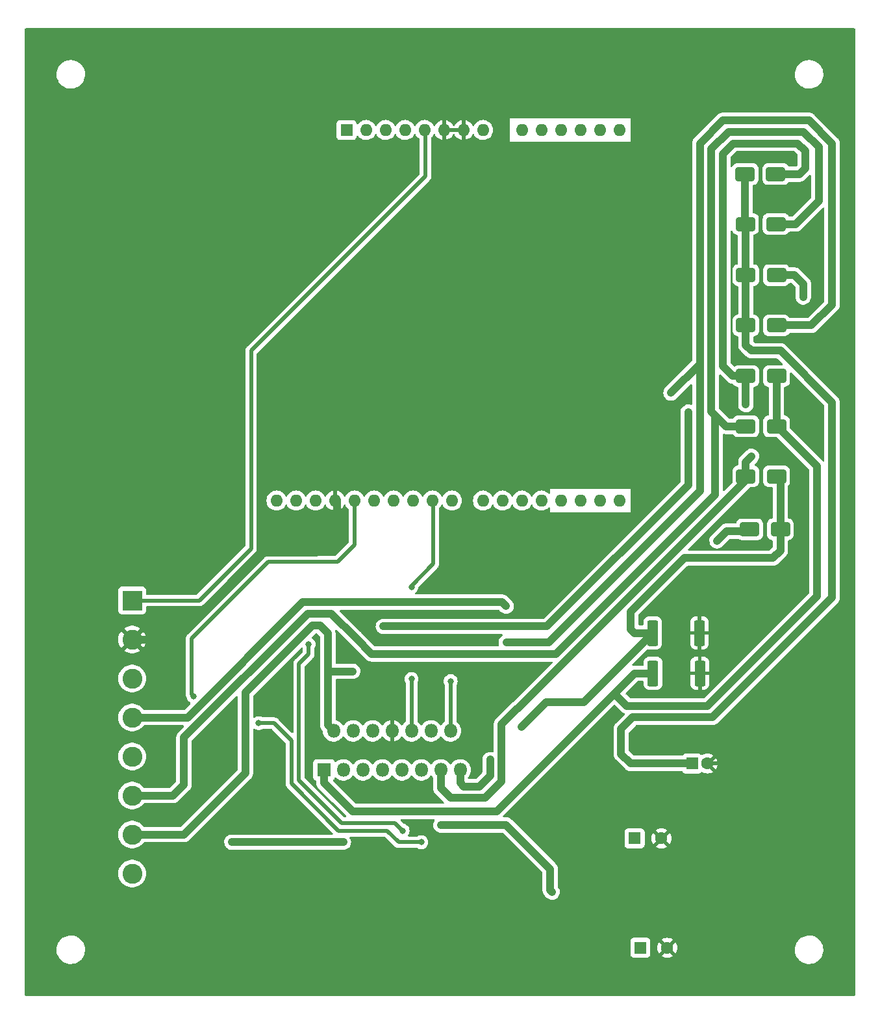
<source format=gbr>
%TF.GenerationSoftware,KiCad,Pcbnew,7.0.8*%
%TF.CreationDate,2024-03-10T19:24:50+01:00*%
%TF.ProjectId,Hacheur 4Q,48616368-6575-4722-9034-512e6b696361,rev?*%
%TF.SameCoordinates,Original*%
%TF.FileFunction,Copper,L1,Top*%
%TF.FilePolarity,Positive*%
%FSLAX46Y46*%
G04 Gerber Fmt 4.6, Leading zero omitted, Abs format (unit mm)*
G04 Created by KiCad (PCBNEW 7.0.8) date 2024-03-10 19:24:50*
%MOMM*%
%LPD*%
G01*
G04 APERTURE LIST*
G04 Aperture macros list*
%AMRoundRect*
0 Rectangle with rounded corners*
0 $1 Rounding radius*
0 $2 $3 $4 $5 $6 $7 $8 $9 X,Y pos of 4 corners*
0 Add a 4 corners polygon primitive as box body*
4,1,4,$2,$3,$4,$5,$6,$7,$8,$9,$2,$3,0*
0 Add four circle primitives for the rounded corners*
1,1,$1+$1,$2,$3*
1,1,$1+$1,$4,$5*
1,1,$1+$1,$6,$7*
1,1,$1+$1,$8,$9*
0 Add four rect primitives between the rounded corners*
20,1,$1+$1,$2,$3,$4,$5,0*
20,1,$1+$1,$4,$5,$6,$7,0*
20,1,$1+$1,$6,$7,$8,$9,0*
20,1,$1+$1,$8,$9,$2,$3,0*%
G04 Aperture macros list end*
%TA.AperFunction,ComponentPad*%
%ADD10R,1.600000X1.600000*%
%TD*%
%TA.AperFunction,ComponentPad*%
%ADD11C,1.600000*%
%TD*%
%TA.AperFunction,SMDPad,CuDef*%
%ADD12RoundRect,0.250000X-1.000000X-0.650000X1.000000X-0.650000X1.000000X0.650000X-1.000000X0.650000X0*%
%TD*%
%TA.AperFunction,SMDPad,CuDef*%
%ADD13RoundRect,0.249999X-0.450001X-1.425001X0.450001X-1.425001X0.450001X1.425001X-0.450001X1.425001X0*%
%TD*%
%TA.AperFunction,ComponentPad*%
%ADD14R,2.600000X2.600000*%
%TD*%
%TA.AperFunction,ComponentPad*%
%ADD15C,2.600000*%
%TD*%
%TA.AperFunction,ComponentPad*%
%ADD16O,1.600000X1.600000*%
%TD*%
%TA.AperFunction,ComponentPad*%
%ADD17R,1.800000X1.800000*%
%TD*%
%TA.AperFunction,ComponentPad*%
%ADD18O,1.800000X1.800000*%
%TD*%
%TA.AperFunction,ViaPad*%
%ADD19C,0.800000*%
%TD*%
%TA.AperFunction,ViaPad*%
%ADD20C,0.600000*%
%TD*%
%TA.AperFunction,Conductor*%
%ADD21C,0.500000*%
%TD*%
%TA.AperFunction,Conductor*%
%ADD22C,1.000000*%
%TD*%
G04 APERTURE END LIST*
D10*
%TO.P,C2,1*%
%TO.N,+24V*%
X184500000Y-126500000D03*
D11*
%TO.P,C2,2*%
%TO.N,GND*%
X188000000Y-126500000D03*
%TD*%
D12*
%TO.P,D7,1,K*%
%TO.N,OUT3*%
X199000000Y-79350000D03*
%TO.P,D7,2,A*%
%TO.N,SENSE_B*%
X203000000Y-79350000D03*
%TD*%
%TO.P,D8,1,K*%
%TO.N,OUT4*%
X199500000Y-86250000D03*
%TO.P,D8,2,A*%
%TO.N,SENSE_B*%
X203500000Y-86250000D03*
%TD*%
%TO.P,D1,1,K*%
%TO.N,+24V*%
X198900000Y-40000000D03*
%TO.P,D1,2,A*%
%TO.N,OUT1*%
X202900000Y-40000000D03*
%TD*%
%TO.P,D2,1,K*%
%TO.N,+24V*%
X198950000Y-46500000D03*
%TO.P,D2,2,A*%
%TO.N,OUT2*%
X202950000Y-46500000D03*
%TD*%
%TO.P,D6,1,K*%
%TO.N,OUT2*%
X199000000Y-72850000D03*
%TO.P,D6,2,A*%
%TO.N,SENSE_A*%
X203000000Y-72850000D03*
%TD*%
D13*
%TO.P,R2,1*%
%TO.N,SENSE_B*%
X186850000Y-99750000D03*
%TO.P,R2,2*%
%TO.N,GND*%
X192950000Y-99750000D03*
%TD*%
D12*
%TO.P,D5,1,K*%
%TO.N,OUT1*%
X199000000Y-66300000D03*
%TO.P,D5,2,A*%
%TO.N,SENSE_A*%
X203000000Y-66300000D03*
%TD*%
D14*
%TO.P,J1,1,Pin_1*%
%TO.N,+5V*%
X119000000Y-95520000D03*
D15*
%TO.P,J1,2,Pin_2*%
%TO.N,GND*%
X119000000Y-100600000D03*
%TO.P,J1,3,Pin_3*%
%TO.N,+24V*%
X119000000Y-105680000D03*
%TO.P,J1,4,Pin_4*%
%TO.N,OUT4*%
X119000000Y-110760000D03*
%TO.P,J1,5,Pin_5*%
%TO.N,OUT3*%
X119000000Y-115840000D03*
%TO.P,J1,6,Pin_6*%
%TO.N,OUT2*%
X119000000Y-120920000D03*
%TO.P,J1,7,Pin_7*%
%TO.N,OUT1*%
X119000000Y-126000000D03*
%TO.P,J1,8,Pin_8*%
%TO.N,unconnected-(J1-Pin_8-Pad8)*%
X119000000Y-131080000D03*
%TD*%
D12*
%TO.P,D4,1,K*%
%TO.N,+24V*%
X199000000Y-59700000D03*
%TO.P,D4,2,A*%
%TO.N,OUT4*%
X203000000Y-59700000D03*
%TD*%
D13*
%TO.P,R1,1*%
%TO.N,SENSE_A*%
X186900000Y-105000000D03*
%TO.P,R1,2*%
%TO.N,GND*%
X193000000Y-105000000D03*
%TD*%
D12*
%TO.P,D3,1,K*%
%TO.N,+24V*%
X199000000Y-53150000D03*
%TO.P,D3,2,A*%
%TO.N,OUT3*%
X203000000Y-53150000D03*
%TD*%
D10*
%TO.P,A1,1,NC*%
%TO.N,unconnected-(A1-NC-Pad1)*%
X146960000Y-34250000D03*
D16*
%TO.P,A1,2,IOREF*%
%TO.N,unconnected-(A1-IOREF-Pad2)*%
X149500000Y-34250000D03*
%TO.P,A1,3,~{RESET}*%
%TO.N,unconnected-(A1-~{RESET}-Pad3)*%
X152040000Y-34250000D03*
%TO.P,A1,4,3V3*%
%TO.N,unconnected-(A1-3V3-Pad4)*%
X154580000Y-34250000D03*
%TO.P,A1,5,+5V*%
%TO.N,+5V*%
X157120000Y-34250000D03*
%TO.P,A1,6,GND*%
%TO.N,GND*%
X159660000Y-34250000D03*
%TO.P,A1,7,GND*%
X162200000Y-34250000D03*
%TO.P,A1,8,VIN*%
%TO.N,unconnected-(A1-VIN-Pad8)*%
X164740000Y-34250000D03*
%TO.P,A1,9,A0*%
%TO.N,unconnected-(A1-A0-Pad9)*%
X169820000Y-34250000D03*
%TO.P,A1,10,A1*%
%TO.N,unconnected-(A1-A1-Pad10)*%
X172360000Y-34250000D03*
%TO.P,A1,11,A2*%
%TO.N,unconnected-(A1-A2-Pad11)*%
X174900000Y-34250000D03*
%TO.P,A1,12,A3*%
%TO.N,unconnected-(A1-A3-Pad12)*%
X177440000Y-34250000D03*
%TO.P,A1,13,SDA/A4*%
%TO.N,unconnected-(A1-SDA{slash}A4-Pad13)*%
X179980000Y-34250000D03*
%TO.P,A1,14,SCL/A5*%
%TO.N,unconnected-(A1-SCL{slash}A5-Pad14)*%
X182520000Y-34250000D03*
%TO.P,A1,15,D0/RX*%
%TO.N,unconnected-(A1-D0{slash}RX-Pad15)*%
X182520000Y-82510000D03*
%TO.P,A1,16,D1/TX*%
%TO.N,unconnected-(A1-D1{slash}TX-Pad16)*%
X179980000Y-82510000D03*
%TO.P,A1,17,D2*%
%TO.N,unconnected-(A1-D2-Pad17)*%
X177440000Y-82510000D03*
%TO.P,A1,18,D3*%
%TO.N,unconnected-(A1-D3-Pad18)*%
X174900000Y-82510000D03*
%TO.P,A1,19,D4*%
%TO.N,unconnected-(A1-D4-Pad19)*%
X172360000Y-82510000D03*
%TO.P,A1,20,D5*%
%TO.N,PWM_1*%
X169820000Y-82510000D03*
%TO.P,A1,21,D6*%
%TO.N,PWM_2*%
X167280000Y-82510000D03*
%TO.P,A1,22,D7*%
%TO.N,unconnected-(A1-D7-Pad22)*%
X164740000Y-82510000D03*
%TO.P,A1,23,D8*%
%TO.N,unconnected-(A1-D8-Pad23)*%
X160680000Y-82510000D03*
%TO.P,A1,24,D9*%
%TO.N,PWM_3*%
X158140000Y-82510000D03*
%TO.P,A1,25,D10*%
%TO.N,PWM_4*%
X155600000Y-82510000D03*
%TO.P,A1,26,D11*%
%TO.N,unconnected-(A1-D11-Pad26)*%
X153060000Y-82510000D03*
%TO.P,A1,27,D12*%
%TO.N,Enable_A*%
X150520000Y-82510000D03*
%TO.P,A1,28,D13*%
%TO.N,Enable_B*%
X147980000Y-82510000D03*
%TO.P,A1,29,GND*%
%TO.N,GND*%
X145440000Y-82510000D03*
%TO.P,A1,30,AREF*%
%TO.N,unconnected-(A1-AREF-Pad30)*%
X142900000Y-82510000D03*
%TO.P,A1,31,SDA/A4*%
%TO.N,unconnected-(A1-SDA{slash}A4-Pad31)*%
X140360000Y-82510000D03*
%TO.P,A1,32,SCL/A5*%
%TO.N,unconnected-(A1-SCL{slash}A5-Pad32)*%
X137820000Y-82510000D03*
%TD*%
D17*
%TO.P,U1,1,SENSE_A*%
%TO.N,SENSE_A*%
X143990000Y-117580000D03*
D18*
%TO.P,U1,2,OUT1*%
%TO.N,OUT1*%
X145260000Y-112500000D03*
%TO.P,U1,3,OUT2*%
%TO.N,OUT2*%
X146530000Y-117580000D03*
%TO.P,U1,4,Vs*%
%TO.N,+24V*%
X147800000Y-112500000D03*
%TO.P,U1,5,IN1*%
%TO.N,PWM_1*%
X149070000Y-117580000D03*
%TO.P,U1,6,EnA*%
%TO.N,Enable_A*%
X150340000Y-112500000D03*
%TO.P,U1,7,IN2*%
%TO.N,PWM_2*%
X151610000Y-117580000D03*
%TO.P,U1,8,GND*%
%TO.N,GND*%
X152880000Y-112500000D03*
%TO.P,U1,9,Vss*%
%TO.N,+5V*%
X154150000Y-117580000D03*
%TO.P,U1,10,IN3*%
%TO.N,PWM_3*%
X155420000Y-112500000D03*
%TO.P,U1,11,EnB*%
%TO.N,Enable_B*%
X156690000Y-117580000D03*
%TO.P,U1,12,IN4*%
%TO.N,PWM_4*%
X157960000Y-112500000D03*
%TO.P,U1,13,OUT3*%
%TO.N,OUT3*%
X159230000Y-117580000D03*
%TO.P,U1,14,OUT4*%
%TO.N,OUT4*%
X160500000Y-112500000D03*
%TO.P,U1,15,SENSE_B*%
%TO.N,SENSE_B*%
X161770000Y-117580000D03*
%TD*%
D10*
%TO.P,C3,1*%
%TO.N,+24V*%
X185250000Y-140750000D03*
D11*
%TO.P,C3,2*%
%TO.N,GND*%
X188750000Y-140750000D03*
%TD*%
D10*
%TO.P,C1,1*%
%TO.N,+24V*%
X192000000Y-116750000D03*
D11*
%TO.P,C1,2*%
%TO.N,GND*%
X194000000Y-116750000D03*
%TD*%
D19*
%TO.N,+5V*%
X142000000Y-101250000D03*
X154250000Y-125500000D03*
D20*
%TO.N,GND*%
X205750000Y-92500000D03*
D19*
X204500000Y-70250000D03*
X197000000Y-76250000D03*
D20*
X148000000Y-120000000D03*
D19*
X163000000Y-100500000D03*
D20*
X137500000Y-108250000D03*
X197750000Y-114750000D03*
D19*
X166750000Y-129750000D03*
D20*
X212250000Y-89250000D03*
X153000000Y-110250000D03*
D19*
%TO.N,PWM_3*%
X155420000Y-105750000D03*
X155420000Y-93750000D03*
%TO.N,Enable_B*%
X135500000Y-111500000D03*
X127000000Y-108000000D03*
X156690000Y-127000000D03*
%TO.N,OUT1*%
X151750000Y-98900000D03*
X191500000Y-71000000D03*
X147750000Y-104750000D03*
X199000000Y-70000000D03*
%TO.N,OUT2*%
X132000000Y-127000000D03*
X146530000Y-127000000D03*
D20*
%TO.N,OUT3*%
X159250000Y-124750000D03*
D19*
X199750000Y-76750000D03*
X206500000Y-56000000D03*
X173750000Y-133500000D03*
%TO.N,OUT4*%
X195250000Y-87750000D03*
X160519927Y-106019927D03*
X167750000Y-101000000D03*
X167750000Y-96250000D03*
D20*
X189250000Y-68500000D03*
D19*
%TO.N,SENSE_B*%
X165650000Y-116250500D03*
X169750000Y-112000000D03*
%TD*%
D21*
%TO.N,+5V*%
X140750000Y-103750000D02*
X142000000Y-102500000D01*
X157250000Y-40250000D02*
X134500000Y-63000000D01*
X157120000Y-34250000D02*
X157250000Y-34380000D01*
X140750000Y-118914214D02*
X140750000Y-103750000D01*
X142000000Y-102500000D02*
X142000000Y-101250000D01*
X154250000Y-125500000D02*
X153250000Y-124500000D01*
X134500000Y-63000000D02*
X134500000Y-88750000D01*
X146335786Y-124500000D02*
X140750000Y-118914214D01*
X134500000Y-88750000D02*
X127730000Y-95520000D01*
X153250000Y-124500000D02*
X146335786Y-124500000D01*
X157250000Y-34380000D02*
X157250000Y-40250000D01*
X127730000Y-95520000D02*
X119000000Y-95520000D01*
D22*
%TO.N,GND*%
X143000000Y-89250000D02*
X145750000Y-86500000D01*
D21*
X152880000Y-112500000D02*
X152880000Y-110370000D01*
X195750000Y-116750000D02*
X197750000Y-114750000D01*
X194000000Y-116750000D02*
X195750000Y-116750000D01*
D22*
X136000000Y-89250000D02*
X143000000Y-89250000D01*
D21*
X193000000Y-105000000D02*
X193000000Y-107050000D01*
D22*
X119000000Y-100600000D02*
X124650000Y-100600000D01*
D21*
X152880000Y-110370000D02*
X153000000Y-110250000D01*
D22*
X145750000Y-82820000D02*
X145440000Y-82510000D01*
X124650000Y-100600000D02*
X136000000Y-89250000D01*
X145750000Y-86500000D02*
X145750000Y-82820000D01*
D21*
%TO.N,PWM_3*%
X155420000Y-93580000D02*
X158250000Y-90750000D01*
X158250000Y-90750000D02*
X158250000Y-82620000D01*
X155420000Y-93750000D02*
X155420000Y-93580000D01*
X158250000Y-82620000D02*
X158140000Y-82510000D01*
X155420000Y-105750000D02*
X155420000Y-112500000D01*
%TO.N,Enable_B*%
X137500000Y-111500000D02*
X135500000Y-111500000D01*
X152250000Y-125500000D02*
X145921572Y-125500000D01*
X136750000Y-90500000D02*
X145767766Y-90500000D01*
X145767766Y-90500000D02*
X147980000Y-88287766D01*
X126750000Y-107750000D02*
X126750000Y-100500000D01*
X127000000Y-108000000D02*
X126750000Y-107750000D01*
X139750000Y-113750000D02*
X137500000Y-111500000D01*
X126750000Y-100500000D02*
X136750000Y-90500000D01*
X145921572Y-125500000D02*
X139750000Y-119328428D01*
X153750000Y-127000000D02*
X152250000Y-125500000D01*
X147980000Y-88287766D02*
X147980000Y-82510000D01*
X156690000Y-127000000D02*
X153750000Y-127000000D01*
X139750000Y-119328428D02*
X139750000Y-113750000D01*
D22*
%TO.N,+24V*%
X203500000Y-63000000D02*
X199750000Y-63000000D01*
X198900000Y-46450000D02*
X198950000Y-46500000D01*
X194621320Y-110750000D02*
X210250000Y-95121320D01*
X210250000Y-69750000D02*
X203500000Y-63000000D01*
X198900000Y-40000000D02*
X198900000Y-46450000D01*
X199000000Y-62250000D02*
X199000000Y-59700000D01*
X184000000Y-116750000D02*
X182750000Y-115500000D01*
X191750000Y-116500000D02*
X192000000Y-116750000D01*
X199000000Y-53150000D02*
X199000000Y-59700000D01*
X182750000Y-112250000D02*
X184250000Y-110750000D01*
X192000000Y-116750000D02*
X184000000Y-116750000D01*
X210250000Y-95121320D02*
X210250000Y-69750000D01*
X182750000Y-115500000D02*
X182750000Y-112250000D01*
X184250000Y-110750000D02*
X194621320Y-110750000D01*
X199750000Y-63000000D02*
X199000000Y-62250000D01*
X198950000Y-53100000D02*
X199000000Y-53150000D01*
X198950000Y-46500000D02*
X198950000Y-53100000D01*
%TO.N,OUT1*%
X133750000Y-107520101D02*
X142520101Y-98750000D01*
X119000000Y-126000000D02*
X125750000Y-126000000D01*
X144500000Y-99750000D02*
X144500000Y-111740000D01*
X144500000Y-111740000D02*
X145260000Y-112500000D01*
X196000000Y-39000000D02*
X196000000Y-65000000D01*
X197300000Y-66300000D02*
X199000000Y-66300000D01*
X133750000Y-118000000D02*
X133750000Y-107520101D01*
X197371320Y-36000000D02*
X196000000Y-37371320D01*
X144500000Y-104750000D02*
X147750000Y-104750000D01*
X191500000Y-71000000D02*
X191500000Y-80500000D01*
X142520101Y-98750000D02*
X143500000Y-98750000D01*
X191500000Y-80500000D02*
X173100000Y-98900000D01*
X206750000Y-39250000D02*
X206750000Y-37000000D01*
X205750000Y-36000000D02*
X197371320Y-36000000D01*
X125750000Y-126000000D02*
X133750000Y-118000000D01*
X143500000Y-98750000D02*
X144500000Y-99750000D01*
X196000000Y-37371320D02*
X196000000Y-39000000D01*
X199000000Y-66300000D02*
X199000000Y-70000000D01*
X196000000Y-65000000D02*
X197300000Y-66300000D01*
X202900000Y-40000000D02*
X206000000Y-40000000D01*
X206000000Y-40000000D02*
X206750000Y-39250000D01*
X206750000Y-37000000D02*
X205750000Y-36000000D01*
X173100000Y-98900000D02*
X151750000Y-98900000D01*
%TO.N,OUT2*%
X199000000Y-72850000D02*
X196400000Y-72850000D01*
X195000000Y-71450000D02*
X195000000Y-81750000D01*
X196400000Y-72850000D02*
X195000000Y-71450000D01*
X141871320Y-97250000D02*
X125750000Y-113371320D01*
X206500000Y-34500000D02*
X196750000Y-34500000D01*
X146530000Y-127000000D02*
X132000000Y-127000000D01*
X125750000Y-113371320D02*
X125750000Y-119500000D01*
X144978680Y-97250000D02*
X141871320Y-97250000D01*
X208500000Y-43500000D02*
X208500000Y-36500000D01*
X148128680Y-100400000D02*
X144978680Y-97250000D01*
X125750000Y-119500000D02*
X124330000Y-120920000D01*
X148150000Y-100400000D02*
X148128680Y-100400000D01*
X194500000Y-36750000D02*
X194500000Y-70950000D01*
D21*
X132000000Y-127000000D02*
X132250000Y-127000000D01*
D22*
X194500000Y-70950000D02*
X195000000Y-71450000D01*
X124330000Y-120920000D02*
X119000000Y-120920000D01*
X205500000Y-46500000D02*
X208500000Y-43500000D01*
X174270460Y-102479540D02*
X150229540Y-102479540D01*
X202950000Y-46500000D02*
X205500000Y-46500000D01*
X196750000Y-34500000D02*
X194500000Y-36750000D01*
X208500000Y-36500000D02*
X206500000Y-34500000D01*
X195000000Y-81750000D02*
X174270460Y-102479540D01*
X150229540Y-102479540D02*
X148150000Y-100400000D01*
%TO.N,OUT3*%
X159230000Y-119980000D02*
X160500000Y-121250000D01*
X165000000Y-121250000D02*
X167150000Y-119100000D01*
X199000000Y-79871320D02*
X199000000Y-79350000D01*
X169271320Y-109600000D02*
X199000000Y-79871320D01*
X199000000Y-79350000D02*
X199000000Y-77500000D01*
X159230000Y-117580000D02*
X159230000Y-119980000D01*
X167150000Y-119100000D02*
X167150000Y-111620101D01*
X160500000Y-121250000D02*
X165000000Y-121250000D01*
X206500000Y-54300000D02*
X205350000Y-53150000D01*
X173500000Y-130500000D02*
X167750000Y-124750000D01*
X169170101Y-109600000D02*
X169271320Y-109600000D01*
X173750000Y-133500000D02*
X173500000Y-133250000D01*
X205350000Y-53150000D02*
X203000000Y-53150000D01*
X173500000Y-133250000D02*
X173500000Y-130500000D01*
X167150000Y-111620101D02*
X169170101Y-109600000D01*
X206500000Y-56000000D02*
X206500000Y-54300000D01*
X167750000Y-124750000D02*
X159250000Y-124750000D01*
X199000000Y-77500000D02*
X199750000Y-76750000D01*
%TO.N,OUT4*%
X126240000Y-110760000D02*
X119000000Y-110760000D01*
X195250000Y-87750000D02*
X196500000Y-86500000D01*
X196000000Y-33000000D02*
X207250000Y-33000000D01*
D21*
X160500000Y-106039854D02*
X160500000Y-112500000D01*
D22*
X189250000Y-68500000D02*
X193000000Y-64750000D01*
X193000000Y-64750000D02*
X193000000Y-36000000D01*
X167750000Y-96250000D02*
X167250000Y-95750000D01*
X167250000Y-95750000D02*
X141250000Y-95750000D01*
X193000000Y-36000000D02*
X196000000Y-33000000D01*
X173270460Y-100979540D02*
X193000000Y-81250000D01*
X193000000Y-81250000D02*
X193000000Y-64750000D01*
X207550000Y-59700000D02*
X203000000Y-59700000D01*
X207250000Y-33000000D02*
X210250000Y-36000000D01*
X141250000Y-95750000D02*
X126240000Y-110760000D01*
D21*
X160519927Y-106019927D02*
X160500000Y-106039854D01*
D22*
X167770460Y-100979540D02*
X173270460Y-100979540D01*
X196500000Y-86500000D02*
X199500000Y-86500000D01*
X210250000Y-57000000D02*
X207550000Y-59700000D01*
X210250000Y-36000000D02*
X210250000Y-57000000D01*
D21*
%TO.N,SENSE_A*%
X203000000Y-72850000D02*
X203100000Y-72850000D01*
D22*
X181875000Y-107625000D02*
X166500000Y-123000000D01*
X203000000Y-66300000D02*
X203000000Y-72850000D01*
X186900000Y-105000000D02*
X184500000Y-105000000D01*
D21*
X186900000Y-105000000D02*
X186900000Y-106014214D01*
D22*
X203100000Y-72850000D02*
X208250000Y-78000000D01*
X208250000Y-78000000D02*
X208250000Y-95000000D01*
X183500000Y-109250000D02*
X181875000Y-107625000D01*
X166500000Y-123000000D02*
X147750000Y-123000000D01*
X143990000Y-119240000D02*
X143990000Y-117580000D01*
X147750000Y-123000000D02*
X143990000Y-119240000D01*
X184500000Y-105000000D02*
X181875000Y-107625000D01*
X194000000Y-109250000D02*
X183500000Y-109250000D01*
X208250000Y-95000000D02*
X194000000Y-109250000D01*
%TO.N,SENSE_B*%
X184000000Y-96992640D02*
X190992640Y-90000000D01*
X184500000Y-99750000D02*
X184000000Y-99250000D01*
X203500000Y-89000000D02*
X203500000Y-86250000D01*
X169750000Y-112000000D02*
X173000000Y-108750000D01*
X161770000Y-119270000D02*
X161770000Y-117580000D01*
X184000000Y-99250000D02*
X184000000Y-96992640D01*
X165650000Y-116250500D02*
X165650000Y-118350000D01*
X190992640Y-90000000D02*
X202500000Y-90000000D01*
X186850000Y-99750000D02*
X184500000Y-99750000D01*
X177850000Y-108750000D02*
X186850000Y-99750000D01*
X202500000Y-90000000D02*
X203500000Y-89000000D01*
X164250000Y-119750000D02*
X162250000Y-119750000D01*
X203500000Y-86250000D02*
X203500000Y-79850000D01*
X203500000Y-79850000D02*
X203000000Y-79350000D01*
X165650000Y-118350000D02*
X164250000Y-119750000D01*
X162250000Y-119750000D02*
X161770000Y-119270000D01*
D21*
X203500000Y-86300000D02*
X203550000Y-86250000D01*
D22*
X173000000Y-108750000D02*
X177850000Y-108750000D01*
%TD*%
%TA.AperFunction,Conductor*%
%TO.N,GND*%
G36*
X145652104Y-99343741D02*
G01*
X145676386Y-99362627D01*
X147412246Y-101098487D01*
X147473618Y-101163050D01*
X147473621Y-101163053D01*
X147523961Y-101198092D01*
X147527723Y-101200928D01*
X147570151Y-101235522D01*
X147574804Y-101239725D01*
X148560529Y-102225450D01*
X149513106Y-103178027D01*
X149574478Y-103242590D01*
X149574481Y-103242593D01*
X149624821Y-103277632D01*
X149628583Y-103280468D01*
X149676127Y-103319234D01*
X149676130Y-103319235D01*
X149676133Y-103319238D01*
X149706585Y-103335144D01*
X149713296Y-103339211D01*
X149733569Y-103353321D01*
X149741491Y-103358835D01*
X149797869Y-103383029D01*
X149802118Y-103385047D01*
X149856491Y-103413449D01*
X149884029Y-103421328D01*
X149889514Y-103422898D01*
X149896908Y-103425530D01*
X149928482Y-103439080D01*
X149928485Y-103439080D01*
X149928486Y-103439081D01*
X149988562Y-103451427D01*
X149993140Y-103452550D01*
X150007041Y-103456527D01*
X150052122Y-103469427D01*
X150086379Y-103472035D01*
X150094154Y-103473126D01*
X150127795Y-103480040D01*
X150127799Y-103480040D01*
X150189139Y-103480040D01*
X150193845Y-103480218D01*
X150228603Y-103482865D01*
X150255016Y-103484877D01*
X150255016Y-103484876D01*
X150255017Y-103484877D01*
X150289100Y-103480536D01*
X150296930Y-103480040D01*
X173676998Y-103480040D01*
X173744037Y-103499725D01*
X173789792Y-103552529D01*
X173799736Y-103621687D01*
X173770711Y-103685243D01*
X173764679Y-103691721D01*
X168801645Y-108654753D01*
X168774141Y-108675491D01*
X168743480Y-108692509D01*
X168736386Y-108695879D01*
X168704487Y-108708621D01*
X168704478Y-108708625D01*
X168653257Y-108742381D01*
X168649229Y-108744822D01*
X168595602Y-108774588D01*
X168569535Y-108796965D01*
X168563266Y-108801692D01*
X168534585Y-108820595D01*
X168534579Y-108820600D01*
X168491210Y-108863968D01*
X168487756Y-108867169D01*
X168441203Y-108907136D01*
X168420177Y-108934298D01*
X168414986Y-108940192D01*
X166451531Y-110903648D01*
X166386946Y-110965043D01*
X166351899Y-111015395D01*
X166349062Y-111019157D01*
X166310302Y-111066693D01*
X166310299Y-111066698D01*
X166294392Y-111097148D01*
X166290324Y-111103862D01*
X166270702Y-111132055D01*
X166246509Y-111188431D01*
X166244488Y-111192685D01*
X166216091Y-111247052D01*
X166216090Y-111247053D01*
X166206640Y-111280076D01*
X166204007Y-111287472D01*
X166190459Y-111319044D01*
X166178113Y-111379120D01*
X166176990Y-111383696D01*
X166160113Y-111442678D01*
X166160113Y-111442680D01*
X166157503Y-111476942D01*
X166156414Y-111484709D01*
X166156144Y-111486028D01*
X166149500Y-111518359D01*
X166149500Y-111579698D01*
X166149321Y-111584407D01*
X166144662Y-111645575D01*
X166146180Y-111657488D01*
X166149003Y-111679661D01*
X166149500Y-111687489D01*
X166149500Y-115186142D01*
X166129815Y-115253181D01*
X166077011Y-115298936D01*
X166007853Y-115308880D01*
X165994423Y-115306184D01*
X165802285Y-115256437D01*
X165802287Y-115256437D01*
X165666804Y-115249566D01*
X165599064Y-115246131D01*
X165599063Y-115246131D01*
X165599061Y-115246131D01*
X165397936Y-115276942D01*
X165397924Y-115276945D01*
X165207118Y-115347611D01*
X165207111Y-115347615D01*
X165034432Y-115455245D01*
X165034427Y-115455249D01*
X164886949Y-115595438D01*
X164886947Y-115595440D01*
X164886947Y-115595441D01*
X164869947Y-115619866D01*
X164770705Y-115762449D01*
X164690459Y-115949443D01*
X164649500Y-116148758D01*
X164649500Y-117884217D01*
X164629815Y-117951256D01*
X164613181Y-117971898D01*
X163871899Y-118713181D01*
X163810576Y-118746666D01*
X163784218Y-118749500D01*
X162894500Y-118749500D01*
X162827461Y-118729815D01*
X162781706Y-118677011D01*
X162770500Y-118625500D01*
X162770500Y-118609377D01*
X162790185Y-118542338D01*
X162803264Y-118525401D01*
X162878979Y-118443153D01*
X163005924Y-118248849D01*
X163099157Y-118036300D01*
X163156134Y-117811305D01*
X163157055Y-117800189D01*
X163175300Y-117580006D01*
X163175300Y-117579993D01*
X163156135Y-117348702D01*
X163156133Y-117348691D01*
X163099157Y-117123699D01*
X163005924Y-116911151D01*
X162878983Y-116716852D01*
X162878980Y-116716849D01*
X162878979Y-116716847D01*
X162721784Y-116546087D01*
X162721779Y-116546083D01*
X162721777Y-116546081D01*
X162538634Y-116403535D01*
X162538628Y-116403531D01*
X162334504Y-116293064D01*
X162334495Y-116293061D01*
X162114984Y-116217702D01*
X161924450Y-116185908D01*
X161886049Y-116179500D01*
X161653951Y-116179500D01*
X161636914Y-116182343D01*
X161425015Y-116217702D01*
X161205504Y-116293061D01*
X161205495Y-116293064D01*
X161001371Y-116403531D01*
X161001365Y-116403535D01*
X160818222Y-116546081D01*
X160818219Y-116546084D01*
X160661016Y-116716852D01*
X160603809Y-116804416D01*
X160550662Y-116849773D01*
X160481431Y-116859197D01*
X160418095Y-116829695D01*
X160396191Y-116804416D01*
X160338983Y-116716852D01*
X160338980Y-116716849D01*
X160338979Y-116716847D01*
X160181784Y-116546087D01*
X160181779Y-116546083D01*
X160181777Y-116546081D01*
X159998634Y-116403535D01*
X159998628Y-116403531D01*
X159794504Y-116293064D01*
X159794495Y-116293061D01*
X159574984Y-116217702D01*
X159384450Y-116185908D01*
X159346049Y-116179500D01*
X159113951Y-116179500D01*
X159096914Y-116182343D01*
X158885015Y-116217702D01*
X158665504Y-116293061D01*
X158665495Y-116293064D01*
X158461371Y-116403531D01*
X158461365Y-116403535D01*
X158278222Y-116546081D01*
X158278219Y-116546084D01*
X158121016Y-116716852D01*
X158063809Y-116804416D01*
X158010662Y-116849773D01*
X157941431Y-116859197D01*
X157878095Y-116829695D01*
X157856191Y-116804416D01*
X157798983Y-116716852D01*
X157798980Y-116716849D01*
X157798979Y-116716847D01*
X157641784Y-116546087D01*
X157641779Y-116546083D01*
X157641777Y-116546081D01*
X157458634Y-116403535D01*
X157458628Y-116403531D01*
X157254504Y-116293064D01*
X157254495Y-116293061D01*
X157034984Y-116217702D01*
X156844450Y-116185908D01*
X156806049Y-116179500D01*
X156573951Y-116179500D01*
X156556914Y-116182343D01*
X156345015Y-116217702D01*
X156125504Y-116293061D01*
X156125495Y-116293064D01*
X155921371Y-116403531D01*
X155921365Y-116403535D01*
X155738222Y-116546081D01*
X155738219Y-116546084D01*
X155581016Y-116716852D01*
X155523809Y-116804416D01*
X155470662Y-116849773D01*
X155401431Y-116859197D01*
X155338095Y-116829695D01*
X155316191Y-116804416D01*
X155258983Y-116716852D01*
X155258980Y-116716849D01*
X155258979Y-116716847D01*
X155101784Y-116546087D01*
X155101779Y-116546083D01*
X155101777Y-116546081D01*
X154918634Y-116403535D01*
X154918628Y-116403531D01*
X154714504Y-116293064D01*
X154714495Y-116293061D01*
X154494984Y-116217702D01*
X154304450Y-116185908D01*
X154266049Y-116179500D01*
X154033951Y-116179500D01*
X154016914Y-116182343D01*
X153805015Y-116217702D01*
X153585504Y-116293061D01*
X153585495Y-116293064D01*
X153381371Y-116403531D01*
X153381365Y-116403535D01*
X153198222Y-116546081D01*
X153198219Y-116546084D01*
X153041016Y-116716852D01*
X152983809Y-116804416D01*
X152930662Y-116849773D01*
X152861431Y-116859197D01*
X152798095Y-116829695D01*
X152776191Y-116804416D01*
X152718983Y-116716852D01*
X152718980Y-116716849D01*
X152718979Y-116716847D01*
X152561784Y-116546087D01*
X152561779Y-116546083D01*
X152561777Y-116546081D01*
X152378634Y-116403535D01*
X152378628Y-116403531D01*
X152174504Y-116293064D01*
X152174495Y-116293061D01*
X151954984Y-116217702D01*
X151764450Y-116185908D01*
X151726049Y-116179500D01*
X151493951Y-116179500D01*
X151476914Y-116182343D01*
X151265015Y-116217702D01*
X151045504Y-116293061D01*
X151045495Y-116293064D01*
X150841371Y-116403531D01*
X150841365Y-116403535D01*
X150658222Y-116546081D01*
X150658219Y-116546084D01*
X150501016Y-116716852D01*
X150443809Y-116804416D01*
X150390662Y-116849773D01*
X150321431Y-116859197D01*
X150258095Y-116829695D01*
X150236191Y-116804416D01*
X150178983Y-116716852D01*
X150178980Y-116716849D01*
X150178979Y-116716847D01*
X150021784Y-116546087D01*
X150021779Y-116546083D01*
X150021777Y-116546081D01*
X149838634Y-116403535D01*
X149838628Y-116403531D01*
X149634504Y-116293064D01*
X149634495Y-116293061D01*
X149414984Y-116217702D01*
X149224450Y-116185908D01*
X149186049Y-116179500D01*
X148953951Y-116179500D01*
X148936914Y-116182343D01*
X148725015Y-116217702D01*
X148505504Y-116293061D01*
X148505495Y-116293064D01*
X148301371Y-116403531D01*
X148301365Y-116403535D01*
X148118222Y-116546081D01*
X148118219Y-116546084D01*
X147961016Y-116716852D01*
X147903809Y-116804416D01*
X147850662Y-116849773D01*
X147781431Y-116859197D01*
X147718095Y-116829695D01*
X147696191Y-116804416D01*
X147638983Y-116716852D01*
X147638980Y-116716849D01*
X147638979Y-116716847D01*
X147481784Y-116546087D01*
X147481779Y-116546083D01*
X147481777Y-116546081D01*
X147298634Y-116403535D01*
X147298628Y-116403531D01*
X147094504Y-116293064D01*
X147094495Y-116293061D01*
X146874984Y-116217702D01*
X146684450Y-116185908D01*
X146646049Y-116179500D01*
X146413951Y-116179500D01*
X146396914Y-116182343D01*
X146185015Y-116217702D01*
X145965504Y-116293061D01*
X145965495Y-116293064D01*
X145761371Y-116403531D01*
X145761365Y-116403535D01*
X145578222Y-116546081D01*
X145578218Y-116546085D01*
X145569866Y-116555158D01*
X145509979Y-116591148D01*
X145440141Y-116589047D01*
X145382525Y-116549522D01*
X145362455Y-116514507D01*
X145333797Y-116437671D01*
X145333793Y-116437664D01*
X145247547Y-116322455D01*
X145247544Y-116322452D01*
X145132335Y-116236206D01*
X145132328Y-116236202D01*
X144997482Y-116185908D01*
X144997483Y-116185908D01*
X144937883Y-116179501D01*
X144937881Y-116179500D01*
X144937873Y-116179500D01*
X144937864Y-116179500D01*
X143042129Y-116179500D01*
X143042123Y-116179501D01*
X142982516Y-116185908D01*
X142847671Y-116236202D01*
X142847664Y-116236206D01*
X142732455Y-116322452D01*
X142732452Y-116322455D01*
X142646206Y-116437664D01*
X142646202Y-116437671D01*
X142595908Y-116572517D01*
X142589501Y-116632116D01*
X142589500Y-116632135D01*
X142589500Y-118527870D01*
X142589501Y-118527876D01*
X142595908Y-118587483D01*
X142646202Y-118722328D01*
X142646206Y-118722335D01*
X142732452Y-118837544D01*
X142732455Y-118837547D01*
X142847664Y-118923793D01*
X142847669Y-118923796D01*
X142908833Y-118946608D01*
X142964766Y-118988478D01*
X142989184Y-119053942D01*
X142989500Y-119062790D01*
X142989500Y-119227283D01*
X142987243Y-119316362D01*
X142987243Y-119316370D01*
X142998064Y-119376739D01*
X142998718Y-119381404D01*
X143004925Y-119442430D01*
X143004927Y-119442444D01*
X143015208Y-119475213D01*
X143017079Y-119482837D01*
X143023142Y-119516652D01*
X143023142Y-119516655D01*
X143045894Y-119573612D01*
X143047474Y-119578051D01*
X143065841Y-119636588D01*
X143065844Y-119636595D01*
X143082509Y-119666619D01*
X143085879Y-119673714D01*
X143096404Y-119700063D01*
X143098622Y-119705614D01*
X143098627Y-119705624D01*
X143132377Y-119756833D01*
X143134818Y-119760863D01*
X143164588Y-119814498D01*
X143164589Y-119814499D01*
X143164591Y-119814502D01*
X143186968Y-119840567D01*
X143191693Y-119846835D01*
X143204263Y-119865906D01*
X143210598Y-119875519D01*
X143253978Y-119918899D01*
X143257169Y-119922343D01*
X143297131Y-119968892D01*
X143297130Y-119968892D01*
X143324299Y-119989923D01*
X143330186Y-119995107D01*
X145110256Y-121775177D01*
X146872898Y-123537819D01*
X146906383Y-123599142D01*
X146901399Y-123668834D01*
X146859527Y-123724767D01*
X146794063Y-123749184D01*
X146785217Y-123749500D01*
X146698016Y-123749500D01*
X146630977Y-123729815D01*
X146610335Y-123713181D01*
X141536819Y-118639665D01*
X141503334Y-118578342D01*
X141500500Y-118551984D01*
X141500500Y-104112229D01*
X141520185Y-104045190D01*
X141536815Y-104024552D01*
X142485642Y-103075724D01*
X142499271Y-103063947D01*
X142518530Y-103049610D01*
X142552101Y-103009601D01*
X142555761Y-103005606D01*
X142561590Y-102999778D01*
X142581941Y-102974039D01*
X142587948Y-102966879D01*
X142631302Y-102915214D01*
X142631306Y-102915205D01*
X142635274Y-102909175D01*
X142635325Y-102909208D01*
X142639372Y-102902856D01*
X142639320Y-102902824D01*
X142643112Y-102896675D01*
X142675575Y-102827058D01*
X142710036Y-102758440D01*
X142710040Y-102758433D01*
X142710042Y-102758421D01*
X142712509Y-102751646D01*
X142712567Y-102751667D01*
X142715043Y-102744546D01*
X142714986Y-102744528D01*
X142717257Y-102737673D01*
X142732792Y-102662434D01*
X142750498Y-102587728D01*
X142750500Y-102587721D01*
X142750500Y-102587710D01*
X142751338Y-102580548D01*
X142751398Y-102580555D01*
X142752164Y-102573055D01*
X142752105Y-102573050D01*
X142752734Y-102565860D01*
X142750500Y-102489083D01*
X142750500Y-101784321D01*
X142767113Y-101722321D01*
X142785209Y-101690978D01*
X142827179Y-101618284D01*
X142885674Y-101438256D01*
X142905460Y-101250000D01*
X142885674Y-101061744D01*
X142827179Y-100881716D01*
X142732533Y-100717784D01*
X142605871Y-100577112D01*
X142569832Y-100550928D01*
X142452727Y-100465846D01*
X142447104Y-100462600D01*
X142448201Y-100460698D01*
X142402707Y-100422028D01*
X142382387Y-100355178D01*
X142401434Y-100287955D01*
X142418695Y-100266325D01*
X142898203Y-99786819D01*
X142959526Y-99753334D01*
X142985884Y-99750500D01*
X143034217Y-99750500D01*
X143101256Y-99770185D01*
X143121898Y-99786819D01*
X143463181Y-100128102D01*
X143496666Y-100189425D01*
X143499500Y-100215783D01*
X143499500Y-104723070D01*
X143499420Y-104726210D01*
X143495631Y-104800935D01*
X143495631Y-104800936D01*
X143498070Y-104816857D01*
X143499500Y-104835633D01*
X143499500Y-111727283D01*
X143497243Y-111816362D01*
X143497243Y-111816370D01*
X143508064Y-111876739D01*
X143508718Y-111881404D01*
X143514925Y-111942430D01*
X143514927Y-111942444D01*
X143525208Y-111975213D01*
X143527079Y-111982837D01*
X143533142Y-112016652D01*
X143533142Y-112016655D01*
X143548710Y-112055629D01*
X143555482Y-112072582D01*
X143555894Y-112073612D01*
X143557474Y-112078051D01*
X143575841Y-112136588D01*
X143575844Y-112136595D01*
X143592509Y-112166619D01*
X143595879Y-112173714D01*
X143608622Y-112205614D01*
X143608627Y-112205624D01*
X143642377Y-112256833D01*
X143644818Y-112260863D01*
X143674588Y-112314498D01*
X143674589Y-112314499D01*
X143674591Y-112314502D01*
X143696968Y-112340567D01*
X143701693Y-112346835D01*
X143711123Y-112361142D01*
X143720598Y-112375519D01*
X143763978Y-112418899D01*
X143767169Y-112422343D01*
X143807130Y-112468892D01*
X143807134Y-112468895D01*
X143812036Y-112472689D01*
X143853001Y-112529289D01*
X143859713Y-112560507D01*
X143873864Y-112731297D01*
X143873866Y-112731308D01*
X143930842Y-112956300D01*
X144024075Y-113168848D01*
X144151016Y-113363147D01*
X144151019Y-113363151D01*
X144151021Y-113363153D01*
X144308216Y-113533913D01*
X144308219Y-113533915D01*
X144308222Y-113533918D01*
X144491365Y-113676464D01*
X144491371Y-113676468D01*
X144491374Y-113676470D01*
X144626177Y-113749422D01*
X144694652Y-113786479D01*
X144695497Y-113786936D01*
X144809487Y-113826068D01*
X144915015Y-113862297D01*
X144915017Y-113862297D01*
X144915019Y-113862298D01*
X145143951Y-113900500D01*
X145143952Y-113900500D01*
X145376048Y-113900500D01*
X145376049Y-113900500D01*
X145604981Y-113862298D01*
X145824503Y-113786936D01*
X146028626Y-113676470D01*
X146029170Y-113676047D01*
X146090129Y-113628600D01*
X146211784Y-113533913D01*
X146368979Y-113363153D01*
X146426191Y-113275582D01*
X146479337Y-113230226D01*
X146548568Y-113220802D01*
X146611904Y-113250304D01*
X146633809Y-113275583D01*
X146691016Y-113363147D01*
X146691019Y-113363151D01*
X146691021Y-113363153D01*
X146848216Y-113533913D01*
X146848219Y-113533915D01*
X146848222Y-113533918D01*
X147031365Y-113676464D01*
X147031371Y-113676468D01*
X147031374Y-113676470D01*
X147166177Y-113749422D01*
X147234652Y-113786479D01*
X147235497Y-113786936D01*
X147349487Y-113826068D01*
X147455015Y-113862297D01*
X147455017Y-113862297D01*
X147455019Y-113862298D01*
X147683951Y-113900500D01*
X147683952Y-113900500D01*
X147916048Y-113900500D01*
X147916049Y-113900500D01*
X148144981Y-113862298D01*
X148364503Y-113786936D01*
X148568626Y-113676470D01*
X148569170Y-113676047D01*
X148630129Y-113628600D01*
X148751784Y-113533913D01*
X148908979Y-113363153D01*
X148966191Y-113275582D01*
X149019337Y-113230226D01*
X149088568Y-113220802D01*
X149151904Y-113250304D01*
X149173809Y-113275583D01*
X149231016Y-113363147D01*
X149231019Y-113363151D01*
X149231021Y-113363153D01*
X149388216Y-113533913D01*
X149388219Y-113533915D01*
X149388222Y-113533918D01*
X149571365Y-113676464D01*
X149571371Y-113676468D01*
X149571374Y-113676470D01*
X149706177Y-113749422D01*
X149774652Y-113786479D01*
X149775497Y-113786936D01*
X149889487Y-113826068D01*
X149995015Y-113862297D01*
X149995017Y-113862297D01*
X149995019Y-113862298D01*
X150223951Y-113900500D01*
X150223952Y-113900500D01*
X150456048Y-113900500D01*
X150456049Y-113900500D01*
X150684981Y-113862298D01*
X150904503Y-113786936D01*
X151108626Y-113676470D01*
X151109170Y-113676047D01*
X151170129Y-113628600D01*
X151291784Y-113533913D01*
X151448979Y-113363153D01*
X151506490Y-113275124D01*
X151559635Y-113229769D01*
X151628866Y-113220345D01*
X151692202Y-113249846D01*
X151714107Y-113275126D01*
X151771414Y-113362842D01*
X151928558Y-113533545D01*
X151928562Y-113533548D01*
X152111644Y-113676047D01*
X152111648Y-113676050D01*
X152315697Y-113786476D01*
X152315706Y-113786479D01*
X152535139Y-113861811D01*
X152629999Y-113877640D01*
X152630000Y-113877639D01*
X152630000Y-112935501D01*
X152737685Y-112984680D01*
X152844237Y-113000000D01*
X152915763Y-113000000D01*
X153022315Y-112984680D01*
X153130000Y-112935501D01*
X153130000Y-113877640D01*
X153224860Y-113861811D01*
X153444293Y-113786479D01*
X153444302Y-113786476D01*
X153648351Y-113676050D01*
X153648355Y-113676047D01*
X153831437Y-113533548D01*
X153831441Y-113533545D01*
X153988584Y-113362842D01*
X154045892Y-113275126D01*
X154099038Y-113229769D01*
X154168269Y-113220345D01*
X154231605Y-113249846D01*
X154253510Y-113275126D01*
X154311016Y-113363147D01*
X154311019Y-113363151D01*
X154311021Y-113363153D01*
X154468216Y-113533913D01*
X154468219Y-113533915D01*
X154468222Y-113533918D01*
X154651365Y-113676464D01*
X154651371Y-113676468D01*
X154651374Y-113676470D01*
X154786177Y-113749422D01*
X154854652Y-113786479D01*
X154855497Y-113786936D01*
X154969487Y-113826068D01*
X155075015Y-113862297D01*
X155075017Y-113862297D01*
X155075019Y-113862298D01*
X155303951Y-113900500D01*
X155303952Y-113900500D01*
X155536048Y-113900500D01*
X155536049Y-113900500D01*
X155764981Y-113862298D01*
X155984503Y-113786936D01*
X156188626Y-113676470D01*
X156189170Y-113676047D01*
X156250129Y-113628600D01*
X156371784Y-113533913D01*
X156528979Y-113363153D01*
X156586191Y-113275582D01*
X156639337Y-113230226D01*
X156708568Y-113220802D01*
X156771904Y-113250304D01*
X156793809Y-113275583D01*
X156851016Y-113363147D01*
X156851019Y-113363151D01*
X156851021Y-113363153D01*
X157008216Y-113533913D01*
X157008219Y-113533915D01*
X157008222Y-113533918D01*
X157191365Y-113676464D01*
X157191371Y-113676468D01*
X157191374Y-113676470D01*
X157326177Y-113749422D01*
X157394652Y-113786479D01*
X157395497Y-113786936D01*
X157509487Y-113826068D01*
X157615015Y-113862297D01*
X157615017Y-113862297D01*
X157615019Y-113862298D01*
X157843951Y-113900500D01*
X157843952Y-113900500D01*
X158076048Y-113900500D01*
X158076049Y-113900500D01*
X158304981Y-113862298D01*
X158524503Y-113786936D01*
X158728626Y-113676470D01*
X158729170Y-113676047D01*
X158790129Y-113628600D01*
X158911784Y-113533913D01*
X159068979Y-113363153D01*
X159126191Y-113275582D01*
X159179337Y-113230226D01*
X159248568Y-113220802D01*
X159311904Y-113250304D01*
X159333809Y-113275583D01*
X159391016Y-113363147D01*
X159391019Y-113363151D01*
X159391021Y-113363153D01*
X159548216Y-113533913D01*
X159548219Y-113533915D01*
X159548222Y-113533918D01*
X159731365Y-113676464D01*
X159731371Y-113676468D01*
X159731374Y-113676470D01*
X159866177Y-113749422D01*
X159934652Y-113786479D01*
X159935497Y-113786936D01*
X160049487Y-113826068D01*
X160155015Y-113862297D01*
X160155017Y-113862297D01*
X160155019Y-113862298D01*
X160383951Y-113900500D01*
X160383952Y-113900500D01*
X160616048Y-113900500D01*
X160616049Y-113900500D01*
X160844981Y-113862298D01*
X161064503Y-113786936D01*
X161268626Y-113676470D01*
X161269170Y-113676047D01*
X161330129Y-113628600D01*
X161451784Y-113533913D01*
X161608979Y-113363153D01*
X161735924Y-113168849D01*
X161829157Y-112956300D01*
X161886134Y-112731305D01*
X161886135Y-112731297D01*
X161905300Y-112500006D01*
X161905300Y-112499993D01*
X161886135Y-112268702D01*
X161886133Y-112268691D01*
X161829157Y-112043699D01*
X161735924Y-111831151D01*
X161608983Y-111636852D01*
X161608980Y-111636849D01*
X161608979Y-111636847D01*
X161451784Y-111466087D01*
X161410268Y-111433774D01*
X161298337Y-111346654D01*
X161257524Y-111289944D01*
X161250500Y-111248801D01*
X161250500Y-106588763D01*
X161267113Y-106526763D01*
X161290354Y-106486508D01*
X161347106Y-106388211D01*
X161405601Y-106208183D01*
X161425387Y-106019927D01*
X161405601Y-105831671D01*
X161347106Y-105651643D01*
X161252460Y-105487711D01*
X161125798Y-105347039D01*
X161125797Y-105347038D01*
X160972661Y-105235778D01*
X160972656Y-105235775D01*
X160799734Y-105158784D01*
X160799729Y-105158782D01*
X160653928Y-105127792D01*
X160614573Y-105119427D01*
X160425281Y-105119427D01*
X160392824Y-105126325D01*
X160240124Y-105158782D01*
X160240119Y-105158784D01*
X160067197Y-105235775D01*
X160067192Y-105235778D01*
X159914056Y-105347038D01*
X159787393Y-105487712D01*
X159692748Y-105651642D01*
X159692745Y-105651649D01*
X159660627Y-105750500D01*
X159634253Y-105831671D01*
X159614467Y-106019927D01*
X159634253Y-106208183D01*
X159634254Y-106208186D01*
X159692745Y-106388204D01*
X159692748Y-106388211D01*
X159732887Y-106457733D01*
X159749500Y-106519733D01*
X159749500Y-111248801D01*
X159729815Y-111315840D01*
X159701663Y-111346654D01*
X159548218Y-111466085D01*
X159548216Y-111466086D01*
X159548216Y-111466087D01*
X159531397Y-111484357D01*
X159391016Y-111636852D01*
X159333809Y-111724416D01*
X159280662Y-111769773D01*
X159211431Y-111779197D01*
X159148095Y-111749695D01*
X159126191Y-111724416D01*
X159068983Y-111636852D01*
X159068980Y-111636849D01*
X159068979Y-111636847D01*
X158911784Y-111466087D01*
X158911779Y-111466083D01*
X158911777Y-111466081D01*
X158728634Y-111323535D01*
X158728628Y-111323531D01*
X158524504Y-111213064D01*
X158524495Y-111213061D01*
X158304984Y-111137702D01*
X158121599Y-111107101D01*
X158076049Y-111099500D01*
X157843951Y-111099500D01*
X157817811Y-111103862D01*
X157615015Y-111137702D01*
X157395504Y-111213061D01*
X157395495Y-111213064D01*
X157191371Y-111323531D01*
X157191365Y-111323535D01*
X157008222Y-111466081D01*
X157008219Y-111466084D01*
X157008216Y-111466086D01*
X157008216Y-111466087D01*
X156991062Y-111484721D01*
X156851016Y-111636852D01*
X156793809Y-111724416D01*
X156740662Y-111769773D01*
X156671431Y-111779197D01*
X156608095Y-111749695D01*
X156586191Y-111724416D01*
X156528983Y-111636852D01*
X156528980Y-111636849D01*
X156528979Y-111636847D01*
X156371784Y-111466087D01*
X156330268Y-111433774D01*
X156218337Y-111346654D01*
X156177524Y-111289944D01*
X156170500Y-111248801D01*
X156170500Y-106284321D01*
X156187113Y-106222321D01*
X156192959Y-106212195D01*
X156247179Y-106118284D01*
X156305674Y-105938256D01*
X156325460Y-105750000D01*
X156305674Y-105561744D01*
X156247179Y-105381716D01*
X156152533Y-105217784D01*
X156025871Y-105077112D01*
X156025870Y-105077111D01*
X155872734Y-104965851D01*
X155872729Y-104965848D01*
X155699807Y-104888857D01*
X155699802Y-104888855D01*
X155554001Y-104857865D01*
X155514646Y-104849500D01*
X155325354Y-104849500D01*
X155292897Y-104856398D01*
X155140197Y-104888855D01*
X155140192Y-104888857D01*
X154967270Y-104965848D01*
X154967265Y-104965851D01*
X154814129Y-105077111D01*
X154687466Y-105217785D01*
X154592821Y-105381715D01*
X154592818Y-105381722D01*
X154534327Y-105561740D01*
X154534326Y-105561744D01*
X154514540Y-105750000D01*
X154534326Y-105938256D01*
X154534327Y-105938259D01*
X154592818Y-106118277D01*
X154592821Y-106118284D01*
X154647036Y-106212188D01*
X154652887Y-106222321D01*
X154669500Y-106284321D01*
X154669500Y-111248801D01*
X154649815Y-111315840D01*
X154621663Y-111346654D01*
X154468218Y-111466085D01*
X154468216Y-111466086D01*
X154468216Y-111466087D01*
X154337927Y-111607620D01*
X154311015Y-111636854D01*
X154253509Y-111724874D01*
X154200363Y-111770230D01*
X154131132Y-111779654D01*
X154067796Y-111750152D01*
X154045892Y-111724873D01*
X153988585Y-111637157D01*
X153831441Y-111466454D01*
X153831437Y-111466451D01*
X153648355Y-111323952D01*
X153648351Y-111323949D01*
X153444302Y-111213523D01*
X153444293Y-111213520D01*
X153224861Y-111138188D01*
X153130000Y-111122359D01*
X153130000Y-112064498D01*
X153022315Y-112015320D01*
X152915763Y-112000000D01*
X152844237Y-112000000D01*
X152737685Y-112015320D01*
X152630000Y-112064498D01*
X152630000Y-111122359D01*
X152629999Y-111122359D01*
X152535138Y-111138188D01*
X152315706Y-111213520D01*
X152315697Y-111213523D01*
X152111648Y-111323949D01*
X152111644Y-111323952D01*
X151928562Y-111466451D01*
X151928558Y-111466454D01*
X151771413Y-111637159D01*
X151714106Y-111724874D01*
X151660960Y-111770231D01*
X151591728Y-111779654D01*
X151528393Y-111750152D01*
X151506489Y-111724873D01*
X151506190Y-111724416D01*
X151488012Y-111696592D01*
X151448983Y-111636852D01*
X151448980Y-111636849D01*
X151448979Y-111636847D01*
X151291784Y-111466087D01*
X151291779Y-111466083D01*
X151291777Y-111466081D01*
X151108634Y-111323535D01*
X151108628Y-111323531D01*
X150904504Y-111213064D01*
X150904495Y-111213061D01*
X150684984Y-111137702D01*
X150501599Y-111107101D01*
X150456049Y-111099500D01*
X150223951Y-111099500D01*
X150197811Y-111103862D01*
X149995015Y-111137702D01*
X149775504Y-111213061D01*
X149775495Y-111213064D01*
X149571371Y-111323531D01*
X149571365Y-111323535D01*
X149388222Y-111466081D01*
X149388219Y-111466084D01*
X149388216Y-111466086D01*
X149388216Y-111466087D01*
X149371062Y-111484721D01*
X149231016Y-111636852D01*
X149173809Y-111724416D01*
X149120662Y-111769773D01*
X149051431Y-111779197D01*
X148988095Y-111749695D01*
X148966191Y-111724416D01*
X148908983Y-111636852D01*
X148908980Y-111636849D01*
X148908979Y-111636847D01*
X148751784Y-111466087D01*
X148751779Y-111466083D01*
X148751777Y-111466081D01*
X148568634Y-111323535D01*
X148568628Y-111323531D01*
X148364504Y-111213064D01*
X148364495Y-111213061D01*
X148144984Y-111137702D01*
X147961599Y-111107101D01*
X147916049Y-111099500D01*
X147683951Y-111099500D01*
X147657811Y-111103862D01*
X147455015Y-111137702D01*
X147235504Y-111213061D01*
X147235495Y-111213064D01*
X147031371Y-111323531D01*
X147031365Y-111323535D01*
X146848222Y-111466081D01*
X146848219Y-111466084D01*
X146848216Y-111466086D01*
X146848216Y-111466087D01*
X146831062Y-111484721D01*
X146691016Y-111636852D01*
X146633809Y-111724416D01*
X146580662Y-111769773D01*
X146511431Y-111779197D01*
X146448095Y-111749695D01*
X146426191Y-111724416D01*
X146368983Y-111636852D01*
X146368980Y-111636849D01*
X146368979Y-111636847D01*
X146211784Y-111466087D01*
X146211779Y-111466083D01*
X146211777Y-111466081D01*
X146028634Y-111323535D01*
X146028628Y-111323531D01*
X145824504Y-111213064D01*
X145824495Y-111213061D01*
X145604978Y-111137700D01*
X145604979Y-111137700D01*
X145604088Y-111137552D01*
X145603754Y-111137390D01*
X145600009Y-111136442D01*
X145600204Y-111135671D01*
X145541203Y-111107101D01*
X145504765Y-111047485D01*
X145500500Y-111015244D01*
X145500500Y-105874500D01*
X145520185Y-105807461D01*
X145572989Y-105761706D01*
X145624500Y-105750500D01*
X147800743Y-105750500D01*
X147952439Y-105735074D01*
X148146579Y-105674162D01*
X148146580Y-105674161D01*
X148146588Y-105674159D01*
X148324502Y-105575409D01*
X148478895Y-105442866D01*
X148603448Y-105281958D01*
X148693060Y-105099271D01*
X148744063Y-104902285D01*
X148754369Y-104699064D01*
X148723556Y-104497929D01*
X148688221Y-104402521D01*
X148652888Y-104307118D01*
X148652887Y-104307117D01*
X148652886Y-104307113D01*
X148545252Y-104134429D01*
X148425132Y-104008064D01*
X148405061Y-103986949D01*
X148405060Y-103986948D01*
X148405059Y-103986947D01*
X148258408Y-103884875D01*
X148238050Y-103870705D01*
X148051056Y-103790459D01*
X147851741Y-103749500D01*
X145624500Y-103749500D01*
X145557461Y-103729815D01*
X145511706Y-103677011D01*
X145500500Y-103625500D01*
X145500500Y-99762715D01*
X145502757Y-99673642D01*
X145502756Y-99673641D01*
X145502757Y-99673637D01*
X145491930Y-99613234D01*
X145491280Y-99608599D01*
X145485074Y-99547562D01*
X145474790Y-99514786D01*
X145472917Y-99507153D01*
X145471635Y-99500000D01*
X145466859Y-99473348D01*
X145466857Y-99473344D01*
X145466649Y-99472181D01*
X145474200Y-99402720D01*
X145518105Y-99348369D01*
X145584425Y-99326382D01*
X145652104Y-99343741D01*
G37*
%TD.AperFunction*%
%TA.AperFunction,Conductor*%
G36*
X158041904Y-118330304D02*
G01*
X158063809Y-118355583D01*
X158121016Y-118443147D01*
X158121019Y-118443151D01*
X158121021Y-118443153D01*
X158196731Y-118525396D01*
X158227652Y-118588049D01*
X158229500Y-118609377D01*
X158229500Y-119967283D01*
X158227243Y-120056362D01*
X158227243Y-120056370D01*
X158238064Y-120116739D01*
X158238718Y-120121404D01*
X158244925Y-120182430D01*
X158244927Y-120182444D01*
X158255208Y-120215213D01*
X158257079Y-120222837D01*
X158263142Y-120256652D01*
X158263142Y-120256655D01*
X158285894Y-120313612D01*
X158287474Y-120318051D01*
X158305841Y-120376588D01*
X158305844Y-120376595D01*
X158322509Y-120406619D01*
X158325879Y-120413714D01*
X158338622Y-120445614D01*
X158338627Y-120445624D01*
X158372377Y-120496833D01*
X158374818Y-120500863D01*
X158404588Y-120554498D01*
X158404589Y-120554499D01*
X158404591Y-120554502D01*
X158426968Y-120580567D01*
X158431693Y-120586835D01*
X158444263Y-120605906D01*
X158450598Y-120615519D01*
X158493978Y-120658899D01*
X158497169Y-120662343D01*
X158537131Y-120708892D01*
X158537130Y-120708892D01*
X158564299Y-120729923D01*
X158570186Y-120735107D01*
X159133169Y-121298089D01*
X159622898Y-121787819D01*
X159656383Y-121849142D01*
X159651399Y-121918834D01*
X159609527Y-121974767D01*
X159544063Y-121999184D01*
X159535217Y-121999500D01*
X148215783Y-121999500D01*
X148148744Y-121979815D01*
X148128102Y-121963181D01*
X146719419Y-120554498D01*
X145208575Y-119043655D01*
X145175091Y-118982333D01*
X145180075Y-118912641D01*
X145221944Y-118856711D01*
X145247546Y-118837546D01*
X145333796Y-118722331D01*
X145350699Y-118677011D01*
X145362455Y-118645493D01*
X145404326Y-118589559D01*
X145469790Y-118565141D01*
X145538063Y-118579992D01*
X145569866Y-118604843D01*
X145577302Y-118612920D01*
X145578215Y-118613912D01*
X145578222Y-118613918D01*
X145761365Y-118756464D01*
X145761371Y-118756468D01*
X145761374Y-118756470D01*
X145965497Y-118866936D01*
X146079487Y-118906068D01*
X146185015Y-118942297D01*
X146185017Y-118942297D01*
X146185019Y-118942298D01*
X146413951Y-118980500D01*
X146413952Y-118980500D01*
X146646048Y-118980500D01*
X146646049Y-118980500D01*
X146874981Y-118942298D01*
X147094503Y-118866936D01*
X147298626Y-118756470D01*
X147332873Y-118729815D01*
X147428919Y-118655059D01*
X147481784Y-118613913D01*
X147638979Y-118443153D01*
X147696191Y-118355582D01*
X147749337Y-118310226D01*
X147818568Y-118300802D01*
X147881904Y-118330304D01*
X147903809Y-118355583D01*
X147961016Y-118443147D01*
X147961019Y-118443151D01*
X147961021Y-118443153D01*
X148118216Y-118613913D01*
X148118219Y-118613915D01*
X148118222Y-118613918D01*
X148301365Y-118756464D01*
X148301371Y-118756468D01*
X148301374Y-118756470D01*
X148505497Y-118866936D01*
X148619487Y-118906068D01*
X148725015Y-118942297D01*
X148725017Y-118942297D01*
X148725019Y-118942298D01*
X148953951Y-118980500D01*
X148953952Y-118980500D01*
X149186048Y-118980500D01*
X149186049Y-118980500D01*
X149414981Y-118942298D01*
X149634503Y-118866936D01*
X149838626Y-118756470D01*
X149872873Y-118729815D01*
X149968919Y-118655059D01*
X150021784Y-118613913D01*
X150178979Y-118443153D01*
X150236191Y-118355582D01*
X150289337Y-118310226D01*
X150358568Y-118300802D01*
X150421904Y-118330304D01*
X150443809Y-118355583D01*
X150501016Y-118443147D01*
X150501019Y-118443151D01*
X150501021Y-118443153D01*
X150658216Y-118613913D01*
X150658219Y-118613915D01*
X150658222Y-118613918D01*
X150841365Y-118756464D01*
X150841371Y-118756468D01*
X150841374Y-118756470D01*
X151045497Y-118866936D01*
X151159487Y-118906068D01*
X151265015Y-118942297D01*
X151265017Y-118942297D01*
X151265019Y-118942298D01*
X151493951Y-118980500D01*
X151493952Y-118980500D01*
X151726048Y-118980500D01*
X151726049Y-118980500D01*
X151954981Y-118942298D01*
X152174503Y-118866936D01*
X152378626Y-118756470D01*
X152412873Y-118729815D01*
X152508919Y-118655059D01*
X152561784Y-118613913D01*
X152718979Y-118443153D01*
X152776191Y-118355582D01*
X152829337Y-118310226D01*
X152898568Y-118300802D01*
X152961904Y-118330304D01*
X152983809Y-118355583D01*
X153041016Y-118443147D01*
X153041019Y-118443151D01*
X153041021Y-118443153D01*
X153198216Y-118613913D01*
X153198219Y-118613915D01*
X153198222Y-118613918D01*
X153381365Y-118756464D01*
X153381371Y-118756468D01*
X153381374Y-118756470D01*
X153585497Y-118866936D01*
X153699487Y-118906068D01*
X153805015Y-118942297D01*
X153805017Y-118942297D01*
X153805019Y-118942298D01*
X154033951Y-118980500D01*
X154033952Y-118980500D01*
X154266048Y-118980500D01*
X154266049Y-118980500D01*
X154494981Y-118942298D01*
X154714503Y-118866936D01*
X154918626Y-118756470D01*
X154952873Y-118729815D01*
X155048919Y-118655059D01*
X155101784Y-118613913D01*
X155258979Y-118443153D01*
X155316191Y-118355582D01*
X155369337Y-118310226D01*
X155438568Y-118300802D01*
X155501904Y-118330304D01*
X155523809Y-118355583D01*
X155581016Y-118443147D01*
X155581019Y-118443151D01*
X155581021Y-118443153D01*
X155738216Y-118613913D01*
X155738219Y-118613915D01*
X155738222Y-118613918D01*
X155921365Y-118756464D01*
X155921371Y-118756468D01*
X155921374Y-118756470D01*
X156125497Y-118866936D01*
X156239487Y-118906068D01*
X156345015Y-118942297D01*
X156345017Y-118942297D01*
X156345019Y-118942298D01*
X156573951Y-118980500D01*
X156573952Y-118980500D01*
X156806048Y-118980500D01*
X156806049Y-118980500D01*
X157034981Y-118942298D01*
X157254503Y-118866936D01*
X157458626Y-118756470D01*
X157492873Y-118729815D01*
X157588919Y-118655059D01*
X157641784Y-118613913D01*
X157798979Y-118443153D01*
X157856191Y-118355582D01*
X157909337Y-118310226D01*
X157978568Y-118300802D01*
X158041904Y-118330304D01*
G37*
%TD.AperFunction*%
%TA.AperFunction,Conductor*%
G36*
X141150738Y-101636796D02*
G01*
X141206671Y-101678668D01*
X141214791Y-101690978D01*
X141232887Y-101722321D01*
X141249500Y-101784321D01*
X141249500Y-102137769D01*
X141229815Y-102204808D01*
X141213181Y-102225450D01*
X140264358Y-103174272D01*
X140250729Y-103186051D01*
X140231468Y-103200390D01*
X140197898Y-103240397D01*
X140194253Y-103244376D01*
X140188409Y-103250222D01*
X140168059Y-103275959D01*
X140118695Y-103334789D01*
X140114729Y-103340819D01*
X140114682Y-103340788D01*
X140110630Y-103347147D01*
X140110679Y-103347177D01*
X140106889Y-103353321D01*
X140074424Y-103422941D01*
X140039960Y-103491566D01*
X140037488Y-103498357D01*
X140037432Y-103498336D01*
X140034960Y-103505450D01*
X140035015Y-103505469D01*
X140032742Y-103512327D01*
X140030128Y-103524990D01*
X140017207Y-103587565D01*
X140008217Y-103625500D01*
X139999498Y-103662286D01*
X139998661Y-103669454D01*
X139998601Y-103669447D01*
X139997835Y-103676945D01*
X139997895Y-103676951D01*
X139997265Y-103684140D01*
X139999500Y-103760916D01*
X139999500Y-112638770D01*
X139979815Y-112705809D01*
X139927011Y-112751564D01*
X139857853Y-112761508D01*
X139794297Y-112732483D01*
X139787819Y-112726451D01*
X138075729Y-111014361D01*
X138063949Y-111000730D01*
X138056482Y-110990701D01*
X138049612Y-110981472D01*
X138049610Y-110981470D01*
X138009587Y-110947886D01*
X138005612Y-110944244D01*
X138002690Y-110941322D01*
X137999780Y-110938411D01*
X137974040Y-110918059D01*
X137915209Y-110868694D01*
X137909180Y-110864729D01*
X137909212Y-110864680D01*
X137902853Y-110860628D01*
X137902822Y-110860679D01*
X137896680Y-110856891D01*
X137896678Y-110856890D01*
X137896677Y-110856889D01*
X137857474Y-110838608D01*
X137827058Y-110824424D01*
X137792894Y-110807267D01*
X137758433Y-110789960D01*
X137758431Y-110789959D01*
X137758430Y-110789959D01*
X137751645Y-110787489D01*
X137751665Y-110787433D01*
X137744549Y-110784959D01*
X137744531Y-110785015D01*
X137737671Y-110782742D01*
X137709841Y-110776996D01*
X137662434Y-110767207D01*
X137613472Y-110755603D01*
X137587719Y-110749499D01*
X137580547Y-110748661D01*
X137580553Y-110748601D01*
X137573055Y-110747835D01*
X137573050Y-110747895D01*
X137565860Y-110747265D01*
X137489083Y-110749500D01*
X136039337Y-110749500D01*
X135972298Y-110729815D01*
X135966452Y-110725818D01*
X135952734Y-110715851D01*
X135952729Y-110715848D01*
X135779807Y-110638857D01*
X135779802Y-110638855D01*
X135634001Y-110607865D01*
X135594646Y-110599500D01*
X135405354Y-110599500D01*
X135372897Y-110606398D01*
X135220197Y-110638855D01*
X135220192Y-110638857D01*
X135047270Y-110715848D01*
X135047265Y-110715851D01*
X134947385Y-110788419D01*
X134881579Y-110811899D01*
X134813525Y-110796073D01*
X134764830Y-110745968D01*
X134750500Y-110688101D01*
X134750500Y-107985883D01*
X134770185Y-107918844D01*
X134786814Y-107898207D01*
X141019725Y-101665295D01*
X141081046Y-101631812D01*
X141150738Y-101636796D01*
G37*
%TD.AperFunction*%
%TA.AperFunction,Conductor*%
G36*
X197205703Y-47345275D02*
G01*
X197242205Y-47399982D01*
X197255130Y-47438988D01*
X197265185Y-47469331D01*
X197265187Y-47469336D01*
X197268551Y-47474790D01*
X197357288Y-47618656D01*
X197481344Y-47742712D01*
X197630666Y-47834814D01*
X197797203Y-47889999D01*
X197838103Y-47894177D01*
X197902793Y-47920573D01*
X197942945Y-47977753D01*
X197949500Y-48017535D01*
X197949500Y-51637837D01*
X197929815Y-51704876D01*
X197877011Y-51750631D01*
X197851459Y-51759089D01*
X197847207Y-51759999D01*
X197680668Y-51815185D01*
X197680663Y-51815187D01*
X197531342Y-51907289D01*
X197407289Y-52031342D01*
X197315187Y-52180663D01*
X197315185Y-52180668D01*
X197303447Y-52216091D01*
X197260001Y-52347203D01*
X197260001Y-52347204D01*
X197260000Y-52347204D01*
X197249500Y-52449983D01*
X197249500Y-53850001D01*
X197249501Y-53850018D01*
X197260000Y-53952796D01*
X197260001Y-53952799D01*
X197307971Y-54097562D01*
X197315186Y-54119334D01*
X197407288Y-54268656D01*
X197531344Y-54392712D01*
X197680666Y-54484814D01*
X197847203Y-54539999D01*
X197888103Y-54544177D01*
X197952793Y-54570573D01*
X197992945Y-54627753D01*
X197999500Y-54667535D01*
X197999500Y-58182465D01*
X197979815Y-58249504D01*
X197927011Y-58295259D01*
X197888102Y-58305823D01*
X197847202Y-58310001D01*
X197847200Y-58310001D01*
X197680668Y-58365185D01*
X197680663Y-58365187D01*
X197531342Y-58457289D01*
X197407289Y-58581342D01*
X197315187Y-58730663D01*
X197315186Y-58730666D01*
X197260001Y-58897203D01*
X197260001Y-58897204D01*
X197260000Y-58897204D01*
X197249500Y-58999983D01*
X197249500Y-60400001D01*
X197249501Y-60400018D01*
X197260000Y-60502796D01*
X197260001Y-60502799D01*
X197315185Y-60669331D01*
X197315187Y-60669336D01*
X197318551Y-60674790D01*
X197407288Y-60818656D01*
X197531344Y-60942712D01*
X197680666Y-61034814D01*
X197847203Y-61089999D01*
X197888103Y-61094177D01*
X197952793Y-61120573D01*
X197992945Y-61177753D01*
X197999500Y-61217535D01*
X197999500Y-62237283D01*
X197997243Y-62326362D01*
X197997243Y-62326370D01*
X198008064Y-62386739D01*
X198008718Y-62391404D01*
X198014925Y-62452430D01*
X198014927Y-62452444D01*
X198025208Y-62485213D01*
X198027079Y-62492837D01*
X198033142Y-62526652D01*
X198033142Y-62526655D01*
X198055894Y-62583612D01*
X198057474Y-62588051D01*
X198075841Y-62646588D01*
X198075844Y-62646595D01*
X198092509Y-62676619D01*
X198095879Y-62683714D01*
X198108622Y-62715614D01*
X198108627Y-62715624D01*
X198142377Y-62766833D01*
X198144818Y-62770863D01*
X198174588Y-62824498D01*
X198174589Y-62824499D01*
X198174591Y-62824502D01*
X198196968Y-62850567D01*
X198201693Y-62856835D01*
X198220599Y-62885520D01*
X198220600Y-62885522D01*
X198263965Y-62928887D01*
X198267168Y-62932343D01*
X198307133Y-62978894D01*
X198334299Y-62999923D01*
X198340186Y-63005107D01*
X199033548Y-63698468D01*
X199094941Y-63763053D01*
X199094944Y-63763055D01*
X199094947Y-63763058D01*
X199129053Y-63786795D01*
X199145303Y-63798106D01*
X199149044Y-63800926D01*
X199196593Y-63839698D01*
X199227045Y-63855604D01*
X199233756Y-63859671D01*
X199261951Y-63879295D01*
X199318332Y-63903490D01*
X199322567Y-63905501D01*
X199376951Y-63933909D01*
X199409973Y-63943356D01*
X199417365Y-63945989D01*
X199448940Y-63959539D01*
X199448941Y-63959540D01*
X199462054Y-63962234D01*
X199509055Y-63971892D01*
X199513595Y-63973006D01*
X199572582Y-63989886D01*
X199606841Y-63992494D01*
X199614609Y-63993585D01*
X199648255Y-64000500D01*
X199648259Y-64000500D01*
X199709601Y-64000500D01*
X199714308Y-64000678D01*
X199750651Y-64003446D01*
X199775475Y-64005337D01*
X199775475Y-64005336D01*
X199775476Y-64005337D01*
X199809559Y-64000996D01*
X199817389Y-64000500D01*
X203034217Y-64000500D01*
X203101256Y-64020185D01*
X203121898Y-64036819D01*
X203772898Y-64687819D01*
X203806383Y-64749142D01*
X203801399Y-64818834D01*
X203759527Y-64874767D01*
X203694063Y-64899184D01*
X203685217Y-64899500D01*
X201949998Y-64899500D01*
X201949981Y-64899501D01*
X201847203Y-64910000D01*
X201847200Y-64910001D01*
X201680668Y-64965185D01*
X201680663Y-64965187D01*
X201531342Y-65057289D01*
X201407289Y-65181342D01*
X201315187Y-65330663D01*
X201315186Y-65330666D01*
X201260001Y-65497203D01*
X201260001Y-65497204D01*
X201260000Y-65497204D01*
X201249500Y-65599983D01*
X201249500Y-67000001D01*
X201249501Y-67000018D01*
X201260000Y-67102796D01*
X201260001Y-67102799D01*
X201315185Y-67269331D01*
X201315187Y-67269336D01*
X201317453Y-67273010D01*
X201407288Y-67418656D01*
X201531344Y-67542712D01*
X201680666Y-67634814D01*
X201847203Y-67689999D01*
X201888103Y-67694177D01*
X201952793Y-67720573D01*
X201992945Y-67777753D01*
X201999500Y-67817535D01*
X201999500Y-71332465D01*
X201979815Y-71399504D01*
X201927011Y-71445259D01*
X201888102Y-71455823D01*
X201847202Y-71460001D01*
X201847200Y-71460001D01*
X201680668Y-71515185D01*
X201680663Y-71515187D01*
X201531342Y-71607289D01*
X201407289Y-71731342D01*
X201315187Y-71880663D01*
X201315186Y-71880666D01*
X201260001Y-72047203D01*
X201260001Y-72047204D01*
X201260000Y-72047204D01*
X201249500Y-72149983D01*
X201249500Y-73550001D01*
X201249501Y-73550018D01*
X201260000Y-73652796D01*
X201260001Y-73652799D01*
X201315185Y-73819331D01*
X201315187Y-73819336D01*
X201317454Y-73823011D01*
X201407288Y-73968656D01*
X201531344Y-74092712D01*
X201680666Y-74184814D01*
X201847203Y-74239999D01*
X201949991Y-74250500D01*
X203034216Y-74250499D01*
X203101255Y-74270184D01*
X203121897Y-74286818D01*
X207213181Y-78378101D01*
X207246666Y-78439424D01*
X207249500Y-78465782D01*
X207249500Y-94534217D01*
X207229815Y-94601256D01*
X207213181Y-94621898D01*
X193621899Y-108213181D01*
X193560576Y-108246666D01*
X193534218Y-108249500D01*
X183965783Y-108249500D01*
X183898744Y-108229815D01*
X183878102Y-108213181D01*
X183377601Y-107712680D01*
X183344116Y-107651357D01*
X183349100Y-107581665D01*
X183377599Y-107537320D01*
X184878102Y-106036819D01*
X184939425Y-106003334D01*
X184965783Y-106000500D01*
X185575500Y-106000500D01*
X185642539Y-106020185D01*
X185688294Y-106072989D01*
X185699500Y-106124500D01*
X185699500Y-106475017D01*
X185710000Y-106577796D01*
X185765114Y-106744119D01*
X185765186Y-106744335D01*
X185857288Y-106893656D01*
X185981344Y-107017712D01*
X186130665Y-107109814D01*
X186297202Y-107164999D01*
X186399990Y-107175500D01*
X186399995Y-107175500D01*
X187400005Y-107175500D01*
X187400010Y-107175500D01*
X187502798Y-107164999D01*
X187669335Y-107109814D01*
X187818656Y-107017712D01*
X187942712Y-106893656D01*
X188034814Y-106744335D01*
X188089999Y-106577798D01*
X188100500Y-106475010D01*
X188100500Y-105250000D01*
X191800001Y-105250000D01*
X191800001Y-106474986D01*
X191810494Y-106577696D01*
X191810494Y-106577698D01*
X191865640Y-106744119D01*
X191865645Y-106744130D01*
X191957680Y-106893340D01*
X191957683Y-106893344D01*
X192081655Y-107017316D01*
X192081659Y-107017319D01*
X192230869Y-107109354D01*
X192230880Y-107109359D01*
X192397302Y-107164505D01*
X192500019Y-107174999D01*
X192749999Y-107174999D01*
X192750000Y-107174998D01*
X192750000Y-105250000D01*
X193250000Y-105250000D01*
X193250000Y-107174999D01*
X193499972Y-107174999D01*
X193499986Y-107174998D01*
X193602696Y-107164505D01*
X193602698Y-107164505D01*
X193769119Y-107109359D01*
X193769130Y-107109354D01*
X193918340Y-107017319D01*
X193918344Y-107017316D01*
X194042316Y-106893344D01*
X194042319Y-106893340D01*
X194134354Y-106744130D01*
X194134359Y-106744119D01*
X194189505Y-106577697D01*
X194199999Y-106474986D01*
X194200000Y-106474973D01*
X194200000Y-105250000D01*
X193250000Y-105250000D01*
X192750000Y-105250000D01*
X191800001Y-105250000D01*
X188100500Y-105250000D01*
X188100500Y-104750000D01*
X191800000Y-104750000D01*
X192750000Y-104750000D01*
X192750000Y-102825000D01*
X193250000Y-102825000D01*
X193250000Y-104750000D01*
X194199999Y-104750000D01*
X194199999Y-103525028D01*
X194199998Y-103525013D01*
X194189505Y-103422303D01*
X194189505Y-103422301D01*
X194134359Y-103255880D01*
X194134354Y-103255869D01*
X194042319Y-103106659D01*
X194042316Y-103106655D01*
X193918344Y-102982683D01*
X193918340Y-102982680D01*
X193769130Y-102890645D01*
X193769119Y-102890640D01*
X193602697Y-102835494D01*
X193499986Y-102825000D01*
X193250000Y-102825000D01*
X192750000Y-102825000D01*
X192500029Y-102825000D01*
X192500012Y-102825001D01*
X192397303Y-102835494D01*
X192397301Y-102835494D01*
X192230880Y-102890640D01*
X192230869Y-102890645D01*
X192081659Y-102982680D01*
X192081655Y-102982683D01*
X191957683Y-103106655D01*
X191957680Y-103106659D01*
X191865645Y-103255869D01*
X191865640Y-103255880D01*
X191810494Y-103422302D01*
X191800000Y-103525013D01*
X191800000Y-104750000D01*
X188100500Y-104750000D01*
X188100500Y-103524990D01*
X188089999Y-103422202D01*
X188034814Y-103255665D01*
X187942712Y-103106344D01*
X187818656Y-102982288D01*
X187725890Y-102925070D01*
X187669337Y-102890187D01*
X187669332Y-102890185D01*
X187667863Y-102889698D01*
X187502798Y-102835001D01*
X187502796Y-102835000D01*
X187400017Y-102824500D01*
X187400010Y-102824500D01*
X186399990Y-102824500D01*
X186399982Y-102824500D01*
X186297203Y-102835000D01*
X186297202Y-102835001D01*
X186214669Y-102862349D01*
X186130667Y-102890185D01*
X186130662Y-102890187D01*
X185981342Y-102982289D01*
X185857289Y-103106342D01*
X185765187Y-103255662D01*
X185765185Y-103255667D01*
X185758461Y-103275959D01*
X185710001Y-103422202D01*
X185710001Y-103422203D01*
X185710000Y-103422203D01*
X185699500Y-103524982D01*
X185699500Y-103875500D01*
X185679815Y-103942539D01*
X185627011Y-103988294D01*
X185575500Y-103999500D01*
X184512717Y-103999500D01*
X184423637Y-103997243D01*
X184423628Y-103997243D01*
X184363260Y-104008064D01*
X184358595Y-104008718D01*
X184312819Y-104013374D01*
X184244131Y-104000575D01*
X184193268Y-103952673D01*
X184176376Y-103884875D01*
X184198821Y-103818709D01*
X184212589Y-103802330D01*
X185124734Y-102890185D01*
X186082496Y-101932422D01*
X186143817Y-101898939D01*
X186209178Y-101902398D01*
X186247202Y-101914999D01*
X186349990Y-101925500D01*
X186349995Y-101925500D01*
X187350005Y-101925500D01*
X187350010Y-101925500D01*
X187452798Y-101914999D01*
X187619335Y-101859814D01*
X187768656Y-101767712D01*
X187892712Y-101643656D01*
X187984814Y-101494335D01*
X188039999Y-101327798D01*
X188050500Y-101225010D01*
X188050500Y-100000000D01*
X191750001Y-100000000D01*
X191750001Y-101224986D01*
X191760494Y-101327696D01*
X191760494Y-101327698D01*
X191815640Y-101494119D01*
X191815645Y-101494130D01*
X191907680Y-101643340D01*
X191907683Y-101643344D01*
X192031655Y-101767316D01*
X192031659Y-101767319D01*
X192180869Y-101859354D01*
X192180880Y-101859359D01*
X192347302Y-101914505D01*
X192450019Y-101924999D01*
X192699999Y-101924999D01*
X192700000Y-101924998D01*
X192700000Y-100000000D01*
X193200000Y-100000000D01*
X193200000Y-101924999D01*
X193449972Y-101924999D01*
X193449986Y-101924998D01*
X193552696Y-101914505D01*
X193552698Y-101914505D01*
X193719119Y-101859359D01*
X193719130Y-101859354D01*
X193868340Y-101767319D01*
X193868344Y-101767316D01*
X193992316Y-101643344D01*
X193992319Y-101643340D01*
X194084354Y-101494130D01*
X194084359Y-101494119D01*
X194139505Y-101327697D01*
X194149999Y-101224986D01*
X194150000Y-101224973D01*
X194150000Y-100000000D01*
X193200000Y-100000000D01*
X192700000Y-100000000D01*
X191750001Y-100000000D01*
X188050500Y-100000000D01*
X188050500Y-99500000D01*
X191750000Y-99500000D01*
X192700000Y-99500000D01*
X192700000Y-97575000D01*
X193200000Y-97575000D01*
X193200000Y-99500000D01*
X194149999Y-99500000D01*
X194149999Y-98275028D01*
X194149998Y-98275013D01*
X194139505Y-98172303D01*
X194139505Y-98172301D01*
X194084359Y-98005880D01*
X194084354Y-98005869D01*
X193992319Y-97856659D01*
X193992316Y-97856655D01*
X193868344Y-97732683D01*
X193868340Y-97732680D01*
X193719130Y-97640645D01*
X193719119Y-97640640D01*
X193552697Y-97585494D01*
X193449986Y-97575000D01*
X193200000Y-97575000D01*
X192700000Y-97575000D01*
X192450029Y-97575000D01*
X192450012Y-97575001D01*
X192347303Y-97585494D01*
X192347301Y-97585494D01*
X192180880Y-97640640D01*
X192180869Y-97640645D01*
X192031659Y-97732680D01*
X192031655Y-97732683D01*
X191907683Y-97856655D01*
X191907680Y-97856659D01*
X191815645Y-98005869D01*
X191815640Y-98005880D01*
X191760494Y-98172302D01*
X191750000Y-98275013D01*
X191750000Y-99500000D01*
X188050500Y-99500000D01*
X188050500Y-98274990D01*
X188039999Y-98172202D01*
X187984814Y-98005665D01*
X187892712Y-97856344D01*
X187768656Y-97732288D01*
X187675890Y-97675070D01*
X187619337Y-97640187D01*
X187619332Y-97640185D01*
X187617863Y-97639698D01*
X187452798Y-97585001D01*
X187452796Y-97585000D01*
X187350017Y-97574500D01*
X187350010Y-97574500D01*
X186349990Y-97574500D01*
X186349982Y-97574500D01*
X186247203Y-97585000D01*
X186247202Y-97585001D01*
X186164669Y-97612349D01*
X186080667Y-97640185D01*
X186080662Y-97640187D01*
X185931342Y-97732289D01*
X185807289Y-97856342D01*
X185715187Y-98005662D01*
X185715185Y-98005667D01*
X185692347Y-98074589D01*
X185660001Y-98172202D01*
X185660001Y-98172203D01*
X185660000Y-98172203D01*
X185649500Y-98274982D01*
X185649500Y-98625500D01*
X185629815Y-98692539D01*
X185577011Y-98738294D01*
X185525500Y-98749500D01*
X185124500Y-98749500D01*
X185057461Y-98729815D01*
X185011706Y-98677011D01*
X185000500Y-98625500D01*
X185000500Y-97458423D01*
X185020185Y-97391384D01*
X185036819Y-97370742D01*
X191370742Y-91036819D01*
X191432065Y-91003334D01*
X191458423Y-91000500D01*
X202487284Y-91000500D01*
X202576358Y-91002757D01*
X202576358Y-91002756D01*
X202576363Y-91002757D01*
X202636753Y-90991932D01*
X202641412Y-90991280D01*
X202683607Y-90986988D01*
X202702438Y-90985074D01*
X202735227Y-90974786D01*
X202742840Y-90972918D01*
X202776653Y-90966858D01*
X202833621Y-90944101D01*
X202838053Y-90942524D01*
X202896588Y-90924159D01*
X202926627Y-90907484D01*
X202933708Y-90904122D01*
X202965617Y-90891377D01*
X203016854Y-90857608D01*
X203020851Y-90855187D01*
X203074502Y-90825409D01*
X203100568Y-90803030D01*
X203106843Y-90798300D01*
X203135519Y-90779402D01*
X203178917Y-90736002D01*
X203182336Y-90732834D01*
X203228895Y-90692866D01*
X203249931Y-90665688D01*
X203255101Y-90659818D01*
X204198487Y-89716433D01*
X204263053Y-89655059D01*
X204298112Y-89604686D01*
X204300925Y-89600957D01*
X204339698Y-89553407D01*
X204355607Y-89522948D01*
X204359667Y-89516248D01*
X204379295Y-89488049D01*
X204403492Y-89431660D01*
X204405498Y-89427435D01*
X204433909Y-89373049D01*
X204443360Y-89340015D01*
X204445991Y-89332628D01*
X204448951Y-89325731D01*
X204459540Y-89301058D01*
X204471893Y-89240940D01*
X204473006Y-89236412D01*
X204489887Y-89177418D01*
X204492495Y-89143155D01*
X204493587Y-89135376D01*
X204500500Y-89101739D01*
X204500500Y-89040401D01*
X204500679Y-89035692D01*
X204505337Y-88974525D01*
X204500997Y-88940441D01*
X204500500Y-88932602D01*
X204500500Y-87767534D01*
X204520185Y-87700495D01*
X204572989Y-87654740D01*
X204611897Y-87644176D01*
X204652797Y-87639999D01*
X204819334Y-87584814D01*
X204968656Y-87492712D01*
X205092712Y-87368656D01*
X205184814Y-87219334D01*
X205239999Y-87052797D01*
X205250500Y-86950009D01*
X205250499Y-85549992D01*
X205247967Y-85525210D01*
X205239999Y-85447203D01*
X205239998Y-85447200D01*
X205184814Y-85280666D01*
X205092712Y-85131344D01*
X204968656Y-85007288D01*
X204819334Y-84915186D01*
X204652797Y-84860001D01*
X204652795Y-84860000D01*
X204611896Y-84855822D01*
X204547205Y-84829425D01*
X204507054Y-84772244D01*
X204500500Y-84732464D01*
X204500500Y-80612230D01*
X204520185Y-80545191D01*
X204536819Y-80524549D01*
X204592712Y-80468656D01*
X204684814Y-80319334D01*
X204739999Y-80152797D01*
X204750500Y-80050009D01*
X204750499Y-78649992D01*
X204739999Y-78547203D01*
X204684814Y-78380666D01*
X204592712Y-78231344D01*
X204468656Y-78107288D01*
X204319334Y-78015186D01*
X204152797Y-77960001D01*
X204152795Y-77960000D01*
X204050010Y-77949500D01*
X201949998Y-77949500D01*
X201949981Y-77949501D01*
X201847203Y-77960000D01*
X201847200Y-77960001D01*
X201680668Y-78015185D01*
X201680663Y-78015187D01*
X201531342Y-78107289D01*
X201407289Y-78231342D01*
X201315187Y-78380663D01*
X201315186Y-78380666D01*
X201260001Y-78547203D01*
X201260001Y-78547204D01*
X201260000Y-78547204D01*
X201249500Y-78649983D01*
X201249500Y-80050001D01*
X201249501Y-80050018D01*
X201260000Y-80152796D01*
X201260001Y-80152799D01*
X201315185Y-80319331D01*
X201315186Y-80319334D01*
X201407288Y-80468656D01*
X201531344Y-80592712D01*
X201680666Y-80684814D01*
X201847203Y-80739999D01*
X201949991Y-80750500D01*
X202375500Y-80750499D01*
X202442539Y-80770183D01*
X202488294Y-80822987D01*
X202499500Y-80874499D01*
X202499500Y-84732465D01*
X202479815Y-84799504D01*
X202427011Y-84845259D01*
X202388102Y-84855823D01*
X202347202Y-84860001D01*
X202347200Y-84860001D01*
X202180668Y-84915185D01*
X202180663Y-84915187D01*
X202031342Y-85007289D01*
X201907289Y-85131342D01*
X201815187Y-85280663D01*
X201815186Y-85280666D01*
X201760001Y-85447203D01*
X201760001Y-85447204D01*
X201760000Y-85447204D01*
X201749500Y-85549983D01*
X201749500Y-86950001D01*
X201749501Y-86950018D01*
X201760000Y-87052796D01*
X201760001Y-87052799D01*
X201807649Y-87196590D01*
X201815186Y-87219334D01*
X201907288Y-87368656D01*
X202031344Y-87492712D01*
X202180666Y-87584814D01*
X202347203Y-87639999D01*
X202388103Y-87644177D01*
X202452793Y-87670573D01*
X202492945Y-87727753D01*
X202499500Y-87767535D01*
X202499500Y-88534218D01*
X202479815Y-88601257D01*
X202463181Y-88621899D01*
X202121899Y-88963181D01*
X202060576Y-88996666D01*
X202034218Y-88999500D01*
X195344399Y-88999500D01*
X195314604Y-88990751D01*
X195307076Y-88995324D01*
X195275166Y-88999500D01*
X191586103Y-88999500D01*
X191519064Y-88979815D01*
X191473309Y-88927011D01*
X191463365Y-88857853D01*
X191492390Y-88794297D01*
X191498422Y-88787819D01*
X192510764Y-87775477D01*
X194244662Y-87775477D01*
X194270368Y-87977321D01*
X194270370Y-87977329D01*
X194336183Y-88169870D01*
X194336189Y-88169882D01*
X194439406Y-88345221D01*
X194439411Y-88345228D01*
X194575820Y-88496212D01*
X194739828Y-88616646D01*
X194739835Y-88616650D01*
X194914661Y-88696978D01*
X194924732Y-88701605D01*
X194990456Y-88716857D01*
X195122945Y-88747603D01*
X195278307Y-88751540D01*
X195304246Y-88759875D01*
X195309464Y-88756523D01*
X195322523Y-88753445D01*
X195326361Y-88752756D01*
X195326363Y-88752757D01*
X195468844Y-88727219D01*
X195526648Y-88716859D01*
X195526648Y-88716858D01*
X195526653Y-88716858D01*
X195715617Y-88641377D01*
X195745172Y-88621899D01*
X195860028Y-88546202D01*
X195885519Y-88529402D01*
X196878101Y-87536818D01*
X196939424Y-87503334D01*
X196965782Y-87500500D01*
X198008804Y-87500500D01*
X198073900Y-87518961D01*
X198180659Y-87584810D01*
X198180660Y-87584810D01*
X198180666Y-87584814D01*
X198347203Y-87639999D01*
X198449991Y-87650500D01*
X200550008Y-87650499D01*
X200652797Y-87639999D01*
X200819334Y-87584814D01*
X200968656Y-87492712D01*
X201092712Y-87368656D01*
X201184814Y-87219334D01*
X201239999Y-87052797D01*
X201250500Y-86950009D01*
X201250499Y-85549992D01*
X201247967Y-85525210D01*
X201239999Y-85447203D01*
X201239998Y-85447200D01*
X201184814Y-85280666D01*
X201092712Y-85131344D01*
X200968656Y-85007288D01*
X200819334Y-84915186D01*
X200652797Y-84860001D01*
X200652795Y-84860000D01*
X200550010Y-84849500D01*
X198449998Y-84849500D01*
X198449981Y-84849501D01*
X198347203Y-84860000D01*
X198347200Y-84860001D01*
X198180668Y-84915185D01*
X198180663Y-84915187D01*
X198031342Y-85007289D01*
X197907289Y-85131342D01*
X197815187Y-85280663D01*
X197815186Y-85280666D01*
X197770835Y-85414505D01*
X197731064Y-85471949D01*
X197666549Y-85498772D01*
X197653131Y-85499500D01*
X196512717Y-85499500D01*
X196423637Y-85497243D01*
X196423628Y-85497243D01*
X196370636Y-85506741D01*
X196363254Y-85508064D01*
X196358595Y-85508718D01*
X196297564Y-85514925D01*
X196297562Y-85514926D01*
X196264780Y-85525210D01*
X196257156Y-85527081D01*
X196249308Y-85528488D01*
X196223349Y-85533141D01*
X196166381Y-85555895D01*
X196161945Y-85557474D01*
X196103414Y-85575840D01*
X196103410Y-85575842D01*
X196073378Y-85592510D01*
X196066284Y-85595879D01*
X196034382Y-85608623D01*
X196034377Y-85608625D01*
X195983156Y-85642381D01*
X195979128Y-85644822D01*
X195925501Y-85674588D01*
X195899434Y-85696965D01*
X195893165Y-85701692D01*
X195864484Y-85720595D01*
X195864478Y-85720600D01*
X195821109Y-85763968D01*
X195817655Y-85767169D01*
X195771104Y-85807134D01*
X195750075Y-85834300D01*
X195744884Y-85840193D01*
X194506662Y-87078417D01*
X194410304Y-87196590D01*
X194316090Y-87376953D01*
X194260112Y-87572584D01*
X194244662Y-87775474D01*
X194244662Y-87775477D01*
X192510764Y-87775477D01*
X199499422Y-80786818D01*
X199560745Y-80753333D01*
X199587103Y-80750499D01*
X200050002Y-80750499D01*
X200050008Y-80750499D01*
X200152797Y-80739999D01*
X200319334Y-80684814D01*
X200468656Y-80592712D01*
X200592712Y-80468656D01*
X200684814Y-80319334D01*
X200739999Y-80152797D01*
X200750500Y-80050009D01*
X200750499Y-78649992D01*
X200739999Y-78547203D01*
X200684814Y-78380666D01*
X200592712Y-78231344D01*
X200468656Y-78107288D01*
X200319334Y-78015186D01*
X200194998Y-77973985D01*
X200137553Y-77934212D01*
X200110730Y-77869696D01*
X200123045Y-77800920D01*
X200146318Y-77768601D01*
X200493340Y-77421580D01*
X200589698Y-77303407D01*
X200683909Y-77123049D01*
X200739886Y-76927418D01*
X200755337Y-76724524D01*
X200729630Y-76522672D01*
X200663816Y-76330128D01*
X200560590Y-76154773D01*
X200424179Y-76003787D01*
X200378979Y-75970596D01*
X200260171Y-75883353D01*
X200260164Y-75883349D01*
X200075274Y-75798397D01*
X200075261Y-75798392D01*
X199877054Y-75752397D01*
X199673639Y-75747244D01*
X199673634Y-75747244D01*
X199473352Y-75783140D01*
X199473345Y-75783142D01*
X199284383Y-75858623D01*
X199284371Y-75858629D01*
X199114482Y-75970596D01*
X198301531Y-76783547D01*
X198236946Y-76844942D01*
X198201899Y-76895294D01*
X198199062Y-76899056D01*
X198160302Y-76946592D01*
X198160299Y-76946597D01*
X198144392Y-76977047D01*
X198140324Y-76983761D01*
X198120702Y-77011954D01*
X198096509Y-77068330D01*
X198094488Y-77072584D01*
X198066091Y-77126951D01*
X198066090Y-77126952D01*
X198056640Y-77159975D01*
X198054007Y-77167371D01*
X198040459Y-77198943D01*
X198028113Y-77259019D01*
X198026990Y-77263595D01*
X198010113Y-77322577D01*
X198010113Y-77322579D01*
X198007503Y-77356841D01*
X198006414Y-77364608D01*
X198003287Y-77379829D01*
X197999500Y-77398258D01*
X197999500Y-77459597D01*
X197999321Y-77464306D01*
X197994662Y-77525474D01*
X197995797Y-77534383D01*
X197999003Y-77559560D01*
X197999500Y-77567388D01*
X197999500Y-77832465D01*
X197979815Y-77899504D01*
X197927011Y-77945259D01*
X197888102Y-77955823D01*
X197847202Y-77960001D01*
X197847200Y-77960001D01*
X197680668Y-78015185D01*
X197680663Y-78015187D01*
X197531342Y-78107289D01*
X197407289Y-78231342D01*
X197315187Y-78380663D01*
X197315186Y-78380666D01*
X197260001Y-78547203D01*
X197260001Y-78547204D01*
X197260000Y-78547204D01*
X197249500Y-78649983D01*
X197249500Y-80050001D01*
X197249501Y-80050018D01*
X197258054Y-80133738D01*
X197245284Y-80202430D01*
X197222377Y-80234020D01*
X196212181Y-81244217D01*
X196150858Y-81277702D01*
X196081166Y-81272718D01*
X196025233Y-81230846D01*
X196000816Y-81165382D01*
X196000500Y-81156536D01*
X196000500Y-73941383D01*
X196020185Y-73874344D01*
X196072989Y-73828589D01*
X196142147Y-73818645D01*
X196149458Y-73819921D01*
X196154479Y-73820953D01*
X196159028Y-73821888D01*
X196163602Y-73823011D01*
X196193892Y-73831677D01*
X196222582Y-73839887D01*
X196256839Y-73842495D01*
X196264614Y-73843586D01*
X196298255Y-73850500D01*
X196298259Y-73850500D01*
X196359598Y-73850500D01*
X196364304Y-73850678D01*
X196399062Y-73853325D01*
X196425475Y-73855337D01*
X196425475Y-73855336D01*
X196425476Y-73855337D01*
X196459559Y-73850996D01*
X196467389Y-73850500D01*
X197265202Y-73850500D01*
X197332241Y-73870185D01*
X197370739Y-73909401D01*
X197407288Y-73968656D01*
X197531344Y-74092712D01*
X197680666Y-74184814D01*
X197847203Y-74239999D01*
X197949991Y-74250500D01*
X200050008Y-74250499D01*
X200152797Y-74239999D01*
X200319334Y-74184814D01*
X200468656Y-74092712D01*
X200592712Y-73968656D01*
X200684814Y-73819334D01*
X200739999Y-73652797D01*
X200750500Y-73550009D01*
X200750499Y-72149992D01*
X200739999Y-72047203D01*
X200684814Y-71880666D01*
X200592712Y-71731344D01*
X200468656Y-71607288D01*
X200319334Y-71515186D01*
X200152797Y-71460001D01*
X200152795Y-71460000D01*
X200050010Y-71449500D01*
X197949998Y-71449500D01*
X197949981Y-71449501D01*
X197847203Y-71460000D01*
X197847200Y-71460001D01*
X197680668Y-71515185D01*
X197680663Y-71515187D01*
X197531342Y-71607289D01*
X197407289Y-71731342D01*
X197370741Y-71790597D01*
X197318793Y-71837321D01*
X197265202Y-71849500D01*
X196865783Y-71849500D01*
X196798744Y-71829815D01*
X196778102Y-71813181D01*
X196572209Y-71607288D01*
X195736018Y-70771098D01*
X195732828Y-70767655D01*
X195692866Y-70721105D01*
X195665694Y-70700072D01*
X195659807Y-70694887D01*
X195536819Y-70571899D01*
X195503334Y-70510576D01*
X195500500Y-70484218D01*
X195500500Y-66214783D01*
X195520185Y-66147744D01*
X195572989Y-66101989D01*
X195642147Y-66092045D01*
X195705703Y-66121070D01*
X195712181Y-66127102D01*
X196583566Y-66998487D01*
X196644938Y-67063050D01*
X196644941Y-67063053D01*
X196695281Y-67098092D01*
X196699043Y-67100928D01*
X196746587Y-67139694D01*
X196746590Y-67139695D01*
X196746593Y-67139698D01*
X196777045Y-67155604D01*
X196783758Y-67159672D01*
X196811951Y-67179295D01*
X196868329Y-67203489D01*
X196872578Y-67205507D01*
X196926951Y-67233909D01*
X196954489Y-67241788D01*
X196959974Y-67243358D01*
X196967368Y-67245990D01*
X196998942Y-67259540D01*
X196998945Y-67259540D01*
X196998946Y-67259541D01*
X197059022Y-67271887D01*
X197063600Y-67273010D01*
X197077501Y-67276987D01*
X197122582Y-67289887D01*
X197156839Y-67292495D01*
X197164614Y-67293586D01*
X197198255Y-67300500D01*
X197198259Y-67300500D01*
X197259598Y-67300500D01*
X197264305Y-67300678D01*
X197271979Y-67301263D01*
X197275009Y-67301494D01*
X197340361Y-67326212D01*
X197371132Y-67360039D01*
X197407285Y-67418652D01*
X197407288Y-67418656D01*
X197531344Y-67542712D01*
X197680666Y-67634814D01*
X197847203Y-67689999D01*
X197888103Y-67694177D01*
X197952793Y-67720573D01*
X197992945Y-67777753D01*
X197999500Y-67817535D01*
X197999500Y-70050743D01*
X198014925Y-70202439D01*
X198075837Y-70396579D01*
X198075844Y-70396594D01*
X198174589Y-70574499D01*
X198174592Y-70574504D01*
X198307132Y-70728893D01*
X198307134Y-70728895D01*
X198468037Y-70853445D01*
X198468038Y-70853445D01*
X198468042Y-70853448D01*
X198650729Y-70943060D01*
X198847715Y-70994063D01*
X199050936Y-71004369D01*
X199252071Y-70973556D01*
X199442887Y-70902886D01*
X199615571Y-70795252D01*
X199763053Y-70655059D01*
X199879295Y-70488049D01*
X199959540Y-70301058D01*
X200000500Y-70101741D01*
X200000500Y-67817534D01*
X200020185Y-67750495D01*
X200072989Y-67704740D01*
X200111897Y-67694176D01*
X200152797Y-67689999D01*
X200319334Y-67634814D01*
X200468656Y-67542712D01*
X200592712Y-67418656D01*
X200684814Y-67269334D01*
X200739999Y-67102797D01*
X200750500Y-67000009D01*
X200750499Y-65599992D01*
X200739999Y-65497203D01*
X200684814Y-65330666D01*
X200592712Y-65181344D01*
X200468656Y-65057288D01*
X200319334Y-64965186D01*
X200152797Y-64910001D01*
X200152795Y-64910000D01*
X200050010Y-64899500D01*
X197949998Y-64899500D01*
X197949981Y-64899501D01*
X197847203Y-64910000D01*
X197847200Y-64910001D01*
X197680668Y-64965185D01*
X197680659Y-64965189D01*
X197578216Y-65028377D01*
X197510824Y-65046817D01*
X197444160Y-65025894D01*
X197425439Y-65010519D01*
X197036819Y-64621899D01*
X197003334Y-64560576D01*
X197000500Y-64534218D01*
X197000500Y-47438988D01*
X197020185Y-47371949D01*
X197072989Y-47326194D01*
X197142147Y-47316250D01*
X197205703Y-47345275D01*
G37*
%TD.AperFunction*%
%TA.AperFunction,Conductor*%
G36*
X204955702Y-65871069D02*
G01*
X204962180Y-65877101D01*
X209213181Y-70128102D01*
X209246666Y-70189425D01*
X209249500Y-70215783D01*
X209249500Y-77286116D01*
X209229815Y-77353155D01*
X209177011Y-77398910D01*
X209107853Y-77408854D01*
X209044297Y-77379829D01*
X209029435Y-77364515D01*
X209018075Y-77353155D01*
X208986019Y-77321099D01*
X208982828Y-77317655D01*
X208970596Y-77303407D01*
X208942866Y-77271105D01*
X208927252Y-77259019D01*
X208915694Y-77250072D01*
X208909807Y-77244887D01*
X204786818Y-73121898D01*
X204753333Y-73060575D01*
X204750499Y-73034217D01*
X204750499Y-72149998D01*
X204750498Y-72149981D01*
X204739999Y-72047203D01*
X204739998Y-72047200D01*
X204684814Y-71880666D01*
X204592712Y-71731344D01*
X204468656Y-71607288D01*
X204319334Y-71515186D01*
X204152797Y-71460001D01*
X204152795Y-71460000D01*
X204111896Y-71455822D01*
X204047205Y-71429425D01*
X204007054Y-71372244D01*
X204000500Y-71332464D01*
X204000500Y-67817534D01*
X204020185Y-67750495D01*
X204072989Y-67704740D01*
X204111897Y-67694176D01*
X204152797Y-67689999D01*
X204319334Y-67634814D01*
X204468656Y-67542712D01*
X204592712Y-67418656D01*
X204684814Y-67269334D01*
X204739999Y-67102797D01*
X204750500Y-67000009D01*
X204750499Y-65964781D01*
X204770183Y-65897743D01*
X204822987Y-65851988D01*
X204892146Y-65842044D01*
X204955702Y-65871069D01*
G37*
%TD.AperFunction*%
%TA.AperFunction,Conductor*%
G36*
X161740507Y-34040156D02*
G01*
X161700000Y-34178111D01*
X161700000Y-34321889D01*
X161740507Y-34459844D01*
X161766314Y-34500000D01*
X160093686Y-34500000D01*
X160119493Y-34459844D01*
X160160000Y-34321889D01*
X160160000Y-34178111D01*
X160119493Y-34040156D01*
X160093686Y-34000000D01*
X161766314Y-34000000D01*
X161740507Y-34040156D01*
G37*
%TD.AperFunction*%
%TA.AperFunction,Conductor*%
G36*
X213192539Y-21020185D02*
G01*
X213238294Y-21072989D01*
X213249500Y-21124500D01*
X213249500Y-146875500D01*
X213229815Y-146942539D01*
X213177011Y-146988294D01*
X213125500Y-146999500D01*
X105124500Y-146999500D01*
X105057461Y-146979815D01*
X105011706Y-146927011D01*
X105000500Y-146875500D01*
X105000500Y-141067763D01*
X109145787Y-141067763D01*
X109175413Y-141337013D01*
X109175415Y-141337024D01*
X109243610Y-141597872D01*
X109243928Y-141599088D01*
X109349870Y-141848390D01*
X109438611Y-141993797D01*
X109490979Y-142079605D01*
X109490986Y-142079615D01*
X109664253Y-142287819D01*
X109664259Y-142287824D01*
X109865998Y-142468582D01*
X110091910Y-142618044D01*
X110337176Y-142733020D01*
X110337183Y-142733022D01*
X110337185Y-142733023D01*
X110596557Y-142811057D01*
X110596564Y-142811058D01*
X110596569Y-142811060D01*
X110864561Y-142850500D01*
X110864566Y-142850500D01*
X111067636Y-142850500D01*
X111119133Y-142846730D01*
X111270156Y-142835677D01*
X111382758Y-142810593D01*
X111534546Y-142776782D01*
X111534548Y-142776781D01*
X111534553Y-142776780D01*
X111787558Y-142680014D01*
X112023777Y-142547441D01*
X112238177Y-142381888D01*
X112426186Y-142186881D01*
X112583799Y-141966579D01*
X112673386Y-141792331D01*
X112707649Y-141725690D01*
X112707651Y-141725684D01*
X112707656Y-141725675D01*
X112751257Y-141597870D01*
X183949500Y-141597870D01*
X183949501Y-141597876D01*
X183955908Y-141657483D01*
X184006202Y-141792328D01*
X184006206Y-141792335D01*
X184092452Y-141907544D01*
X184092455Y-141907547D01*
X184207664Y-141993793D01*
X184207671Y-141993797D01*
X184342517Y-142044091D01*
X184342516Y-142044091D01*
X184349444Y-142044835D01*
X184402127Y-142050500D01*
X186097872Y-142050499D01*
X186157483Y-142044091D01*
X186292331Y-141993796D01*
X186407546Y-141907546D01*
X186493796Y-141792331D01*
X186544091Y-141657483D01*
X186550500Y-141597873D01*
X186550500Y-140750002D01*
X187445034Y-140750002D01*
X187464858Y-140976599D01*
X187464860Y-140976610D01*
X187523730Y-141196317D01*
X187523734Y-141196326D01*
X187619865Y-141402481D01*
X187619866Y-141402483D01*
X187670973Y-141475471D01*
X187670974Y-141475472D01*
X188352046Y-140794399D01*
X188364835Y-140875148D01*
X188422359Y-140988045D01*
X188511955Y-141077641D01*
X188624852Y-141135165D01*
X188705599Y-141147953D01*
X188024526Y-141829025D01*
X188024526Y-141829026D01*
X188097512Y-141880131D01*
X188097516Y-141880133D01*
X188303673Y-141976265D01*
X188303682Y-141976269D01*
X188523389Y-142035139D01*
X188523400Y-142035141D01*
X188749998Y-142054966D01*
X188750002Y-142054966D01*
X188976599Y-142035141D01*
X188976610Y-142035139D01*
X189196317Y-141976269D01*
X189196331Y-141976264D01*
X189402478Y-141880136D01*
X189475472Y-141829025D01*
X188794401Y-141147953D01*
X188875148Y-141135165D01*
X188988045Y-141077641D01*
X189077641Y-140988045D01*
X189135165Y-140875148D01*
X189147953Y-140794400D01*
X189829025Y-141475472D01*
X189880136Y-141402478D01*
X189976264Y-141196331D01*
X189976269Y-141196317D01*
X190010715Y-141067763D01*
X205395787Y-141067763D01*
X205425413Y-141337013D01*
X205425415Y-141337024D01*
X205493610Y-141597872D01*
X205493928Y-141599088D01*
X205599870Y-141848390D01*
X205688611Y-141993797D01*
X205740979Y-142079605D01*
X205740986Y-142079615D01*
X205914253Y-142287819D01*
X205914259Y-142287824D01*
X206115998Y-142468582D01*
X206341910Y-142618044D01*
X206587176Y-142733020D01*
X206587183Y-142733022D01*
X206587185Y-142733023D01*
X206846557Y-142811057D01*
X206846564Y-142811058D01*
X206846569Y-142811060D01*
X207114561Y-142850500D01*
X207114566Y-142850500D01*
X207317636Y-142850500D01*
X207369133Y-142846730D01*
X207520156Y-142835677D01*
X207632758Y-142810593D01*
X207784546Y-142776782D01*
X207784548Y-142776781D01*
X207784553Y-142776780D01*
X208037558Y-142680014D01*
X208273777Y-142547441D01*
X208488177Y-142381888D01*
X208676186Y-142186881D01*
X208833799Y-141966579D01*
X208923386Y-141792331D01*
X208957649Y-141725690D01*
X208957651Y-141725684D01*
X208957656Y-141725675D01*
X209045118Y-141469305D01*
X209094319Y-141202933D01*
X209104212Y-140932235D01*
X209074586Y-140662982D01*
X209006072Y-140400912D01*
X208900130Y-140151610D01*
X208759018Y-139920390D01*
X208743820Y-139902128D01*
X208585746Y-139712180D01*
X208585740Y-139712175D01*
X208384002Y-139531418D01*
X208158092Y-139381957D01*
X208158090Y-139381956D01*
X207912824Y-139266980D01*
X207912819Y-139266978D01*
X207912814Y-139266976D01*
X207653442Y-139188942D01*
X207653428Y-139188939D01*
X207537791Y-139171921D01*
X207385439Y-139149500D01*
X207182369Y-139149500D01*
X207182364Y-139149500D01*
X206979844Y-139164323D01*
X206979831Y-139164325D01*
X206715453Y-139223217D01*
X206715446Y-139223220D01*
X206462439Y-139319987D01*
X206226226Y-139452557D01*
X206011822Y-139618112D01*
X205823822Y-139813109D01*
X205823816Y-139813116D01*
X205666202Y-140033419D01*
X205666199Y-140033424D01*
X205542350Y-140274309D01*
X205542343Y-140274327D01*
X205454884Y-140530685D01*
X205454881Y-140530699D01*
X205405681Y-140797068D01*
X205405680Y-140797075D01*
X205395787Y-141067763D01*
X190010715Y-141067763D01*
X190035139Y-140976610D01*
X190035141Y-140976599D01*
X190054966Y-140750002D01*
X190054966Y-140749997D01*
X190035141Y-140523400D01*
X190035139Y-140523389D01*
X189976269Y-140303682D01*
X189976265Y-140303673D01*
X189880133Y-140097516D01*
X189880131Y-140097512D01*
X189829026Y-140024526D01*
X189829025Y-140024526D01*
X189147953Y-140705598D01*
X189135165Y-140624852D01*
X189077641Y-140511955D01*
X188988045Y-140422359D01*
X188875148Y-140364835D01*
X188794400Y-140352046D01*
X189475472Y-139670974D01*
X189475471Y-139670973D01*
X189402483Y-139619866D01*
X189402481Y-139619865D01*
X189196326Y-139523734D01*
X189196317Y-139523730D01*
X188976610Y-139464860D01*
X188976599Y-139464858D01*
X188750002Y-139445034D01*
X188749998Y-139445034D01*
X188523400Y-139464858D01*
X188523389Y-139464860D01*
X188303682Y-139523730D01*
X188303673Y-139523734D01*
X188097513Y-139619868D01*
X188024527Y-139670972D01*
X188024526Y-139670973D01*
X188705600Y-140352046D01*
X188624852Y-140364835D01*
X188511955Y-140422359D01*
X188422359Y-140511955D01*
X188364835Y-140624852D01*
X188352046Y-140705599D01*
X187670973Y-140024526D01*
X187670972Y-140024527D01*
X187619868Y-140097513D01*
X187523734Y-140303673D01*
X187523730Y-140303682D01*
X187464860Y-140523389D01*
X187464858Y-140523400D01*
X187445034Y-140749997D01*
X187445034Y-140750002D01*
X186550500Y-140750002D01*
X186550499Y-139902128D01*
X186544091Y-139842517D01*
X186533126Y-139813119D01*
X186493797Y-139707671D01*
X186493793Y-139707664D01*
X186407547Y-139592455D01*
X186407544Y-139592452D01*
X186292335Y-139506206D01*
X186292328Y-139506202D01*
X186157482Y-139455908D01*
X186157483Y-139455908D01*
X186097883Y-139449501D01*
X186097881Y-139449500D01*
X186097873Y-139449500D01*
X186097864Y-139449500D01*
X184402129Y-139449500D01*
X184402123Y-139449501D01*
X184342516Y-139455908D01*
X184207671Y-139506202D01*
X184207664Y-139506206D01*
X184092455Y-139592452D01*
X184092452Y-139592455D01*
X184006206Y-139707664D01*
X184006202Y-139707671D01*
X183955908Y-139842517D01*
X183949501Y-139902116D01*
X183949501Y-139902123D01*
X183949500Y-139902135D01*
X183949500Y-141597870D01*
X112751257Y-141597870D01*
X112795118Y-141469305D01*
X112844319Y-141202933D01*
X112854212Y-140932235D01*
X112824586Y-140662982D01*
X112756072Y-140400912D01*
X112650130Y-140151610D01*
X112509018Y-139920390D01*
X112493820Y-139902128D01*
X112335746Y-139712180D01*
X112335740Y-139712175D01*
X112134002Y-139531418D01*
X111908092Y-139381957D01*
X111908090Y-139381956D01*
X111662824Y-139266980D01*
X111662819Y-139266978D01*
X111662814Y-139266976D01*
X111403442Y-139188942D01*
X111403428Y-139188939D01*
X111287791Y-139171921D01*
X111135439Y-139149500D01*
X110932369Y-139149500D01*
X110932364Y-139149500D01*
X110729844Y-139164323D01*
X110729831Y-139164325D01*
X110465453Y-139223217D01*
X110465446Y-139223220D01*
X110212439Y-139319987D01*
X109976226Y-139452557D01*
X109761822Y-139618112D01*
X109573822Y-139813109D01*
X109573816Y-139813116D01*
X109416202Y-140033419D01*
X109416199Y-140033424D01*
X109292350Y-140274309D01*
X109292343Y-140274327D01*
X109204884Y-140530685D01*
X109204881Y-140530699D01*
X109155681Y-140797068D01*
X109155680Y-140797075D01*
X109145787Y-141067763D01*
X105000500Y-141067763D01*
X105000500Y-131080004D01*
X117194451Y-131080004D01*
X117214616Y-131349101D01*
X117274664Y-131612188D01*
X117274666Y-131612195D01*
X117373257Y-131863398D01*
X117508185Y-132097102D01*
X117644080Y-132267509D01*
X117676442Y-132308089D01*
X117863183Y-132481358D01*
X117874259Y-132491635D01*
X118097226Y-132643651D01*
X118340359Y-132760738D01*
X118598228Y-132840280D01*
X118598229Y-132840280D01*
X118598232Y-132840281D01*
X118865063Y-132880499D01*
X118865068Y-132880499D01*
X118865071Y-132880500D01*
X118865072Y-132880500D01*
X119134928Y-132880500D01*
X119134929Y-132880500D01*
X119134936Y-132880499D01*
X119401767Y-132840281D01*
X119401768Y-132840280D01*
X119401772Y-132840280D01*
X119659641Y-132760738D01*
X119902775Y-132643651D01*
X120125741Y-132491635D01*
X120323561Y-132308085D01*
X120491815Y-132097102D01*
X120626743Y-131863398D01*
X120725334Y-131612195D01*
X120785383Y-131349103D01*
X120805549Y-131080000D01*
X120785383Y-130810897D01*
X120725334Y-130547805D01*
X120626743Y-130296602D01*
X120491815Y-130062898D01*
X120323561Y-129851915D01*
X120323560Y-129851914D01*
X120323557Y-129851910D01*
X120125741Y-129668365D01*
X119902775Y-129516349D01*
X119902769Y-129516346D01*
X119902768Y-129516345D01*
X119902767Y-129516344D01*
X119659643Y-129399263D01*
X119659645Y-129399263D01*
X119401773Y-129319720D01*
X119401767Y-129319718D01*
X119134936Y-129279500D01*
X119134929Y-129279500D01*
X118865071Y-129279500D01*
X118865063Y-129279500D01*
X118598232Y-129319718D01*
X118598226Y-129319720D01*
X118340358Y-129399262D01*
X118097230Y-129516346D01*
X117874258Y-129668365D01*
X117676442Y-129851910D01*
X117508185Y-130062898D01*
X117373258Y-130296599D01*
X117373256Y-130296603D01*
X117274666Y-130547804D01*
X117274664Y-130547811D01*
X117214616Y-130810898D01*
X117194451Y-131079995D01*
X117194451Y-131080004D01*
X105000500Y-131080004D01*
X105000500Y-126000004D01*
X117194451Y-126000004D01*
X117214616Y-126269101D01*
X117274664Y-126532188D01*
X117274666Y-126532195D01*
X117373256Y-126783396D01*
X117373258Y-126783400D01*
X117401770Y-126832784D01*
X117508185Y-127017102D01*
X117535167Y-127050936D01*
X117676442Y-127228089D01*
X117863183Y-127401358D01*
X117874259Y-127411635D01*
X118097226Y-127563651D01*
X118340359Y-127680738D01*
X118598228Y-127760280D01*
X118598229Y-127760280D01*
X118598232Y-127760281D01*
X118865063Y-127800499D01*
X118865068Y-127800499D01*
X118865071Y-127800500D01*
X118865072Y-127800500D01*
X119134928Y-127800500D01*
X119134929Y-127800500D01*
X119134936Y-127800499D01*
X119401767Y-127760281D01*
X119401768Y-127760280D01*
X119401772Y-127760280D01*
X119659641Y-127680738D01*
X119851765Y-127588216D01*
X119902767Y-127563655D01*
X119902767Y-127563654D01*
X119902775Y-127563651D01*
X120125741Y-127411635D01*
X120323561Y-127228085D01*
X120467823Y-127047187D01*
X120525012Y-127007047D01*
X120564770Y-127000500D01*
X125737284Y-127000500D01*
X125826358Y-127002757D01*
X125826358Y-127002756D01*
X125826363Y-127002757D01*
X125886753Y-126991932D01*
X125891412Y-126991280D01*
X125933607Y-126986988D01*
X125952438Y-126985074D01*
X125985227Y-126974786D01*
X125992840Y-126972918D01*
X126026653Y-126966858D01*
X126083621Y-126944101D01*
X126088053Y-126942524D01*
X126146588Y-126924159D01*
X126176627Y-126907484D01*
X126183708Y-126904122D01*
X126215617Y-126891377D01*
X126266854Y-126857608D01*
X126270851Y-126855187D01*
X126324502Y-126825409D01*
X126350568Y-126803030D01*
X126356843Y-126798300D01*
X126385519Y-126779402D01*
X126428917Y-126736002D01*
X126432336Y-126732834D01*
X126478895Y-126692866D01*
X126499931Y-126665688D01*
X126505101Y-126659818D01*
X134448487Y-118716433D01*
X134513053Y-118655059D01*
X134548119Y-118604675D01*
X134550912Y-118600972D01*
X134589697Y-118553408D01*
X134605604Y-118522952D01*
X134609666Y-118516248D01*
X134629295Y-118488049D01*
X134653497Y-118431650D01*
X134655500Y-118427431D01*
X134683909Y-118373049D01*
X134693357Y-118340022D01*
X134695988Y-118332633D01*
X134709540Y-118301058D01*
X134721894Y-118240936D01*
X134723006Y-118236404D01*
X134739886Y-118177418D01*
X134742493Y-118143166D01*
X134743585Y-118135386D01*
X134750500Y-118101739D01*
X134750500Y-118040388D01*
X134750679Y-118035679D01*
X134753868Y-117993796D01*
X134755336Y-117974524D01*
X134750997Y-117940449D01*
X134750500Y-117932610D01*
X134750500Y-112311898D01*
X134770185Y-112244859D01*
X134822989Y-112199104D01*
X134892147Y-112189160D01*
X134947381Y-112211578D01*
X135033549Y-112274182D01*
X135047270Y-112284151D01*
X135220192Y-112361142D01*
X135220197Y-112361144D01*
X135405354Y-112400500D01*
X135405355Y-112400500D01*
X135594644Y-112400500D01*
X135594646Y-112400500D01*
X135779803Y-112361144D01*
X135952730Y-112284151D01*
X135954776Y-112282664D01*
X135966452Y-112274182D01*
X136032258Y-112250702D01*
X136039337Y-112250500D01*
X137137770Y-112250500D01*
X137204809Y-112270185D01*
X137225451Y-112286819D01*
X138963181Y-114024548D01*
X138996666Y-114085871D01*
X138999500Y-114112229D01*
X138999500Y-119264722D01*
X138998191Y-119282691D01*
X138994710Y-119306453D01*
X138999264Y-119358492D01*
X138999500Y-119363898D01*
X138999500Y-119372137D01*
X139003306Y-119404702D01*
X139010000Y-119481219D01*
X139011461Y-119488295D01*
X139011403Y-119488306D01*
X139013034Y-119495665D01*
X139013092Y-119495652D01*
X139014757Y-119502678D01*
X139041025Y-119574852D01*
X139065185Y-119647759D01*
X139068236Y-119654302D01*
X139068182Y-119654326D01*
X139071470Y-119661116D01*
X139071521Y-119661091D01*
X139074761Y-119667541D01*
X139074762Y-119667542D01*
X139074763Y-119667545D01*
X139099204Y-119704706D01*
X139116965Y-119731711D01*
X139157287Y-119797083D01*
X139161766Y-119802747D01*
X139161719Y-119802784D01*
X139166482Y-119808630D01*
X139166528Y-119808592D01*
X139171173Y-119814128D01*
X139227017Y-119866813D01*
X145148023Y-125787819D01*
X145181508Y-125849142D01*
X145176524Y-125918834D01*
X145134652Y-125974767D01*
X145069188Y-125999184D01*
X145060342Y-125999500D01*
X131949257Y-125999500D01*
X131797560Y-126014925D01*
X131603420Y-126075837D01*
X131603405Y-126075844D01*
X131425500Y-126174589D01*
X131425495Y-126174592D01*
X131271106Y-126307132D01*
X131271104Y-126307134D01*
X131146554Y-126468037D01*
X131146553Y-126468040D01*
X131056940Y-126650728D01*
X131005937Y-126847714D01*
X130995631Y-127050936D01*
X131026442Y-127252063D01*
X131026445Y-127252075D01*
X131097111Y-127442881D01*
X131097113Y-127442884D01*
X131097114Y-127442887D01*
X131132255Y-127499266D01*
X131204745Y-127615567D01*
X131204747Y-127615569D01*
X131204748Y-127615571D01*
X131227319Y-127639316D01*
X131333006Y-127750498D01*
X131344941Y-127763053D01*
X131473344Y-127852424D01*
X131511949Y-127879294D01*
X131511950Y-127879294D01*
X131511951Y-127879295D01*
X131698942Y-127959540D01*
X131898259Y-128000500D01*
X146580743Y-128000500D01*
X146732439Y-127985074D01*
X146926579Y-127924162D01*
X146926580Y-127924161D01*
X146926588Y-127924159D01*
X147104502Y-127825409D01*
X147258895Y-127692866D01*
X147383448Y-127531958D01*
X147473060Y-127349271D01*
X147524063Y-127152285D01*
X147534369Y-126949064D01*
X147503556Y-126747929D01*
X147432886Y-126557113D01*
X147359945Y-126440090D01*
X147341190Y-126372786D01*
X147361799Y-126306025D01*
X147415231Y-126261004D01*
X147465178Y-126250500D01*
X151887770Y-126250500D01*
X151954809Y-126270185D01*
X151975451Y-126286819D01*
X153174267Y-127485634D01*
X153186048Y-127499266D01*
X153200390Y-127518530D01*
X153240420Y-127552119D01*
X153244392Y-127555759D01*
X153250223Y-127561590D01*
X153250222Y-127561590D01*
X153272274Y-127579025D01*
X153275944Y-127581927D01*
X153334786Y-127631302D01*
X153334794Y-127631306D01*
X153340824Y-127635273D01*
X153340790Y-127635323D01*
X153347137Y-127639366D01*
X153347169Y-127639316D01*
X153353318Y-127643108D01*
X153353320Y-127643109D01*
X153353323Y-127643111D01*
X153422930Y-127675569D01*
X153491567Y-127710040D01*
X153491576Y-127710042D01*
X153498355Y-127712510D01*
X153498334Y-127712567D01*
X153505451Y-127715040D01*
X153505470Y-127714984D01*
X153512330Y-127717257D01*
X153587532Y-127732784D01*
X153662279Y-127750500D01*
X153662288Y-127750500D01*
X153669452Y-127751338D01*
X153669445Y-127751397D01*
X153676946Y-127752163D01*
X153676952Y-127752104D01*
X153684140Y-127752733D01*
X153684143Y-127752732D01*
X153684144Y-127752733D01*
X153760898Y-127750500D01*
X156150663Y-127750500D01*
X156217702Y-127770185D01*
X156223548Y-127774182D01*
X156237265Y-127784148D01*
X156237270Y-127784151D01*
X156410192Y-127861142D01*
X156410197Y-127861144D01*
X156595354Y-127900500D01*
X156595355Y-127900500D01*
X156784644Y-127900500D01*
X156784646Y-127900500D01*
X156969803Y-127861144D01*
X157142730Y-127784151D01*
X157295871Y-127672888D01*
X157422533Y-127532216D01*
X157517179Y-127368284D01*
X157575674Y-127188256D01*
X157595460Y-127000000D01*
X157575674Y-126811744D01*
X157517179Y-126631716D01*
X157422533Y-126467784D01*
X157295871Y-126327112D01*
X157268371Y-126307132D01*
X157142734Y-126215851D01*
X157142729Y-126215848D01*
X156969807Y-126138857D01*
X156969802Y-126138855D01*
X156823944Y-126107853D01*
X156784646Y-126099500D01*
X156595354Y-126099500D01*
X156562897Y-126106398D01*
X156410197Y-126138855D01*
X156410192Y-126138857D01*
X156237270Y-126215848D01*
X156237265Y-126215851D01*
X156223548Y-126225818D01*
X156157742Y-126249298D01*
X156150663Y-126249500D01*
X155065398Y-126249500D01*
X154998359Y-126229815D01*
X154952604Y-126177011D01*
X154942660Y-126107853D01*
X154971685Y-126044297D01*
X154973248Y-126042528D01*
X154982533Y-126032216D01*
X155077179Y-125868284D01*
X155135674Y-125688256D01*
X155155460Y-125500000D01*
X155135674Y-125311744D01*
X155077179Y-125131716D01*
X154982533Y-124967784D01*
X154855871Y-124827112D01*
X154779892Y-124771910D01*
X154702734Y-124715851D01*
X154702729Y-124715848D01*
X154529807Y-124638857D01*
X154529802Y-124638855D01*
X154464669Y-124625011D01*
X154403187Y-124591818D01*
X154402769Y-124591402D01*
X154023549Y-124212181D01*
X153990064Y-124150858D01*
X153995048Y-124081166D01*
X154036920Y-124025233D01*
X154102384Y-124000816D01*
X154111230Y-124000500D01*
X158312151Y-124000500D01*
X158379190Y-124020185D01*
X158424945Y-124072989D01*
X158434889Y-124142147D01*
X158410207Y-124200400D01*
X158404714Y-124207497D01*
X158396552Y-124218041D01*
X158306940Y-124400728D01*
X158255937Y-124597714D01*
X158245631Y-124800936D01*
X158276442Y-125002063D01*
X158276445Y-125002075D01*
X158347111Y-125192881D01*
X158347113Y-125192884D01*
X158347114Y-125192887D01*
X158351236Y-125199500D01*
X158454745Y-125365567D01*
X158454747Y-125365569D01*
X158454748Y-125365571D01*
X158594941Y-125513053D01*
X158723344Y-125602424D01*
X158761949Y-125629294D01*
X158761950Y-125629294D01*
X158761951Y-125629295D01*
X158948942Y-125709540D01*
X159148259Y-125750500D01*
X167284217Y-125750500D01*
X167351256Y-125770185D01*
X167371898Y-125786819D01*
X172463181Y-130878101D01*
X172496666Y-130939424D01*
X172499500Y-130965782D01*
X172499500Y-133237283D01*
X172497243Y-133326362D01*
X172497243Y-133326370D01*
X172508064Y-133386739D01*
X172508718Y-133391404D01*
X172514925Y-133452430D01*
X172514927Y-133452444D01*
X172525208Y-133485213D01*
X172527079Y-133492837D01*
X172533142Y-133526652D01*
X172533142Y-133526655D01*
X172555894Y-133583612D01*
X172557474Y-133588051D01*
X172575841Y-133646588D01*
X172575844Y-133646595D01*
X172592509Y-133676619D01*
X172595879Y-133683714D01*
X172608622Y-133715614D01*
X172608627Y-133715624D01*
X172642377Y-133766833D01*
X172644818Y-133770863D01*
X172674588Y-133824498D01*
X172674589Y-133824499D01*
X172674591Y-133824502D01*
X172696968Y-133850567D01*
X172701693Y-133856835D01*
X172714263Y-133875906D01*
X172720598Y-133885519D01*
X172763978Y-133928899D01*
X172767169Y-133932343D01*
X172807131Y-133978892D01*
X172807134Y-133978895D01*
X172834294Y-133999918D01*
X172840190Y-134005111D01*
X173078419Y-134243340D01*
X173196593Y-134339698D01*
X173376951Y-134433909D01*
X173572582Y-134489886D01*
X173761117Y-134504243D01*
X173775475Y-134505337D01*
X173775476Y-134505337D01*
X173775477Y-134505337D01*
X173977320Y-134479631D01*
X173977320Y-134479630D01*
X173977327Y-134479630D01*
X174169872Y-134413816D01*
X174345227Y-134310590D01*
X174496213Y-134174179D01*
X174616649Y-134010167D01*
X174701605Y-133825268D01*
X174701784Y-133824500D01*
X174747602Y-133627053D01*
X174748647Y-133585806D01*
X174752756Y-133423636D01*
X174716858Y-133223347D01*
X174641377Y-133034383D01*
X174641372Y-133034376D01*
X174641370Y-133034371D01*
X174529401Y-132864479D01*
X174528392Y-132863241D01*
X174528050Y-132862428D01*
X174525942Y-132859230D01*
X174526538Y-132858836D01*
X174501288Y-132798843D01*
X174500500Y-132784888D01*
X174500500Y-130512715D01*
X174502757Y-130423641D01*
X174502756Y-130423640D01*
X174502757Y-130423637D01*
X174491933Y-130363249D01*
X174491280Y-130358587D01*
X174485074Y-130297563D01*
X174484773Y-130296603D01*
X174474784Y-130264768D01*
X174472917Y-130257155D01*
X174466858Y-130223347D01*
X174466857Y-130223345D01*
X174444102Y-130166379D01*
X174442521Y-130161938D01*
X174424157Y-130103407D01*
X174407488Y-130073378D01*
X174404117Y-130066278D01*
X174391378Y-130034386D01*
X174391377Y-130034383D01*
X174357620Y-129983163D01*
X174355180Y-129979134D01*
X174344379Y-129959675D01*
X174325409Y-129925498D01*
X174325407Y-129925495D01*
X174303033Y-129899434D01*
X174298302Y-129893159D01*
X174279402Y-129864481D01*
X174236012Y-129821091D01*
X174232822Y-129817648D01*
X174192867Y-129771106D01*
X174192863Y-129771102D01*
X174165698Y-129750074D01*
X174159803Y-129744882D01*
X171762791Y-127347870D01*
X183199500Y-127347870D01*
X183199501Y-127347876D01*
X183205908Y-127407483D01*
X183256202Y-127542328D01*
X183256206Y-127542335D01*
X183342452Y-127657544D01*
X183342455Y-127657547D01*
X183457664Y-127743793D01*
X183457671Y-127743797D01*
X183592517Y-127794091D01*
X183592516Y-127794091D01*
X183599444Y-127794835D01*
X183652127Y-127800500D01*
X185347872Y-127800499D01*
X185407483Y-127794091D01*
X185542331Y-127743796D01*
X185657546Y-127657546D01*
X185743796Y-127542331D01*
X185794091Y-127407483D01*
X185800500Y-127347873D01*
X185800500Y-126500002D01*
X186695034Y-126500002D01*
X186714858Y-126726599D01*
X186714860Y-126726610D01*
X186773730Y-126946317D01*
X186773734Y-126946326D01*
X186869865Y-127152481D01*
X186869866Y-127152483D01*
X186920973Y-127225471D01*
X186920974Y-127225472D01*
X187602046Y-126544399D01*
X187614835Y-126625148D01*
X187672359Y-126738045D01*
X187761955Y-126827641D01*
X187874852Y-126885165D01*
X187955599Y-126897953D01*
X187274526Y-127579025D01*
X187274526Y-127579026D01*
X187347512Y-127630131D01*
X187347516Y-127630133D01*
X187553673Y-127726265D01*
X187553682Y-127726269D01*
X187773389Y-127785139D01*
X187773400Y-127785141D01*
X187999998Y-127804966D01*
X188000002Y-127804966D01*
X188226599Y-127785141D01*
X188226610Y-127785139D01*
X188446317Y-127726269D01*
X188446331Y-127726264D01*
X188652478Y-127630136D01*
X188725472Y-127579025D01*
X188044401Y-126897953D01*
X188125148Y-126885165D01*
X188238045Y-126827641D01*
X188327641Y-126738045D01*
X188385165Y-126625148D01*
X188397953Y-126544400D01*
X189079025Y-127225472D01*
X189130136Y-127152478D01*
X189226264Y-126946331D01*
X189226269Y-126946317D01*
X189285139Y-126726610D01*
X189285141Y-126726599D01*
X189304966Y-126500002D01*
X189304966Y-126499997D01*
X189285141Y-126273400D01*
X189285139Y-126273389D01*
X189226269Y-126053682D01*
X189226265Y-126053673D01*
X189130133Y-125847516D01*
X189130131Y-125847512D01*
X189079026Y-125774526D01*
X189079025Y-125774526D01*
X188397953Y-126455598D01*
X188385165Y-126374852D01*
X188327641Y-126261955D01*
X188238045Y-126172359D01*
X188125148Y-126114835D01*
X188044400Y-126102046D01*
X188725472Y-125420974D01*
X188725471Y-125420973D01*
X188652483Y-125369866D01*
X188652481Y-125369865D01*
X188446326Y-125273734D01*
X188446317Y-125273730D01*
X188226610Y-125214860D01*
X188226599Y-125214858D01*
X188000002Y-125195034D01*
X187999998Y-125195034D01*
X187773400Y-125214858D01*
X187773389Y-125214860D01*
X187553682Y-125273730D01*
X187553673Y-125273734D01*
X187347513Y-125369868D01*
X187274527Y-125420972D01*
X187274526Y-125420973D01*
X187955600Y-126102046D01*
X187874852Y-126114835D01*
X187761955Y-126172359D01*
X187672359Y-126261955D01*
X187614835Y-126374852D01*
X187602046Y-126455599D01*
X186920973Y-125774526D01*
X186920972Y-125774527D01*
X186869868Y-125847513D01*
X186773734Y-126053673D01*
X186773730Y-126053682D01*
X186714860Y-126273389D01*
X186714858Y-126273400D01*
X186695034Y-126499997D01*
X186695034Y-126500002D01*
X185800500Y-126500002D01*
X185800499Y-125652128D01*
X185794091Y-125592517D01*
X185759584Y-125500000D01*
X185743797Y-125457671D01*
X185743793Y-125457664D01*
X185657547Y-125342455D01*
X185657544Y-125342452D01*
X185542335Y-125256206D01*
X185542328Y-125256202D01*
X185407482Y-125205908D01*
X185407483Y-125205908D01*
X185347883Y-125199501D01*
X185347881Y-125199500D01*
X185347873Y-125199500D01*
X185347864Y-125199500D01*
X183652129Y-125199500D01*
X183652123Y-125199501D01*
X183592516Y-125205908D01*
X183457671Y-125256202D01*
X183457664Y-125256206D01*
X183342455Y-125342452D01*
X183342452Y-125342455D01*
X183256206Y-125457664D01*
X183256202Y-125457671D01*
X183205908Y-125592517D01*
X183199501Y-125652116D01*
X183199501Y-125652123D01*
X183199500Y-125652135D01*
X183199500Y-127347870D01*
X171762791Y-127347870D01*
X168466452Y-124051532D01*
X168405061Y-123986949D01*
X168405060Y-123986948D01*
X168405059Y-123986947D01*
X168377204Y-123967559D01*
X168354709Y-123951902D01*
X168350946Y-123949064D01*
X168303413Y-123910305D01*
X168303406Y-123910300D01*
X168272959Y-123894397D01*
X168266251Y-123890334D01*
X168238049Y-123870705D01*
X168238046Y-123870703D01*
X168238045Y-123870703D01*
X168238041Y-123870701D01*
X168181680Y-123846514D01*
X168177424Y-123844493D01*
X168123057Y-123816094D01*
X168123050Y-123816091D01*
X168123049Y-123816091D01*
X168117008Y-123814362D01*
X168090030Y-123806642D01*
X168082630Y-123804008D01*
X168051057Y-123790459D01*
X168051058Y-123790459D01*
X167990966Y-123778109D01*
X167986391Y-123776986D01*
X167927420Y-123760113D01*
X167927425Y-123760113D01*
X167893158Y-123757503D01*
X167885380Y-123756412D01*
X167851742Y-123749500D01*
X167851741Y-123749500D01*
X167790402Y-123749500D01*
X167785695Y-123749321D01*
X167780121Y-123748896D01*
X167724524Y-123744662D01*
X167704589Y-123747201D01*
X167690440Y-123749003D01*
X167682611Y-123749500D01*
X167464782Y-123749500D01*
X167397743Y-123729815D01*
X167351988Y-123677011D01*
X167342044Y-123607853D01*
X167371069Y-123544297D01*
X167377101Y-123537819D01*
X174564920Y-116350000D01*
X181787320Y-109127599D01*
X181848641Y-109094116D01*
X181918333Y-109099100D01*
X181962680Y-109127601D01*
X182385549Y-109550469D01*
X182783548Y-109948468D01*
X182844941Y-110013053D01*
X182844944Y-110013055D01*
X182844947Y-110013058D01*
X182879053Y-110036795D01*
X182895303Y-110048106D01*
X182899044Y-110050926D01*
X182946593Y-110089698D01*
X182977045Y-110105604D01*
X182983758Y-110109672D01*
X183011951Y-110129295D01*
X183068329Y-110153489D01*
X183072578Y-110155507D01*
X183126951Y-110183909D01*
X183137643Y-110186968D01*
X183196680Y-110224335D01*
X183226144Y-110287689D01*
X183216679Y-110356914D01*
X183191212Y-110393865D01*
X182051531Y-111533547D01*
X181986946Y-111594942D01*
X181951899Y-111645294D01*
X181949062Y-111649056D01*
X181910302Y-111696592D01*
X181910299Y-111696597D01*
X181894392Y-111727047D01*
X181890324Y-111733761D01*
X181870702Y-111761954D01*
X181846509Y-111818330D01*
X181844488Y-111822584D01*
X181816091Y-111876951D01*
X181816090Y-111876952D01*
X181806640Y-111909975D01*
X181804007Y-111917371D01*
X181790459Y-111948943D01*
X181778113Y-112009019D01*
X181776990Y-112013595D01*
X181760113Y-112072577D01*
X181760113Y-112072579D01*
X181757503Y-112106841D01*
X181756414Y-112114608D01*
X181751898Y-112136588D01*
X181749500Y-112148258D01*
X181749500Y-112209597D01*
X181749321Y-112214306D01*
X181744662Y-112275474D01*
X181746533Y-112290156D01*
X181749003Y-112309560D01*
X181749500Y-112317388D01*
X181749500Y-115487283D01*
X181747243Y-115576362D01*
X181747243Y-115576370D01*
X181758064Y-115636739D01*
X181758718Y-115641404D01*
X181764925Y-115702430D01*
X181764927Y-115702444D01*
X181775208Y-115735213D01*
X181777079Y-115742837D01*
X181783142Y-115776652D01*
X181783142Y-115776655D01*
X181805894Y-115833612D01*
X181807474Y-115838051D01*
X181825841Y-115896588D01*
X181825844Y-115896595D01*
X181842509Y-115926619D01*
X181845879Y-115933714D01*
X181858622Y-115965614D01*
X181858627Y-115965624D01*
X181892377Y-116016833D01*
X181894818Y-116020863D01*
X181924588Y-116074498D01*
X181924589Y-116074499D01*
X181924591Y-116074502D01*
X181946968Y-116100567D01*
X181951693Y-116106835D01*
X181953188Y-116109103D01*
X181970598Y-116135519D01*
X182013978Y-116178899D01*
X182017169Y-116182343D01*
X182057131Y-116228892D01*
X182057130Y-116228892D01*
X182084299Y-116249923D01*
X182090186Y-116255107D01*
X183283548Y-117448468D01*
X183344941Y-117513053D01*
X183344944Y-117513055D01*
X183344947Y-117513058D01*
X183379053Y-117536795D01*
X183395303Y-117548106D01*
X183399044Y-117550926D01*
X183446593Y-117589698D01*
X183477045Y-117605604D01*
X183483758Y-117609672D01*
X183511951Y-117629295D01*
X183568329Y-117653489D01*
X183572578Y-117655507D01*
X183626951Y-117683909D01*
X183654489Y-117691788D01*
X183659974Y-117693358D01*
X183667368Y-117695990D01*
X183698942Y-117709540D01*
X183698945Y-117709540D01*
X183698946Y-117709541D01*
X183759022Y-117721887D01*
X183763600Y-117723010D01*
X183777501Y-117726987D01*
X183822582Y-117739887D01*
X183856839Y-117742495D01*
X183864614Y-117743586D01*
X183898255Y-117750500D01*
X183898259Y-117750500D01*
X183959598Y-117750500D01*
X183964304Y-117750678D01*
X183999062Y-117753325D01*
X184025475Y-117755337D01*
X184025475Y-117755336D01*
X184025476Y-117755337D01*
X184059559Y-117750996D01*
X184067389Y-117750500D01*
X190662820Y-117750500D01*
X190729859Y-117770185D01*
X190762085Y-117800187D01*
X190842454Y-117907546D01*
X190875935Y-117932610D01*
X190957664Y-117993793D01*
X190957671Y-117993797D01*
X191092517Y-118044091D01*
X191092516Y-118044091D01*
X191099444Y-118044835D01*
X191152127Y-118050500D01*
X192847872Y-118050499D01*
X192907483Y-118044091D01*
X193042331Y-117993796D01*
X193157546Y-117907546D01*
X193164350Y-117898455D01*
X193220280Y-117856584D01*
X193289971Y-117851597D01*
X193334740Y-117871188D01*
X193347512Y-117880130D01*
X193347518Y-117880134D01*
X193553673Y-117976265D01*
X193553682Y-117976269D01*
X193773389Y-118035139D01*
X193773400Y-118035141D01*
X193999998Y-118054966D01*
X194000002Y-118054966D01*
X194226599Y-118035141D01*
X194226610Y-118035139D01*
X194446317Y-117976269D01*
X194446331Y-117976264D01*
X194652478Y-117880136D01*
X194725472Y-117829025D01*
X194044400Y-117147953D01*
X194125148Y-117135165D01*
X194238045Y-117077641D01*
X194327641Y-116988045D01*
X194385165Y-116875148D01*
X194397953Y-116794400D01*
X195079025Y-117475472D01*
X195130136Y-117402478D01*
X195226264Y-117196331D01*
X195226269Y-117196317D01*
X195285139Y-116976610D01*
X195285141Y-116976599D01*
X195304966Y-116750002D01*
X195304966Y-116749997D01*
X195285141Y-116523400D01*
X195285139Y-116523389D01*
X195226269Y-116303682D01*
X195226265Y-116303673D01*
X195130133Y-116097516D01*
X195130131Y-116097512D01*
X195079026Y-116024526D01*
X195079025Y-116024526D01*
X194397953Y-116705598D01*
X194385165Y-116624852D01*
X194327641Y-116511955D01*
X194238045Y-116422359D01*
X194125148Y-116364835D01*
X194044400Y-116352046D01*
X194725472Y-115670974D01*
X194725471Y-115670973D01*
X194652483Y-115619866D01*
X194652481Y-115619865D01*
X194446326Y-115523734D01*
X194446317Y-115523730D01*
X194226610Y-115464860D01*
X194226599Y-115464858D01*
X194000002Y-115445034D01*
X193999998Y-115445034D01*
X193773400Y-115464858D01*
X193773389Y-115464860D01*
X193553682Y-115523730D01*
X193553673Y-115523734D01*
X193347512Y-115619868D01*
X193347507Y-115619871D01*
X193334736Y-115628813D01*
X193268529Y-115651138D01*
X193200763Y-115634124D01*
X193164352Y-115601546D01*
X193157546Y-115592454D01*
X193157544Y-115592453D01*
X193157544Y-115592452D01*
X193042335Y-115506206D01*
X193042328Y-115506202D01*
X192907482Y-115455908D01*
X192907483Y-115455908D01*
X192847883Y-115449501D01*
X192847881Y-115449500D01*
X192847873Y-115449500D01*
X192847864Y-115449500D01*
X191152129Y-115449500D01*
X191152123Y-115449501D01*
X191092516Y-115455908D01*
X190957671Y-115506202D01*
X190957664Y-115506206D01*
X190842456Y-115592452D01*
X190842455Y-115592453D01*
X190842454Y-115592454D01*
X190783675Y-115670973D01*
X190762087Y-115699811D01*
X190706153Y-115741682D01*
X190662820Y-115749500D01*
X184465783Y-115749500D01*
X184398744Y-115729815D01*
X184378102Y-115713181D01*
X183786819Y-115121898D01*
X183753334Y-115060575D01*
X183750500Y-115034217D01*
X183750500Y-112715783D01*
X183770185Y-112648744D01*
X183786819Y-112628102D01*
X184628102Y-111786819D01*
X184689425Y-111753334D01*
X184715783Y-111750500D01*
X194608604Y-111750500D01*
X194697678Y-111752757D01*
X194697678Y-111752756D01*
X194697683Y-111752757D01*
X194758073Y-111741932D01*
X194762732Y-111741280D01*
X194804927Y-111736988D01*
X194823758Y-111735074D01*
X194856547Y-111724786D01*
X194864160Y-111722918D01*
X194897973Y-111716858D01*
X194954941Y-111694101D01*
X194959373Y-111692524D01*
X194975421Y-111687489D01*
X195017908Y-111674159D01*
X195047947Y-111657484D01*
X195055028Y-111654122D01*
X195086937Y-111641377D01*
X195138174Y-111607608D01*
X195142171Y-111605187D01*
X195195822Y-111575409D01*
X195221888Y-111553030D01*
X195228163Y-111548300D01*
X195235598Y-111543400D01*
X195256839Y-111529402D01*
X195300212Y-111486027D01*
X195303670Y-111482823D01*
X195306933Y-111480020D01*
X195350215Y-111442866D01*
X195371248Y-111415691D01*
X195376418Y-111409821D01*
X210948467Y-95837772D01*
X211013053Y-95776379D01*
X211048099Y-95726026D01*
X211050938Y-95722261D01*
X211054612Y-95717755D01*
X211089698Y-95674727D01*
X211105601Y-95644280D01*
X211109674Y-95637559D01*
X211114489Y-95630640D01*
X211129295Y-95609369D01*
X211153492Y-95552980D01*
X211155498Y-95548755D01*
X211183909Y-95494369D01*
X211193357Y-95461342D01*
X211195988Y-95453953D01*
X211209540Y-95422378D01*
X211221895Y-95362250D01*
X211222999Y-95357749D01*
X211239886Y-95298738D01*
X211242494Y-95264477D01*
X211243585Y-95256709D01*
X211250500Y-95223063D01*
X211250500Y-95161718D01*
X211250679Y-95157008D01*
X211255337Y-95095844D01*
X211250997Y-95061762D01*
X211250500Y-95053923D01*
X211250500Y-69762715D01*
X211252757Y-69673642D01*
X211252756Y-69673641D01*
X211252757Y-69673637D01*
X211241930Y-69613234D01*
X211241280Y-69608599D01*
X211235074Y-69547562D01*
X211224790Y-69514786D01*
X211222920Y-69507168D01*
X211216859Y-69473348D01*
X211216858Y-69473346D01*
X211216858Y-69473344D01*
X211194098Y-69416366D01*
X211192517Y-69411925D01*
X211174160Y-69353415D01*
X211174159Y-69353414D01*
X211174159Y-69353412D01*
X211157482Y-69323366D01*
X211154122Y-69316288D01*
X211141378Y-69284383D01*
X211141375Y-69284378D01*
X211141374Y-69284376D01*
X211116221Y-69246213D01*
X211107605Y-69233139D01*
X211105183Y-69229142D01*
X211075409Y-69175498D01*
X211053034Y-69149434D01*
X211048306Y-69143163D01*
X211029404Y-69114484D01*
X211029399Y-69114478D01*
X211007715Y-69092795D01*
X210986019Y-69071099D01*
X210982828Y-69067655D01*
X210942865Y-69021104D01*
X210915694Y-69000072D01*
X210909807Y-68994887D01*
X204216452Y-62301532D01*
X204155059Y-62236947D01*
X204127204Y-62217559D01*
X204104709Y-62201902D01*
X204100946Y-62199064D01*
X204053413Y-62160305D01*
X204053406Y-62160300D01*
X204022959Y-62144397D01*
X204016251Y-62140334D01*
X203988049Y-62120705D01*
X203988046Y-62120703D01*
X203988045Y-62120703D01*
X203988041Y-62120701D01*
X203931680Y-62096514D01*
X203927424Y-62094493D01*
X203873057Y-62066094D01*
X203873050Y-62066091D01*
X203873049Y-62066091D01*
X203867008Y-62064362D01*
X203840030Y-62056642D01*
X203832630Y-62054008D01*
X203801057Y-62040459D01*
X203801058Y-62040459D01*
X203740966Y-62028109D01*
X203736391Y-62026986D01*
X203677420Y-62010113D01*
X203677425Y-62010113D01*
X203643158Y-62007503D01*
X203635380Y-62006412D01*
X203601742Y-61999500D01*
X203601741Y-61999500D01*
X203540402Y-61999500D01*
X203535695Y-61999321D01*
X203530121Y-61998896D01*
X203474524Y-61994662D01*
X203454589Y-61997201D01*
X203440440Y-61999003D01*
X203432611Y-61999500D01*
X200215783Y-61999500D01*
X200148744Y-61979815D01*
X200128102Y-61963181D01*
X200036819Y-61871898D01*
X200003334Y-61810575D01*
X200000500Y-61784217D01*
X200000500Y-61217534D01*
X200020185Y-61150495D01*
X200072989Y-61104740D01*
X200111897Y-61094176D01*
X200152797Y-61089999D01*
X200319334Y-61034814D01*
X200468656Y-60942712D01*
X200592712Y-60818656D01*
X200684814Y-60669334D01*
X200739999Y-60502797D01*
X200750500Y-60400009D01*
X200750499Y-58999992D01*
X200739999Y-58897203D01*
X200684814Y-58730666D01*
X200592712Y-58581344D01*
X200468656Y-58457288D01*
X200319334Y-58365186D01*
X200152797Y-58310001D01*
X200152795Y-58310000D01*
X200111896Y-58305822D01*
X200047205Y-58279425D01*
X200007054Y-58222244D01*
X200000500Y-58182464D01*
X200000500Y-54667534D01*
X200020185Y-54600495D01*
X200072989Y-54554740D01*
X200111897Y-54544176D01*
X200152797Y-54539999D01*
X200319334Y-54484814D01*
X200468656Y-54392712D01*
X200592712Y-54268656D01*
X200684814Y-54119334D01*
X200739999Y-53952797D01*
X200750500Y-53850009D01*
X200750500Y-53850001D01*
X201249500Y-53850001D01*
X201249501Y-53850018D01*
X201260000Y-53952796D01*
X201260001Y-53952799D01*
X201307971Y-54097562D01*
X201315186Y-54119334D01*
X201407288Y-54268656D01*
X201531344Y-54392712D01*
X201680666Y-54484814D01*
X201847203Y-54539999D01*
X201949991Y-54550500D01*
X204050008Y-54550499D01*
X204152797Y-54539999D01*
X204319334Y-54484814D01*
X204468656Y-54392712D01*
X204592712Y-54268656D01*
X204629259Y-54209402D01*
X204681207Y-54162679D01*
X204734798Y-54150500D01*
X204884217Y-54150500D01*
X204951256Y-54170185D01*
X204971898Y-54186819D01*
X205463181Y-54678102D01*
X205496666Y-54739425D01*
X205499500Y-54765783D01*
X205499500Y-56050743D01*
X205514925Y-56202439D01*
X205575837Y-56396579D01*
X205575844Y-56396594D01*
X205674589Y-56574499D01*
X205674592Y-56574504D01*
X205807132Y-56728893D01*
X205807134Y-56728895D01*
X205968037Y-56853445D01*
X205968038Y-56853445D01*
X205968042Y-56853448D01*
X206150729Y-56943060D01*
X206347715Y-56994063D01*
X206550936Y-57004369D01*
X206752071Y-56973556D01*
X206942887Y-56902886D01*
X207115571Y-56795252D01*
X207263053Y-56655059D01*
X207379295Y-56488049D01*
X207459540Y-56301058D01*
X207500500Y-56101741D01*
X207500500Y-54312715D01*
X207502757Y-54223637D01*
X207491933Y-54163253D01*
X207491280Y-54158587D01*
X207487288Y-54119334D01*
X207485074Y-54097562D01*
X207474788Y-54064780D01*
X207472918Y-54057166D01*
X207466858Y-54023348D01*
X207444092Y-53966352D01*
X207442527Y-53961955D01*
X207424159Y-53903412D01*
X207407491Y-53873382D01*
X207404120Y-53866284D01*
X207397622Y-53850016D01*
X207391378Y-53834383D01*
X207357605Y-53783139D01*
X207355183Y-53779142D01*
X207325409Y-53725498D01*
X207303034Y-53699434D01*
X207298306Y-53693163D01*
X207279404Y-53664484D01*
X207279399Y-53664478D01*
X207257715Y-53642795D01*
X207236019Y-53621099D01*
X207232828Y-53617655D01*
X207192865Y-53571104D01*
X207165694Y-53550072D01*
X207159807Y-53544887D01*
X206066452Y-52451532D01*
X206005059Y-52386947D01*
X205977204Y-52367559D01*
X205954709Y-52351902D01*
X205950946Y-52349064D01*
X205903413Y-52310305D01*
X205903406Y-52310300D01*
X205872959Y-52294397D01*
X205866251Y-52290334D01*
X205838049Y-52270705D01*
X205838046Y-52270703D01*
X205838045Y-52270703D01*
X205838041Y-52270701D01*
X205781680Y-52246514D01*
X205777424Y-52244493D01*
X205723057Y-52216094D01*
X205723050Y-52216091D01*
X205723049Y-52216091D01*
X205717008Y-52214362D01*
X205690030Y-52206642D01*
X205682630Y-52204008D01*
X205651057Y-52190459D01*
X205651058Y-52190459D01*
X205590966Y-52178109D01*
X205586391Y-52176986D01*
X205527420Y-52160113D01*
X205527425Y-52160113D01*
X205493158Y-52157503D01*
X205485380Y-52156412D01*
X205451742Y-52149500D01*
X205451741Y-52149500D01*
X205390402Y-52149500D01*
X205385695Y-52149321D01*
X205380121Y-52148896D01*
X205324524Y-52144662D01*
X205304589Y-52147201D01*
X205290440Y-52149003D01*
X205282611Y-52149500D01*
X204734798Y-52149500D01*
X204667759Y-52129815D01*
X204629259Y-52090597D01*
X204592712Y-52031344D01*
X204468656Y-51907288D01*
X204319334Y-51815186D01*
X204152797Y-51760001D01*
X204152795Y-51760000D01*
X204050010Y-51749500D01*
X201949998Y-51749500D01*
X201949981Y-51749501D01*
X201847203Y-51760000D01*
X201847200Y-51760001D01*
X201680668Y-51815185D01*
X201680663Y-51815187D01*
X201531342Y-51907289D01*
X201407289Y-52031342D01*
X201315187Y-52180663D01*
X201315185Y-52180668D01*
X201303447Y-52216091D01*
X201260001Y-52347203D01*
X201260001Y-52347204D01*
X201260000Y-52347204D01*
X201249500Y-52449983D01*
X201249500Y-53850001D01*
X200750500Y-53850001D01*
X200750499Y-52449992D01*
X200739999Y-52347203D01*
X200684814Y-52180666D01*
X200592712Y-52031344D01*
X200468656Y-51907288D01*
X200319334Y-51815186D01*
X200152797Y-51760001D01*
X200152794Y-51760000D01*
X200061897Y-51750714D01*
X199997205Y-51724317D01*
X199957054Y-51667136D01*
X199950500Y-51627356D01*
X199950500Y-48017534D01*
X199970185Y-47950495D01*
X200022989Y-47904740D01*
X200061897Y-47894176D01*
X200102797Y-47889999D01*
X200269334Y-47834814D01*
X200418656Y-47742712D01*
X200542712Y-47618656D01*
X200634814Y-47469334D01*
X200689999Y-47302797D01*
X200700500Y-47200009D01*
X200700499Y-45799992D01*
X200689999Y-45697203D01*
X200634814Y-45530666D01*
X200542712Y-45381344D01*
X200418656Y-45257288D01*
X200269334Y-45165186D01*
X200102797Y-45110001D01*
X200102794Y-45110000D01*
X200011897Y-45100714D01*
X199947205Y-45074317D01*
X199907054Y-45017136D01*
X199900500Y-44977356D01*
X199900500Y-41517534D01*
X199920185Y-41450495D01*
X199972989Y-41404740D01*
X200011897Y-41394176D01*
X200052797Y-41389999D01*
X200219334Y-41334814D01*
X200368656Y-41242712D01*
X200492712Y-41118656D01*
X200584814Y-40969334D01*
X200639999Y-40802797D01*
X200650500Y-40700009D01*
X200650499Y-39299992D01*
X200639999Y-39197203D01*
X200584814Y-39030666D01*
X200492712Y-38881344D01*
X200368656Y-38757288D01*
X200219334Y-38665186D01*
X200052797Y-38610001D01*
X200052795Y-38610000D01*
X199950010Y-38599500D01*
X197849998Y-38599500D01*
X197849981Y-38599501D01*
X197747203Y-38610000D01*
X197747200Y-38610001D01*
X197580668Y-38665185D01*
X197580663Y-38665187D01*
X197431342Y-38757289D01*
X197307289Y-38881342D01*
X197307288Y-38881344D01*
X197234410Y-38999500D01*
X197230039Y-39006586D01*
X197178091Y-39053310D01*
X197109129Y-39064533D01*
X197045046Y-39036689D01*
X197006190Y-38978621D01*
X197000500Y-38941489D01*
X197000500Y-37837103D01*
X197020185Y-37770064D01*
X197036819Y-37749422D01*
X197749422Y-37036819D01*
X197810745Y-37003334D01*
X197837103Y-37000500D01*
X205284217Y-37000500D01*
X205351256Y-37020185D01*
X205371898Y-37036819D01*
X205713181Y-37378102D01*
X205746666Y-37439425D01*
X205749500Y-37465783D01*
X205749500Y-38784216D01*
X205729815Y-38851255D01*
X205713182Y-38871897D01*
X205621899Y-38963181D01*
X205560576Y-38996666D01*
X205534217Y-38999500D01*
X204634798Y-38999500D01*
X204567759Y-38979815D01*
X204529259Y-38940597D01*
X204492712Y-38881344D01*
X204368656Y-38757288D01*
X204219334Y-38665186D01*
X204052797Y-38610001D01*
X204052795Y-38610000D01*
X203950010Y-38599500D01*
X201849998Y-38599500D01*
X201849981Y-38599501D01*
X201747203Y-38610000D01*
X201747200Y-38610001D01*
X201580668Y-38665185D01*
X201580663Y-38665187D01*
X201431342Y-38757289D01*
X201307289Y-38881342D01*
X201215187Y-39030663D01*
X201215185Y-39030668D01*
X201187349Y-39114670D01*
X201160001Y-39197203D01*
X201160001Y-39197204D01*
X201160000Y-39197204D01*
X201149500Y-39299983D01*
X201149500Y-40700001D01*
X201149501Y-40700018D01*
X201160000Y-40802796D01*
X201160001Y-40802799D01*
X201215185Y-40969331D01*
X201215187Y-40969336D01*
X201234409Y-41000500D01*
X201307288Y-41118656D01*
X201431344Y-41242712D01*
X201580666Y-41334814D01*
X201747203Y-41389999D01*
X201849991Y-41400500D01*
X203950008Y-41400499D01*
X204052797Y-41389999D01*
X204219334Y-41334814D01*
X204368656Y-41242712D01*
X204492712Y-41118656D01*
X204529259Y-41059402D01*
X204581207Y-41012679D01*
X204634798Y-41000500D01*
X205987284Y-41000500D01*
X206076358Y-41002757D01*
X206076358Y-41002756D01*
X206076363Y-41002757D01*
X206136753Y-40991932D01*
X206141412Y-40991280D01*
X206183607Y-40986988D01*
X206202438Y-40985074D01*
X206235227Y-40974786D01*
X206242840Y-40972918D01*
X206276653Y-40966858D01*
X206333621Y-40944101D01*
X206338053Y-40942524D01*
X206396588Y-40924159D01*
X206426627Y-40907484D01*
X206433708Y-40904122D01*
X206465617Y-40891377D01*
X206516854Y-40857608D01*
X206520851Y-40855187D01*
X206574502Y-40825409D01*
X206600568Y-40803030D01*
X206606843Y-40798300D01*
X206635519Y-40779402D01*
X206678885Y-40736034D01*
X206682343Y-40732830D01*
X206710971Y-40708252D01*
X206728895Y-40692866D01*
X206749928Y-40665691D01*
X206755098Y-40659821D01*
X207287819Y-40127099D01*
X207349142Y-40093615D01*
X207418834Y-40098599D01*
X207474767Y-40140471D01*
X207499184Y-40205935D01*
X207499500Y-40214781D01*
X207499500Y-43034218D01*
X207479815Y-43101257D01*
X207463181Y-43121899D01*
X205121899Y-45463181D01*
X205060576Y-45496666D01*
X205034218Y-45499500D01*
X204684798Y-45499500D01*
X204617759Y-45479815D01*
X204579259Y-45440597D01*
X204542712Y-45381344D01*
X204418656Y-45257288D01*
X204269334Y-45165186D01*
X204102797Y-45110001D01*
X204102795Y-45110000D01*
X204000010Y-45099500D01*
X201899998Y-45099500D01*
X201899981Y-45099501D01*
X201797203Y-45110000D01*
X201797200Y-45110001D01*
X201630668Y-45165185D01*
X201630663Y-45165187D01*
X201481342Y-45257289D01*
X201357289Y-45381342D01*
X201265187Y-45530663D01*
X201265186Y-45530666D01*
X201210001Y-45697203D01*
X201210001Y-45697204D01*
X201210000Y-45697204D01*
X201199500Y-45799983D01*
X201199500Y-47200001D01*
X201199501Y-47200018D01*
X201210000Y-47302796D01*
X201210001Y-47302799D01*
X201265185Y-47469331D01*
X201265187Y-47469336D01*
X201268551Y-47474790D01*
X201357288Y-47618656D01*
X201481344Y-47742712D01*
X201630666Y-47834814D01*
X201797203Y-47889999D01*
X201899991Y-47900500D01*
X204000008Y-47900499D01*
X204102797Y-47889999D01*
X204269334Y-47834814D01*
X204418656Y-47742712D01*
X204542712Y-47618656D01*
X204579259Y-47559402D01*
X204631207Y-47512679D01*
X204684798Y-47500500D01*
X205487284Y-47500500D01*
X205576358Y-47502757D01*
X205576358Y-47502756D01*
X205576363Y-47502757D01*
X205636753Y-47491932D01*
X205641412Y-47491280D01*
X205683607Y-47486988D01*
X205702438Y-47485074D01*
X205735227Y-47474786D01*
X205742840Y-47472918D01*
X205776653Y-47466858D01*
X205833621Y-47444101D01*
X205838053Y-47442524D01*
X205849323Y-47438988D01*
X205896588Y-47424159D01*
X205926627Y-47407484D01*
X205933708Y-47404122D01*
X205965617Y-47391377D01*
X206016854Y-47357608D01*
X206020851Y-47355187D01*
X206074502Y-47325409D01*
X206100568Y-47303030D01*
X206106843Y-47298300D01*
X206135519Y-47279402D01*
X206178917Y-47236002D01*
X206182336Y-47232834D01*
X206228895Y-47192866D01*
X206249931Y-47165688D01*
X206255101Y-47159818D01*
X209037819Y-44377101D01*
X209099142Y-44343616D01*
X209168834Y-44348600D01*
X209224767Y-44390472D01*
X209249184Y-44455936D01*
X209249500Y-44464782D01*
X209249500Y-56534218D01*
X209229815Y-56601257D01*
X209213181Y-56621899D01*
X207171899Y-58663181D01*
X207110576Y-58696666D01*
X207084218Y-58699500D01*
X204734798Y-58699500D01*
X204667759Y-58679815D01*
X204629259Y-58640597D01*
X204592712Y-58581344D01*
X204468656Y-58457288D01*
X204319334Y-58365186D01*
X204152797Y-58310001D01*
X204152795Y-58310000D01*
X204050010Y-58299500D01*
X201949998Y-58299500D01*
X201949981Y-58299501D01*
X201847203Y-58310000D01*
X201847200Y-58310001D01*
X201680668Y-58365185D01*
X201680663Y-58365187D01*
X201531342Y-58457289D01*
X201407289Y-58581342D01*
X201315187Y-58730663D01*
X201315186Y-58730666D01*
X201260001Y-58897203D01*
X201260001Y-58897204D01*
X201260000Y-58897204D01*
X201249500Y-58999983D01*
X201249500Y-60400001D01*
X201249501Y-60400018D01*
X201260000Y-60502796D01*
X201260001Y-60502799D01*
X201315185Y-60669331D01*
X201315187Y-60669336D01*
X201318551Y-60674790D01*
X201407288Y-60818656D01*
X201531344Y-60942712D01*
X201680666Y-61034814D01*
X201847203Y-61089999D01*
X201949991Y-61100500D01*
X204050008Y-61100499D01*
X204152797Y-61089999D01*
X204319334Y-61034814D01*
X204468656Y-60942712D01*
X204592712Y-60818656D01*
X204629259Y-60759402D01*
X204681207Y-60712679D01*
X204734798Y-60700500D01*
X207537284Y-60700500D01*
X207626358Y-60702757D01*
X207626358Y-60702756D01*
X207626363Y-60702757D01*
X207686753Y-60691932D01*
X207691412Y-60691280D01*
X207733607Y-60686988D01*
X207752438Y-60685074D01*
X207785227Y-60674786D01*
X207792840Y-60672918D01*
X207826653Y-60666858D01*
X207883621Y-60644101D01*
X207888053Y-60642524D01*
X207946588Y-60624159D01*
X207976627Y-60607484D01*
X207983708Y-60604122D01*
X208015617Y-60591377D01*
X208066854Y-60557608D01*
X208070851Y-60555187D01*
X208124502Y-60525409D01*
X208150568Y-60503030D01*
X208156843Y-60498300D01*
X208185519Y-60479402D01*
X208228917Y-60436002D01*
X208232336Y-60432834D01*
X208278895Y-60392866D01*
X208299931Y-60365688D01*
X208305101Y-60359818D01*
X210948487Y-57716433D01*
X211013053Y-57655059D01*
X211048112Y-57604686D01*
X211050925Y-57600957D01*
X211089698Y-57553407D01*
X211105607Y-57522948D01*
X211109667Y-57516248D01*
X211129295Y-57488049D01*
X211153492Y-57431660D01*
X211155498Y-57427435D01*
X211183909Y-57373049D01*
X211193360Y-57340015D01*
X211195991Y-57332628D01*
X211209540Y-57301058D01*
X211221893Y-57240940D01*
X211223006Y-57236412D01*
X211239887Y-57177418D01*
X211242495Y-57143155D01*
X211243587Y-57135376D01*
X211250500Y-57101739D01*
X211250500Y-57040401D01*
X211250679Y-57035692D01*
X211255337Y-56974525D01*
X211255213Y-56973554D01*
X211250997Y-56940441D01*
X211250500Y-56932602D01*
X211250500Y-36012715D01*
X211252757Y-35923641D01*
X211252756Y-35923640D01*
X211252757Y-35923637D01*
X211241933Y-35863253D01*
X211241280Y-35858587D01*
X211237618Y-35822577D01*
X211235074Y-35797562D01*
X211224788Y-35764780D01*
X211222918Y-35757166D01*
X211216858Y-35723348D01*
X211194092Y-35666352D01*
X211192527Y-35661955D01*
X211174159Y-35603412D01*
X211157491Y-35573382D01*
X211154120Y-35566284D01*
X211149800Y-35555468D01*
X211141378Y-35534383D01*
X211107605Y-35483139D01*
X211105183Y-35479142D01*
X211075409Y-35425498D01*
X211053034Y-35399434D01*
X211048306Y-35393163D01*
X211029404Y-35364484D01*
X211029399Y-35364478D01*
X211007715Y-35342795D01*
X210986019Y-35321099D01*
X210982828Y-35317655D01*
X210942865Y-35271104D01*
X210915694Y-35250072D01*
X210909807Y-35244887D01*
X207966452Y-32301532D01*
X207905059Y-32236947D01*
X207877204Y-32217559D01*
X207854709Y-32201902D01*
X207850946Y-32199064D01*
X207803413Y-32160305D01*
X207803406Y-32160300D01*
X207772959Y-32144397D01*
X207766251Y-32140334D01*
X207738049Y-32120705D01*
X207738046Y-32120703D01*
X207738045Y-32120703D01*
X207738041Y-32120701D01*
X207681680Y-32096514D01*
X207677424Y-32094493D01*
X207623057Y-32066094D01*
X207623050Y-32066091D01*
X207623049Y-32066091D01*
X207617008Y-32064362D01*
X207590030Y-32056642D01*
X207582630Y-32054008D01*
X207551057Y-32040459D01*
X207551058Y-32040459D01*
X207490966Y-32028109D01*
X207486391Y-32026986D01*
X207427420Y-32010113D01*
X207427425Y-32010113D01*
X207393158Y-32007503D01*
X207385380Y-32006412D01*
X207351742Y-31999500D01*
X207351741Y-31999500D01*
X207290402Y-31999500D01*
X207285695Y-31999321D01*
X207280121Y-31998896D01*
X207224524Y-31994662D01*
X207204589Y-31997201D01*
X207190440Y-31999003D01*
X207182611Y-31999500D01*
X196012717Y-31999500D01*
X195923637Y-31997243D01*
X195923628Y-31997243D01*
X195863260Y-32008064D01*
X195858595Y-32008718D01*
X195797563Y-32014925D01*
X195797555Y-32014927D01*
X195764781Y-32025210D01*
X195757154Y-32027082D01*
X195723350Y-32033141D01*
X195666384Y-32055894D01*
X195661948Y-32057473D01*
X195603414Y-32075840D01*
X195603412Y-32075841D01*
X195573385Y-32092506D01*
X195566293Y-32095874D01*
X195534383Y-32108621D01*
X195483154Y-32142383D01*
X195479126Y-32144824D01*
X195425502Y-32174588D01*
X195425499Y-32174590D01*
X195399427Y-32196970D01*
X195393160Y-32201695D01*
X195364482Y-32220598D01*
X195364475Y-32220603D01*
X195321116Y-32263962D01*
X195317661Y-32267164D01*
X195271106Y-32307132D01*
X195271105Y-32307133D01*
X195250076Y-32334300D01*
X195244884Y-32340194D01*
X192301532Y-35283546D01*
X192236946Y-35344942D01*
X192201899Y-35395294D01*
X192199062Y-35399056D01*
X192160302Y-35446592D01*
X192160299Y-35446597D01*
X192144392Y-35477047D01*
X192140324Y-35483761D01*
X192120702Y-35511954D01*
X192096509Y-35568330D01*
X192094488Y-35572584D01*
X192066091Y-35626951D01*
X192066090Y-35626952D01*
X192056640Y-35659975D01*
X192054007Y-35667371D01*
X192040459Y-35698943D01*
X192028113Y-35759019D01*
X192026990Y-35763595D01*
X192010113Y-35822577D01*
X192010113Y-35822579D01*
X192007503Y-35856841D01*
X192006414Y-35864608D01*
X192000980Y-35891052D01*
X191999500Y-35898258D01*
X191999500Y-35959597D01*
X191999321Y-35964306D01*
X191994662Y-36025474D01*
X191996707Y-36041527D01*
X191999003Y-36059560D01*
X191999500Y-36067388D01*
X191999500Y-64284218D01*
X191979815Y-64351257D01*
X191963181Y-64371899D01*
X188506662Y-67828417D01*
X188410304Y-67946590D01*
X188316090Y-68126953D01*
X188260112Y-68322584D01*
X188244662Y-68525474D01*
X188244662Y-68525477D01*
X188270368Y-68727321D01*
X188270370Y-68727329D01*
X188336183Y-68919870D01*
X188336189Y-68919882D01*
X188439406Y-69095221D01*
X188439411Y-69095228D01*
X188575820Y-69246212D01*
X188739828Y-69366646D01*
X188739835Y-69366650D01*
X188848037Y-69416366D01*
X188924732Y-69451605D01*
X188990456Y-69466857D01*
X189122945Y-69497603D01*
X189326358Y-69502757D01*
X189326358Y-69502756D01*
X189326363Y-69502757D01*
X189505853Y-69470586D01*
X189526648Y-69466859D01*
X189526648Y-69466858D01*
X189526653Y-69466858D01*
X189715617Y-69391377D01*
X189885519Y-69279402D01*
X191787819Y-67377100D01*
X191849142Y-67343616D01*
X191918833Y-67348600D01*
X191974767Y-67390472D01*
X191999184Y-67455936D01*
X191999500Y-67464782D01*
X191999500Y-69935642D01*
X191979815Y-70002681D01*
X191927011Y-70048436D01*
X191857853Y-70058380D01*
X191844423Y-70055684D01*
X191652285Y-70005937D01*
X191652287Y-70005937D01*
X191516804Y-69999066D01*
X191449064Y-69995631D01*
X191449063Y-69995631D01*
X191449061Y-69995631D01*
X191247936Y-70026442D01*
X191247924Y-70026445D01*
X191057118Y-70097111D01*
X191057111Y-70097115D01*
X190884432Y-70204745D01*
X190884427Y-70204749D01*
X190736949Y-70344938D01*
X190736948Y-70344940D01*
X190620705Y-70511949D01*
X190540459Y-70698943D01*
X190499500Y-70898258D01*
X190499500Y-80034218D01*
X190479815Y-80101257D01*
X190463181Y-80121899D01*
X172721899Y-97863181D01*
X172660576Y-97896666D01*
X172634218Y-97899500D01*
X151699257Y-97899500D01*
X151547560Y-97914925D01*
X151353420Y-97975837D01*
X151353405Y-97975844D01*
X151175500Y-98074589D01*
X151175495Y-98074592D01*
X151021106Y-98207132D01*
X151021104Y-98207134D01*
X150896554Y-98368037D01*
X150896553Y-98368040D01*
X150806940Y-98550728D01*
X150755937Y-98747714D01*
X150745631Y-98950936D01*
X150776442Y-99152063D01*
X150776445Y-99152075D01*
X150847111Y-99342881D01*
X150847113Y-99342884D01*
X150847114Y-99342887D01*
X150859418Y-99362627D01*
X150954745Y-99515567D01*
X150954749Y-99515572D01*
X151047596Y-99613247D01*
X151094941Y-99663053D01*
X151220580Y-99750500D01*
X151261949Y-99779294D01*
X151261950Y-99779294D01*
X151261951Y-99779295D01*
X151448942Y-99859540D01*
X151648259Y-99900500D01*
X167173997Y-99900500D01*
X167241036Y-99920185D01*
X167286791Y-99972989D01*
X167296735Y-100042147D01*
X167267710Y-100105703D01*
X167234175Y-100132919D01*
X167195956Y-100154132D01*
X167195955Y-100154132D01*
X167041566Y-100286672D01*
X167041564Y-100286674D01*
X166917014Y-100447577D01*
X166917013Y-100447580D01*
X166827400Y-100630268D01*
X166776397Y-100827254D01*
X166766091Y-101030476D01*
X166796902Y-101231603D01*
X166796905Y-101231615D01*
X166826667Y-101311974D01*
X166831491Y-101381677D01*
X166797865Y-101442923D01*
X166736465Y-101476267D01*
X166710386Y-101479040D01*
X150695322Y-101479040D01*
X150628283Y-101459355D01*
X150607641Y-101442721D01*
X148866452Y-99701532D01*
X148805061Y-99636949D01*
X148805060Y-99636948D01*
X148805059Y-99636947D01*
X148764299Y-99608577D01*
X148754709Y-99601902D01*
X148750946Y-99599065D01*
X148708523Y-99564473D01*
X148703860Y-99560260D01*
X146105781Y-96962181D01*
X146072296Y-96900858D01*
X146077280Y-96831166D01*
X146119152Y-96775233D01*
X146184616Y-96750816D01*
X146193462Y-96750500D01*
X166784217Y-96750500D01*
X166851256Y-96770185D01*
X166871898Y-96786819D01*
X167078420Y-96993341D01*
X167196593Y-97089698D01*
X167376951Y-97183909D01*
X167572582Y-97239887D01*
X167640213Y-97245037D01*
X167775475Y-97255337D01*
X167775477Y-97255337D01*
X167775478Y-97255337D01*
X167977321Y-97229631D01*
X167977321Y-97229630D01*
X167977328Y-97229630D01*
X168169872Y-97163816D01*
X168345227Y-97060591D01*
X168496213Y-96924179D01*
X168616649Y-96760167D01*
X168616650Y-96760163D01*
X168616653Y-96760160D01*
X168701602Y-96575275D01*
X168701605Y-96575269D01*
X168747603Y-96377054D01*
X168750181Y-96275289D01*
X168752757Y-96173641D01*
X168752756Y-96173640D01*
X168752757Y-96173637D01*
X168716858Y-95973347D01*
X168641378Y-95784383D01*
X168599979Y-95721569D01*
X168529402Y-95614481D01*
X168529401Y-95614480D01*
X167966452Y-95051532D01*
X167905061Y-94986949D01*
X167905060Y-94986948D01*
X167905059Y-94986947D01*
X167877204Y-94967559D01*
X167854709Y-94951902D01*
X167850946Y-94949064D01*
X167803413Y-94910305D01*
X167803406Y-94910300D01*
X167772959Y-94894397D01*
X167766251Y-94890334D01*
X167738049Y-94870705D01*
X167738046Y-94870703D01*
X167738045Y-94870703D01*
X167738041Y-94870701D01*
X167681680Y-94846514D01*
X167677424Y-94844493D01*
X167623057Y-94816094D01*
X167623050Y-94816091D01*
X167623049Y-94816091D01*
X167617008Y-94814362D01*
X167590030Y-94806642D01*
X167582630Y-94804008D01*
X167551057Y-94790459D01*
X167551058Y-94790459D01*
X167490966Y-94778109D01*
X167486391Y-94776986D01*
X167427420Y-94760113D01*
X167427425Y-94760113D01*
X167393158Y-94757503D01*
X167385380Y-94756412D01*
X167351742Y-94749500D01*
X167351741Y-94749500D01*
X167290402Y-94749500D01*
X167285695Y-94749321D01*
X167280121Y-94748896D01*
X167224524Y-94744662D01*
X167204589Y-94747201D01*
X167190440Y-94749003D01*
X167182611Y-94749500D01*
X155957961Y-94749500D01*
X155890922Y-94729815D01*
X155845167Y-94677011D01*
X155835223Y-94607853D01*
X155864248Y-94544297D01*
X155885076Y-94525182D01*
X155961306Y-94469796D01*
X156025871Y-94422888D01*
X156152533Y-94282216D01*
X156247179Y-94118284D01*
X156305674Y-93938256D01*
X156322525Y-93777917D01*
X156349108Y-93713307D01*
X156358155Y-93703211D01*
X158735638Y-91325727D01*
X158749267Y-91313950D01*
X158768530Y-91299610D01*
X158768532Y-91299606D01*
X158768534Y-91299606D01*
X158786663Y-91277999D01*
X158802113Y-91259585D01*
X158805767Y-91255599D01*
X158808033Y-91253334D01*
X158811590Y-91249777D01*
X158831927Y-91224055D01*
X158881302Y-91165214D01*
X158881304Y-91165209D01*
X158885272Y-91159179D01*
X158885323Y-91159212D01*
X158889369Y-91152860D01*
X158889317Y-91152828D01*
X158893109Y-91146679D01*
X158893111Y-91146677D01*
X158925569Y-91077069D01*
X158960040Y-91008433D01*
X158960043Y-91008417D01*
X158962510Y-91001644D01*
X158962568Y-91001665D01*
X158965043Y-90994546D01*
X158964985Y-90994527D01*
X158967256Y-90987672D01*
X158967793Y-90985074D01*
X158982784Y-90912467D01*
X159000500Y-90837721D01*
X159000500Y-90837720D01*
X159001339Y-90830548D01*
X159001397Y-90830554D01*
X159002164Y-90823056D01*
X159002104Y-90823051D01*
X159002733Y-90815860D01*
X159000500Y-90739103D01*
X159000500Y-83540048D01*
X159020185Y-83473009D01*
X159036814Y-83452371D01*
X159140047Y-83349139D01*
X159270568Y-83162734D01*
X159297618Y-83104724D01*
X159343790Y-83052285D01*
X159410983Y-83033133D01*
X159477865Y-83053348D01*
X159522382Y-83104725D01*
X159549429Y-83162728D01*
X159549432Y-83162734D01*
X159679954Y-83349141D01*
X159840858Y-83510045D01*
X159840861Y-83510047D01*
X160027266Y-83640568D01*
X160233504Y-83736739D01*
X160453308Y-83795635D01*
X160615230Y-83809801D01*
X160679998Y-83815468D01*
X160680000Y-83815468D01*
X160680002Y-83815468D01*
X160736673Y-83810509D01*
X160906692Y-83795635D01*
X161126496Y-83736739D01*
X161332734Y-83640568D01*
X161519139Y-83510047D01*
X161680047Y-83349139D01*
X161810568Y-83162734D01*
X161906739Y-82956496D01*
X161965635Y-82736692D01*
X161985468Y-82510001D01*
X163434532Y-82510001D01*
X163454364Y-82736686D01*
X163454366Y-82736697D01*
X163513258Y-82956488D01*
X163513261Y-82956497D01*
X163609431Y-83162732D01*
X163609432Y-83162734D01*
X163739954Y-83349141D01*
X163900858Y-83510045D01*
X163900861Y-83510047D01*
X164087266Y-83640568D01*
X164293504Y-83736739D01*
X164513308Y-83795635D01*
X164675230Y-83809801D01*
X164739998Y-83815468D01*
X164740000Y-83815468D01*
X164740002Y-83815468D01*
X164796673Y-83810509D01*
X164966692Y-83795635D01*
X165186496Y-83736739D01*
X165392734Y-83640568D01*
X165579139Y-83510047D01*
X165740047Y-83349139D01*
X165870568Y-83162734D01*
X165897618Y-83104724D01*
X165943790Y-83052285D01*
X166010983Y-83033133D01*
X166077865Y-83053348D01*
X166122382Y-83104725D01*
X166149429Y-83162728D01*
X166149432Y-83162734D01*
X166279954Y-83349141D01*
X166440858Y-83510045D01*
X166440861Y-83510047D01*
X166627266Y-83640568D01*
X166833504Y-83736739D01*
X167053308Y-83795635D01*
X167215230Y-83809801D01*
X167279998Y-83815468D01*
X167280000Y-83815468D01*
X167280002Y-83815468D01*
X167336673Y-83810509D01*
X167506692Y-83795635D01*
X167726496Y-83736739D01*
X167932734Y-83640568D01*
X168119139Y-83510047D01*
X168280047Y-83349139D01*
X168410568Y-83162734D01*
X168437618Y-83104724D01*
X168483790Y-83052285D01*
X168550983Y-83033133D01*
X168617865Y-83053348D01*
X168662382Y-83104725D01*
X168689429Y-83162728D01*
X168689432Y-83162734D01*
X168819954Y-83349141D01*
X168980858Y-83510045D01*
X168980861Y-83510047D01*
X169167266Y-83640568D01*
X169373504Y-83736739D01*
X169593308Y-83795635D01*
X169755230Y-83809801D01*
X169819998Y-83815468D01*
X169820000Y-83815468D01*
X169820002Y-83815468D01*
X169876673Y-83810509D01*
X170046692Y-83795635D01*
X170266496Y-83736739D01*
X170472734Y-83640568D01*
X170659139Y-83510047D01*
X170820047Y-83349139D01*
X170950568Y-83162734D01*
X170977618Y-83104724D01*
X171023790Y-83052285D01*
X171090983Y-83033133D01*
X171157865Y-83053348D01*
X171202382Y-83104725D01*
X171229429Y-83162728D01*
X171229432Y-83162734D01*
X171359954Y-83349141D01*
X171520858Y-83510045D01*
X171520861Y-83510047D01*
X171707266Y-83640568D01*
X171913504Y-83736739D01*
X172133308Y-83795635D01*
X172295230Y-83809801D01*
X172359998Y-83815468D01*
X172360000Y-83815468D01*
X172360002Y-83815468D01*
X172416673Y-83810509D01*
X172586692Y-83795635D01*
X172806496Y-83736739D01*
X173012734Y-83640568D01*
X173199139Y-83510047D01*
X173236177Y-83473009D01*
X173287819Y-83421368D01*
X173349142Y-83387883D01*
X173418834Y-83392867D01*
X173474767Y-83434739D01*
X173499184Y-83500203D01*
X173499500Y-83509049D01*
X173499500Y-83975467D01*
X173499416Y-83975889D01*
X173499459Y-84000001D01*
X173499500Y-84000099D01*
X173499616Y-84000382D01*
X173499618Y-84000384D01*
X173499808Y-84000462D01*
X173500000Y-84000541D01*
X173500002Y-84000539D01*
X173524616Y-84000524D01*
X173524616Y-84000528D01*
X173524760Y-84000500D01*
X183975240Y-84000500D01*
X183975383Y-84000528D01*
X183975384Y-84000524D01*
X183999997Y-84000539D01*
X184000000Y-84000541D01*
X184000383Y-84000383D01*
X184000500Y-84000099D01*
X184000541Y-84000000D01*
X184000540Y-83999997D01*
X184000583Y-83975889D01*
X184000500Y-83975467D01*
X184000500Y-81024759D01*
X184000528Y-81024616D01*
X184000524Y-81024616D01*
X184000539Y-81000002D01*
X184000541Y-81000000D01*
X184000462Y-80999808D01*
X184000384Y-80999618D01*
X184000382Y-80999616D01*
X184000099Y-80999500D01*
X184000000Y-80999459D01*
X183975446Y-80999459D01*
X183975240Y-80999500D01*
X173524760Y-80999500D01*
X173524554Y-80999459D01*
X173500000Y-80999459D01*
X173499901Y-80999500D01*
X173499617Y-80999616D01*
X173499615Y-80999618D01*
X173499459Y-80999999D01*
X173499476Y-81024616D01*
X173499471Y-81024616D01*
X173499500Y-81024759D01*
X173499500Y-81510951D01*
X173479815Y-81577990D01*
X173427011Y-81623745D01*
X173357853Y-81633689D01*
X173294297Y-81604664D01*
X173287819Y-81598632D01*
X173199141Y-81509954D01*
X173012734Y-81379432D01*
X173012732Y-81379431D01*
X172806497Y-81283261D01*
X172806488Y-81283258D01*
X172586697Y-81224366D01*
X172586693Y-81224365D01*
X172586692Y-81224365D01*
X172586691Y-81224364D01*
X172586686Y-81224364D01*
X172360002Y-81204532D01*
X172359998Y-81204532D01*
X172133313Y-81224364D01*
X172133302Y-81224366D01*
X171913511Y-81283258D01*
X171913502Y-81283261D01*
X171707267Y-81379431D01*
X171707265Y-81379432D01*
X171520858Y-81509954D01*
X171359954Y-81670858D01*
X171229432Y-81857265D01*
X171229431Y-81857267D01*
X171202382Y-81915275D01*
X171156209Y-81967714D01*
X171089016Y-81986866D01*
X171022135Y-81966650D01*
X170977618Y-81915275D01*
X170960500Y-81878565D01*
X170950568Y-81857266D01*
X170820047Y-81670861D01*
X170820045Y-81670858D01*
X170659141Y-81509954D01*
X170472734Y-81379432D01*
X170472732Y-81379431D01*
X170266497Y-81283261D01*
X170266488Y-81283258D01*
X170046697Y-81224366D01*
X170046693Y-81224365D01*
X170046692Y-81224365D01*
X170046691Y-81224364D01*
X170046686Y-81224364D01*
X169820002Y-81204532D01*
X169819998Y-81204532D01*
X169593313Y-81224364D01*
X169593302Y-81224366D01*
X169373511Y-81283258D01*
X169373502Y-81283261D01*
X169167267Y-81379431D01*
X169167265Y-81379432D01*
X168980858Y-81509954D01*
X168819954Y-81670858D01*
X168689432Y-81857265D01*
X168689431Y-81857267D01*
X168662382Y-81915275D01*
X168616209Y-81967714D01*
X168549016Y-81986866D01*
X168482135Y-81966650D01*
X168437618Y-81915275D01*
X168420500Y-81878565D01*
X168410568Y-81857266D01*
X168280047Y-81670861D01*
X168280045Y-81670858D01*
X168119141Y-81509954D01*
X167932734Y-81379432D01*
X167932732Y-81379431D01*
X167726497Y-81283261D01*
X167726488Y-81283258D01*
X167506697Y-81224366D01*
X167506693Y-81224365D01*
X167506692Y-81224365D01*
X167506691Y-81224364D01*
X167506686Y-81224364D01*
X167280002Y-81204532D01*
X167279998Y-81204532D01*
X167053313Y-81224364D01*
X167053302Y-81224366D01*
X166833511Y-81283258D01*
X166833502Y-81283261D01*
X166627267Y-81379431D01*
X166627265Y-81379432D01*
X166440858Y-81509954D01*
X166279954Y-81670858D01*
X166149432Y-81857265D01*
X166149431Y-81857267D01*
X166122382Y-81915275D01*
X166076209Y-81967714D01*
X166009016Y-81986866D01*
X165942135Y-81966650D01*
X165897618Y-81915275D01*
X165880500Y-81878565D01*
X165870568Y-81857266D01*
X165740047Y-81670861D01*
X165740045Y-81670858D01*
X165579141Y-81509954D01*
X165392734Y-81379432D01*
X165392732Y-81379431D01*
X165186497Y-81283261D01*
X165186488Y-81283258D01*
X164966697Y-81224366D01*
X164966693Y-81224365D01*
X164966692Y-81224365D01*
X164966691Y-81224364D01*
X164966686Y-81224364D01*
X164740002Y-81204532D01*
X164739998Y-81204532D01*
X164513313Y-81224364D01*
X164513302Y-81224366D01*
X164293511Y-81283258D01*
X164293502Y-81283261D01*
X164087267Y-81379431D01*
X164087265Y-81379432D01*
X163900858Y-81509954D01*
X163739954Y-81670858D01*
X163609432Y-81857265D01*
X163609431Y-81857267D01*
X163513261Y-82063502D01*
X163513258Y-82063511D01*
X163454366Y-82283302D01*
X163454364Y-82283313D01*
X163434532Y-82509998D01*
X163434532Y-82510001D01*
X161985468Y-82510001D01*
X161985468Y-82510000D01*
X161965635Y-82283308D01*
X161906739Y-82063504D01*
X161810568Y-81857266D01*
X161680047Y-81670861D01*
X161680045Y-81670858D01*
X161519141Y-81509954D01*
X161332734Y-81379432D01*
X161332732Y-81379431D01*
X161126497Y-81283261D01*
X161126488Y-81283258D01*
X160906697Y-81224366D01*
X160906693Y-81224365D01*
X160906692Y-81224365D01*
X160906691Y-81224364D01*
X160906686Y-81224364D01*
X160680002Y-81204532D01*
X160679998Y-81204532D01*
X160453313Y-81224364D01*
X160453302Y-81224366D01*
X160233511Y-81283258D01*
X160233502Y-81283261D01*
X160027267Y-81379431D01*
X160027265Y-81379432D01*
X159840858Y-81509954D01*
X159679954Y-81670858D01*
X159549432Y-81857265D01*
X159549431Y-81857267D01*
X159522382Y-81915275D01*
X159476209Y-81967714D01*
X159409016Y-81986866D01*
X159342135Y-81966650D01*
X159297618Y-81915275D01*
X159280500Y-81878565D01*
X159270568Y-81857266D01*
X159140047Y-81670861D01*
X159140045Y-81670858D01*
X158979141Y-81509954D01*
X158792734Y-81379432D01*
X158792732Y-81379431D01*
X158586497Y-81283261D01*
X158586488Y-81283258D01*
X158366697Y-81224366D01*
X158366693Y-81224365D01*
X158366692Y-81224365D01*
X158366691Y-81224364D01*
X158366686Y-81224364D01*
X158140002Y-81204532D01*
X158139998Y-81204532D01*
X157913313Y-81224364D01*
X157913302Y-81224366D01*
X157693511Y-81283258D01*
X157693502Y-81283261D01*
X157487267Y-81379431D01*
X157487265Y-81379432D01*
X157300858Y-81509954D01*
X157139954Y-81670858D01*
X157009432Y-81857265D01*
X157009431Y-81857267D01*
X156982382Y-81915275D01*
X156936209Y-81967714D01*
X156869016Y-81986866D01*
X156802135Y-81966650D01*
X156757618Y-81915275D01*
X156740500Y-81878565D01*
X156730568Y-81857266D01*
X156600047Y-81670861D01*
X156600045Y-81670858D01*
X156439141Y-81509954D01*
X156252734Y-81379432D01*
X156252732Y-81379431D01*
X156046497Y-81283261D01*
X156046488Y-81283258D01*
X155826697Y-81224366D01*
X155826693Y-81224365D01*
X155826692Y-81224365D01*
X155826691Y-81224364D01*
X155826686Y-81224364D01*
X155600002Y-81204532D01*
X155599998Y-81204532D01*
X155373313Y-81224364D01*
X155373302Y-81224366D01*
X155153511Y-81283258D01*
X155153502Y-81283261D01*
X154947267Y-81379431D01*
X154947265Y-81379432D01*
X154760858Y-81509954D01*
X154599954Y-81670858D01*
X154469432Y-81857265D01*
X154469431Y-81857267D01*
X154442382Y-81915275D01*
X154396209Y-81967714D01*
X154329016Y-81986866D01*
X154262135Y-81966650D01*
X154217618Y-81915275D01*
X154200500Y-81878565D01*
X154190568Y-81857266D01*
X154060047Y-81670861D01*
X154060045Y-81670858D01*
X153899141Y-81509954D01*
X153712734Y-81379432D01*
X153712732Y-81379431D01*
X153506497Y-81283261D01*
X153506488Y-81283258D01*
X153286697Y-81224366D01*
X153286693Y-81224365D01*
X153286692Y-81224365D01*
X153286691Y-81224364D01*
X153286686Y-81224364D01*
X153060002Y-81204532D01*
X153059998Y-81204532D01*
X152833313Y-81224364D01*
X152833302Y-81224366D01*
X152613511Y-81283258D01*
X152613502Y-81283261D01*
X152407267Y-81379431D01*
X152407265Y-81379432D01*
X152220858Y-81509954D01*
X152059954Y-81670858D01*
X151929432Y-81857265D01*
X151929431Y-81857267D01*
X151902382Y-81915275D01*
X151856209Y-81967714D01*
X151789016Y-81986866D01*
X151722135Y-81966650D01*
X151677618Y-81915275D01*
X151660500Y-81878565D01*
X151650568Y-81857266D01*
X151520047Y-81670861D01*
X151520045Y-81670858D01*
X151359141Y-81509954D01*
X151172734Y-81379432D01*
X151172732Y-81379431D01*
X150966497Y-81283261D01*
X150966488Y-81283258D01*
X150746697Y-81224366D01*
X150746693Y-81224365D01*
X150746692Y-81224365D01*
X150746691Y-81224364D01*
X150746686Y-81224364D01*
X150520002Y-81204532D01*
X150519998Y-81204532D01*
X150293313Y-81224364D01*
X150293302Y-81224366D01*
X150073511Y-81283258D01*
X150073502Y-81283261D01*
X149867267Y-81379431D01*
X149867265Y-81379432D01*
X149680858Y-81509954D01*
X149519954Y-81670858D01*
X149389432Y-81857265D01*
X149389431Y-81857267D01*
X149362382Y-81915275D01*
X149316209Y-81967714D01*
X149249016Y-81986866D01*
X149182135Y-81966650D01*
X149137618Y-81915275D01*
X149120500Y-81878565D01*
X149110568Y-81857266D01*
X148980047Y-81670861D01*
X148980045Y-81670858D01*
X148819141Y-81509954D01*
X148632734Y-81379432D01*
X148632732Y-81379431D01*
X148426497Y-81283261D01*
X148426488Y-81283258D01*
X148206697Y-81224366D01*
X148206693Y-81224365D01*
X148206692Y-81224365D01*
X148206691Y-81224364D01*
X148206686Y-81224364D01*
X147980002Y-81204532D01*
X147979998Y-81204532D01*
X147753313Y-81224364D01*
X147753302Y-81224366D01*
X147533511Y-81283258D01*
X147533502Y-81283261D01*
X147327267Y-81379431D01*
X147327265Y-81379432D01*
X147140858Y-81509954D01*
X146979954Y-81670858D01*
X146849433Y-81857264D01*
X146849432Y-81857266D01*
X146849315Y-81857518D01*
X146822106Y-81915867D01*
X146775933Y-81968306D01*
X146708739Y-81987457D01*
X146641858Y-81967241D01*
X146597342Y-81915865D01*
X146570135Y-81857520D01*
X146570134Y-81857518D01*
X146439657Y-81671179D01*
X146278820Y-81510342D01*
X146092482Y-81379865D01*
X145886328Y-81283734D01*
X145690000Y-81231127D01*
X145690000Y-82074498D01*
X145582315Y-82025320D01*
X145475763Y-82010000D01*
X145404237Y-82010000D01*
X145297685Y-82025320D01*
X145190000Y-82074498D01*
X145190000Y-81231127D01*
X144993671Y-81283734D01*
X144787517Y-81379865D01*
X144601179Y-81510342D01*
X144440342Y-81671179D01*
X144309867Y-81857515D01*
X144282657Y-81915867D01*
X144236484Y-81968306D01*
X144169290Y-81987457D01*
X144102409Y-81967241D01*
X144057893Y-81915865D01*
X144039499Y-81876420D01*
X144030568Y-81857266D01*
X143900047Y-81670861D01*
X143900045Y-81670858D01*
X143739141Y-81509954D01*
X143552734Y-81379432D01*
X143552732Y-81379431D01*
X143346497Y-81283261D01*
X143346488Y-81283258D01*
X143126697Y-81224366D01*
X143126693Y-81224365D01*
X143126692Y-81224365D01*
X143126691Y-81224364D01*
X143126686Y-81224364D01*
X142900002Y-81204532D01*
X142899998Y-81204532D01*
X142673313Y-81224364D01*
X142673302Y-81224366D01*
X142453511Y-81283258D01*
X142453502Y-81283261D01*
X142247267Y-81379431D01*
X142247265Y-81379432D01*
X142060858Y-81509954D01*
X141899954Y-81670858D01*
X141769432Y-81857265D01*
X141769431Y-81857267D01*
X141742382Y-81915275D01*
X141696209Y-81967714D01*
X141629016Y-81986866D01*
X141562135Y-81966650D01*
X141517618Y-81915275D01*
X141500500Y-81878565D01*
X141490568Y-81857266D01*
X141360047Y-81670861D01*
X141360045Y-81670858D01*
X141199141Y-81509954D01*
X141012734Y-81379432D01*
X141012732Y-81379431D01*
X140806497Y-81283261D01*
X140806488Y-81283258D01*
X140586697Y-81224366D01*
X140586693Y-81224365D01*
X140586692Y-81224365D01*
X140586691Y-81224364D01*
X140586686Y-81224364D01*
X140360002Y-81204532D01*
X140359998Y-81204532D01*
X140133313Y-81224364D01*
X140133302Y-81224366D01*
X139913511Y-81283258D01*
X139913502Y-81283261D01*
X139707267Y-81379431D01*
X139707265Y-81379432D01*
X139520858Y-81509954D01*
X139359954Y-81670858D01*
X139229432Y-81857265D01*
X139229431Y-81857267D01*
X139202382Y-81915275D01*
X139156209Y-81967714D01*
X139089016Y-81986866D01*
X139022135Y-81966650D01*
X138977618Y-81915275D01*
X138960500Y-81878565D01*
X138950568Y-81857266D01*
X138820047Y-81670861D01*
X138820045Y-81670858D01*
X138659141Y-81509954D01*
X138472734Y-81379432D01*
X138472732Y-81379431D01*
X138266497Y-81283261D01*
X138266488Y-81283258D01*
X138046697Y-81224366D01*
X138046693Y-81224365D01*
X138046692Y-81224365D01*
X138046691Y-81224364D01*
X138046686Y-81224364D01*
X137820002Y-81204532D01*
X137819998Y-81204532D01*
X137593313Y-81224364D01*
X137593302Y-81224366D01*
X137373511Y-81283258D01*
X137373502Y-81283261D01*
X137167267Y-81379431D01*
X137167265Y-81379432D01*
X136980858Y-81509954D01*
X136819954Y-81670858D01*
X136689432Y-81857265D01*
X136689431Y-81857267D01*
X136593261Y-82063502D01*
X136593258Y-82063511D01*
X136534366Y-82283302D01*
X136534364Y-82283313D01*
X136514532Y-82509998D01*
X136514532Y-82510001D01*
X136534364Y-82736686D01*
X136534366Y-82736697D01*
X136593258Y-82956488D01*
X136593261Y-82956497D01*
X136689431Y-83162732D01*
X136689432Y-83162734D01*
X136819954Y-83349141D01*
X136980858Y-83510045D01*
X136980861Y-83510047D01*
X137167266Y-83640568D01*
X137373504Y-83736739D01*
X137593308Y-83795635D01*
X137755230Y-83809801D01*
X137819998Y-83815468D01*
X137820000Y-83815468D01*
X137820002Y-83815468D01*
X137876673Y-83810509D01*
X138046692Y-83795635D01*
X138266496Y-83736739D01*
X138472734Y-83640568D01*
X138659139Y-83510047D01*
X138820047Y-83349139D01*
X138950568Y-83162734D01*
X138977618Y-83104724D01*
X139023790Y-83052285D01*
X139090983Y-83033133D01*
X139157865Y-83053348D01*
X139202382Y-83104725D01*
X139229429Y-83162728D01*
X139229432Y-83162734D01*
X139359954Y-83349141D01*
X139520858Y-83510045D01*
X139520861Y-83510047D01*
X139707266Y-83640568D01*
X139913504Y-83736739D01*
X140133308Y-83795635D01*
X140295230Y-83809801D01*
X140359998Y-83815468D01*
X140360000Y-83815468D01*
X140360002Y-83815468D01*
X140416673Y-83810509D01*
X140586692Y-83795635D01*
X140806496Y-83736739D01*
X141012734Y-83640568D01*
X141199139Y-83510047D01*
X141360047Y-83349139D01*
X141490568Y-83162734D01*
X141517618Y-83104724D01*
X141563790Y-83052285D01*
X141630983Y-83033133D01*
X141697865Y-83053348D01*
X141742382Y-83104725D01*
X141769429Y-83162728D01*
X141769432Y-83162734D01*
X141899954Y-83349141D01*
X142060858Y-83510045D01*
X142060861Y-83510047D01*
X142247266Y-83640568D01*
X142453504Y-83736739D01*
X142673308Y-83795635D01*
X142835230Y-83809801D01*
X142899998Y-83815468D01*
X142900000Y-83815468D01*
X142900002Y-83815468D01*
X142956673Y-83810509D01*
X143126692Y-83795635D01*
X143346496Y-83736739D01*
X143552734Y-83640568D01*
X143739139Y-83510047D01*
X143900047Y-83349139D01*
X144030568Y-83162734D01*
X144057895Y-83104129D01*
X144104064Y-83051695D01*
X144171257Y-83032542D01*
X144238139Y-83052757D01*
X144282657Y-83104133D01*
X144309865Y-83162482D01*
X144440342Y-83348820D01*
X144601179Y-83509657D01*
X144787517Y-83640134D01*
X144993673Y-83736265D01*
X144993682Y-83736269D01*
X145189999Y-83788872D01*
X145190000Y-83788871D01*
X145190000Y-82945501D01*
X145297685Y-82994680D01*
X145404237Y-83010000D01*
X145475763Y-83010000D01*
X145582315Y-82994680D01*
X145690000Y-82945501D01*
X145690000Y-83788872D01*
X145886317Y-83736269D01*
X145886326Y-83736265D01*
X146092482Y-83640134D01*
X146278820Y-83509657D01*
X146439657Y-83348820D01*
X146570132Y-83162484D01*
X146597341Y-83104134D01*
X146643513Y-83051695D01*
X146710707Y-83032542D01*
X146777588Y-83052757D01*
X146822106Y-83104133D01*
X146849431Y-83162732D01*
X146849432Y-83162734D01*
X146979954Y-83349141D01*
X147140859Y-83510046D01*
X147176621Y-83535086D01*
X147220247Y-83589662D01*
X147229500Y-83636662D01*
X147229500Y-87925536D01*
X147209815Y-87992575D01*
X147193181Y-88013217D01*
X145493217Y-89713181D01*
X145431894Y-89746666D01*
X145405536Y-89749500D01*
X136813705Y-89749500D01*
X136795735Y-89748191D01*
X136771972Y-89744710D01*
X136726533Y-89748686D01*
X136719931Y-89749264D01*
X136714530Y-89749500D01*
X136706289Y-89749500D01*
X136684579Y-89752037D01*
X136673724Y-89753306D01*
X136658419Y-89754645D01*
X136597199Y-89760001D01*
X136590132Y-89761460D01*
X136590120Y-89761404D01*
X136582763Y-89763035D01*
X136582777Y-89763092D01*
X136575743Y-89764759D01*
X136503575Y-89791025D01*
X136430675Y-89815181D01*
X136424126Y-89818236D01*
X136424101Y-89818183D01*
X136417308Y-89821471D01*
X136417334Y-89821523D01*
X136410880Y-89824764D01*
X136346708Y-89866971D01*
X136281347Y-89907285D01*
X136275683Y-89911765D01*
X136275647Y-89911719D01*
X136269798Y-89916484D01*
X136269835Y-89916528D01*
X136264310Y-89921164D01*
X136211597Y-89977035D01*
X126264358Y-99924272D01*
X126250729Y-99936051D01*
X126231468Y-99950390D01*
X126197898Y-99990397D01*
X126194253Y-99994376D01*
X126188409Y-100000222D01*
X126168059Y-100025959D01*
X126118695Y-100084789D01*
X126114729Y-100090819D01*
X126114682Y-100090788D01*
X126110630Y-100097147D01*
X126110679Y-100097177D01*
X126106889Y-100103321D01*
X126074424Y-100172941D01*
X126039960Y-100241566D01*
X126037488Y-100248357D01*
X126037432Y-100248336D01*
X126034960Y-100255450D01*
X126035015Y-100255469D01*
X126032742Y-100262327D01*
X126027451Y-100287955D01*
X126017207Y-100337565D01*
X126013033Y-100355178D01*
X125999498Y-100412286D01*
X125998661Y-100419454D01*
X125998601Y-100419447D01*
X125997835Y-100426945D01*
X125997895Y-100426951D01*
X125997265Y-100434140D01*
X125999500Y-100510916D01*
X125999500Y-107686294D01*
X125998191Y-107704263D01*
X125994710Y-107728025D01*
X125999264Y-107780064D01*
X125999500Y-107785470D01*
X125999500Y-107793709D01*
X126003306Y-107826274D01*
X126010000Y-107902791D01*
X126011461Y-107909867D01*
X126011403Y-107909878D01*
X126013034Y-107917237D01*
X126013092Y-107917224D01*
X126014757Y-107924250D01*
X126041025Y-107996424D01*
X126065185Y-108069331D01*
X126068236Y-108075874D01*
X126068182Y-108075899D01*
X126071469Y-108082689D01*
X126071521Y-108082664D01*
X126074759Y-108089111D01*
X126092880Y-108116662D01*
X126112600Y-108171838D01*
X126114325Y-108188253D01*
X126114326Y-108188257D01*
X126172818Y-108368277D01*
X126172821Y-108368284D01*
X126267467Y-108532216D01*
X126377800Y-108654753D01*
X126394129Y-108672888D01*
X126547265Y-108784148D01*
X126547266Y-108784148D01*
X126547270Y-108784151D01*
X126557961Y-108788911D01*
X126611198Y-108834159D01*
X126631520Y-108901008D01*
X126612476Y-108968232D01*
X126595207Y-108989871D01*
X125861899Y-109723181D01*
X125800576Y-109756666D01*
X125774218Y-109759500D01*
X120564770Y-109759500D01*
X120497731Y-109739815D01*
X120467823Y-109712813D01*
X120323557Y-109531910D01*
X120125741Y-109348365D01*
X119902775Y-109196349D01*
X119902769Y-109196346D01*
X119902768Y-109196345D01*
X119902767Y-109196344D01*
X119659643Y-109079263D01*
X119659645Y-109079263D01*
X119401773Y-108999720D01*
X119401767Y-108999718D01*
X119134936Y-108959500D01*
X119134929Y-108959500D01*
X118865071Y-108959500D01*
X118865063Y-108959500D01*
X118598232Y-108999718D01*
X118598226Y-108999720D01*
X118340358Y-109079262D01*
X118097230Y-109196346D01*
X117874258Y-109348365D01*
X117676442Y-109531910D01*
X117508185Y-109742898D01*
X117373258Y-109976599D01*
X117373256Y-109976603D01*
X117274666Y-110227804D01*
X117274664Y-110227811D01*
X117214616Y-110490898D01*
X117194451Y-110759995D01*
X117194451Y-110760004D01*
X117214616Y-111029101D01*
X117274664Y-111292188D01*
X117274666Y-111292195D01*
X117367763Y-111529401D01*
X117373257Y-111543398D01*
X117508185Y-111777102D01*
X117620046Y-111917371D01*
X117676442Y-111988089D01*
X117849066Y-112148259D01*
X117874259Y-112171635D01*
X118097226Y-112323651D01*
X118340359Y-112440738D01*
X118598228Y-112520280D01*
X118598229Y-112520280D01*
X118598232Y-112520281D01*
X118865063Y-112560499D01*
X118865068Y-112560499D01*
X118865071Y-112560500D01*
X118865072Y-112560500D01*
X119134928Y-112560500D01*
X119134929Y-112560500D01*
X119134936Y-112560499D01*
X119401767Y-112520281D01*
X119401768Y-112520280D01*
X119401772Y-112520280D01*
X119659641Y-112440738D01*
X119902775Y-112323651D01*
X120125741Y-112171635D01*
X120298502Y-112011336D01*
X120323557Y-111988089D01*
X120323557Y-111988087D01*
X120323561Y-111988085D01*
X120467823Y-111807187D01*
X120525012Y-111767047D01*
X120564770Y-111760500D01*
X125646538Y-111760500D01*
X125713577Y-111780185D01*
X125759332Y-111832989D01*
X125769276Y-111902147D01*
X125740251Y-111965703D01*
X125734219Y-111972181D01*
X125051532Y-112654866D01*
X124986946Y-112716262D01*
X124951899Y-112766614D01*
X124949062Y-112770376D01*
X124910302Y-112817912D01*
X124910299Y-112817917D01*
X124894392Y-112848367D01*
X124890324Y-112855081D01*
X124870702Y-112883274D01*
X124846509Y-112939650D01*
X124844488Y-112943904D01*
X124816091Y-112998271D01*
X124816090Y-112998272D01*
X124806640Y-113031295D01*
X124804007Y-113038691D01*
X124790459Y-113070263D01*
X124778113Y-113130339D01*
X124776990Y-113134915D01*
X124760113Y-113193897D01*
X124760113Y-113193899D01*
X124757503Y-113228161D01*
X124756414Y-113235928D01*
X124753555Y-113249846D01*
X124749500Y-113269578D01*
X124749500Y-113330917D01*
X124749321Y-113335626D01*
X124744662Y-113396794D01*
X124746707Y-113412847D01*
X124749003Y-113430880D01*
X124749500Y-113438708D01*
X124749500Y-119034217D01*
X124729815Y-119101256D01*
X124713181Y-119121898D01*
X123951899Y-119883181D01*
X123890576Y-119916666D01*
X123864218Y-119919500D01*
X120564770Y-119919500D01*
X120497731Y-119899815D01*
X120467823Y-119872813D01*
X120323557Y-119691910D01*
X120125741Y-119508365D01*
X120117400Y-119502678D01*
X119902775Y-119356349D01*
X119902769Y-119356346D01*
X119902768Y-119356345D01*
X119902767Y-119356344D01*
X119659643Y-119239263D01*
X119659645Y-119239263D01*
X119401773Y-119159720D01*
X119401767Y-119159718D01*
X119134936Y-119119500D01*
X119134929Y-119119500D01*
X118865071Y-119119500D01*
X118865063Y-119119500D01*
X118598232Y-119159718D01*
X118598226Y-119159720D01*
X118340358Y-119239262D01*
X118097230Y-119356346D01*
X117874258Y-119508365D01*
X117676442Y-119691910D01*
X117508185Y-119902898D01*
X117373258Y-120136599D01*
X117373256Y-120136603D01*
X117274666Y-120387804D01*
X117274664Y-120387811D01*
X117214616Y-120650898D01*
X117194451Y-120919995D01*
X117194451Y-120920004D01*
X117214616Y-121189101D01*
X117274664Y-121452188D01*
X117274666Y-121452195D01*
X117373256Y-121703396D01*
X117373258Y-121703400D01*
X117383113Y-121720469D01*
X117508185Y-121937102D01*
X117542248Y-121979815D01*
X117676442Y-122148089D01*
X117863183Y-122321358D01*
X117874259Y-122331635D01*
X118097226Y-122483651D01*
X118340359Y-122600738D01*
X118598228Y-122680280D01*
X118598229Y-122680280D01*
X118598232Y-122680281D01*
X118865063Y-122720499D01*
X118865068Y-122720499D01*
X118865071Y-122720500D01*
X118865072Y-122720500D01*
X119134928Y-122720500D01*
X119134929Y-122720500D01*
X119134936Y-122720499D01*
X119401767Y-122680281D01*
X119401768Y-122680280D01*
X119401772Y-122680280D01*
X119659641Y-122600738D01*
X119902775Y-122483651D01*
X120125741Y-122331635D01*
X120323561Y-122148085D01*
X120467823Y-121967187D01*
X120525012Y-121927047D01*
X120564770Y-121920500D01*
X124317284Y-121920500D01*
X124406358Y-121922757D01*
X124406358Y-121922756D01*
X124406363Y-121922757D01*
X124466753Y-121911932D01*
X124471412Y-121911280D01*
X124513607Y-121906988D01*
X124532438Y-121905074D01*
X124565227Y-121894786D01*
X124572840Y-121892918D01*
X124606653Y-121886858D01*
X124663621Y-121864101D01*
X124668053Y-121862524D01*
X124726588Y-121844159D01*
X124756627Y-121827484D01*
X124763708Y-121824122D01*
X124795617Y-121811377D01*
X124846854Y-121777608D01*
X124850851Y-121775187D01*
X124904502Y-121745409D01*
X124930568Y-121723030D01*
X124936843Y-121718300D01*
X124965519Y-121699402D01*
X125008917Y-121656002D01*
X125012336Y-121652834D01*
X125058895Y-121612866D01*
X125079931Y-121585688D01*
X125085101Y-121579818D01*
X126448487Y-120216433D01*
X126513053Y-120155059D01*
X126536477Y-120121404D01*
X126548097Y-120104709D01*
X126550924Y-120100957D01*
X126589698Y-120053407D01*
X126605607Y-120022948D01*
X126609667Y-120016248D01*
X126629295Y-119988049D01*
X126653492Y-119931660D01*
X126655498Y-119927435D01*
X126683909Y-119873049D01*
X126693357Y-119840022D01*
X126695988Y-119832633D01*
X126709540Y-119801058D01*
X126721895Y-119740930D01*
X126722999Y-119736429D01*
X126739886Y-119677418D01*
X126742494Y-119643157D01*
X126743585Y-119635389D01*
X126750500Y-119601743D01*
X126750500Y-119540398D01*
X126750679Y-119535688D01*
X126750984Y-119531681D01*
X126755337Y-119474524D01*
X126750997Y-119440442D01*
X126750500Y-119432603D01*
X126750500Y-113837103D01*
X126770185Y-113770064D01*
X126786819Y-113749422D01*
X132537819Y-107998422D01*
X132599142Y-107964937D01*
X132668834Y-107969921D01*
X132724767Y-108011793D01*
X132749184Y-108077257D01*
X132749500Y-108086103D01*
X132749500Y-117534217D01*
X132729815Y-117601256D01*
X132713181Y-117621898D01*
X125371899Y-124963181D01*
X125310576Y-124996666D01*
X125284218Y-124999500D01*
X120564770Y-124999500D01*
X120497731Y-124979815D01*
X120467823Y-124952813D01*
X120323557Y-124771910D01*
X120125741Y-124588365D01*
X119902775Y-124436349D01*
X119902769Y-124436346D01*
X119902768Y-124436345D01*
X119902767Y-124436344D01*
X119659643Y-124319263D01*
X119659645Y-124319263D01*
X119401773Y-124239720D01*
X119401767Y-124239718D01*
X119134936Y-124199500D01*
X119134929Y-124199500D01*
X118865071Y-124199500D01*
X118865063Y-124199500D01*
X118598232Y-124239718D01*
X118598226Y-124239720D01*
X118340358Y-124319262D01*
X118097230Y-124436346D01*
X117874258Y-124588365D01*
X117676442Y-124771910D01*
X117508185Y-124982898D01*
X117373258Y-125216599D01*
X117373256Y-125216603D01*
X117274666Y-125467804D01*
X117274664Y-125467811D01*
X117214616Y-125730898D01*
X117194451Y-125999995D01*
X117194451Y-126000004D01*
X105000500Y-126000004D01*
X105000500Y-115840004D01*
X117194451Y-115840004D01*
X117214616Y-116109101D01*
X117274664Y-116372188D01*
X117274666Y-116372195D01*
X117360599Y-116591148D01*
X117373257Y-116623398D01*
X117508185Y-116857102D01*
X117551288Y-116911151D01*
X117676442Y-117068089D01*
X117764722Y-117150000D01*
X117874259Y-117251635D01*
X118097226Y-117403651D01*
X118340359Y-117520738D01*
X118598228Y-117600280D01*
X118598229Y-117600280D01*
X118598232Y-117600281D01*
X118865063Y-117640499D01*
X118865068Y-117640499D01*
X118865071Y-117640500D01*
X118865072Y-117640500D01*
X119134928Y-117640500D01*
X119134929Y-117640500D01*
X119258346Y-117621898D01*
X119401767Y-117600281D01*
X119401768Y-117600280D01*
X119401772Y-117600280D01*
X119659641Y-117520738D01*
X119902775Y-117403651D01*
X120125741Y-117251635D01*
X120323561Y-117068085D01*
X120491815Y-116857102D01*
X120626743Y-116623398D01*
X120725334Y-116372195D01*
X120785383Y-116109103D01*
X120801308Y-115896595D01*
X120805549Y-115840004D01*
X120805549Y-115839995D01*
X120785793Y-115576363D01*
X120785383Y-115570897D01*
X120725334Y-115307805D01*
X120626743Y-115056602D01*
X120491815Y-114822898D01*
X120323561Y-114611915D01*
X120323560Y-114611914D01*
X120323557Y-114611910D01*
X120125741Y-114428365D01*
X119902775Y-114276349D01*
X119902769Y-114276346D01*
X119902768Y-114276345D01*
X119902767Y-114276344D01*
X119659643Y-114159263D01*
X119659645Y-114159263D01*
X119401773Y-114079720D01*
X119401767Y-114079718D01*
X119134936Y-114039500D01*
X119134929Y-114039500D01*
X118865071Y-114039500D01*
X118865063Y-114039500D01*
X118598232Y-114079718D01*
X118598226Y-114079720D01*
X118340358Y-114159262D01*
X118097230Y-114276346D01*
X117874258Y-114428365D01*
X117676442Y-114611910D01*
X117508185Y-114822898D01*
X117373258Y-115056599D01*
X117373256Y-115056603D01*
X117274666Y-115307804D01*
X117274664Y-115307811D01*
X117214616Y-115570898D01*
X117194451Y-115839995D01*
X117194451Y-115840004D01*
X105000500Y-115840004D01*
X105000500Y-105680004D01*
X117194451Y-105680004D01*
X117214616Y-105949101D01*
X117274664Y-106212188D01*
X117274666Y-106212195D01*
X117371033Y-106457733D01*
X117373257Y-106463398D01*
X117508185Y-106697102D01*
X117545854Y-106744337D01*
X117676442Y-106908089D01*
X117863183Y-107081358D01*
X117874259Y-107091635D01*
X118097226Y-107243651D01*
X118340359Y-107360738D01*
X118598228Y-107440280D01*
X118598229Y-107440280D01*
X118598232Y-107440281D01*
X118865063Y-107480499D01*
X118865068Y-107480499D01*
X118865071Y-107480500D01*
X118865072Y-107480500D01*
X119134928Y-107480500D01*
X119134929Y-107480500D01*
X119134936Y-107480499D01*
X119401767Y-107440281D01*
X119401768Y-107440280D01*
X119401772Y-107440280D01*
X119659641Y-107360738D01*
X119902775Y-107243651D01*
X120125741Y-107091635D01*
X120323561Y-106908085D01*
X120491815Y-106697102D01*
X120626743Y-106463398D01*
X120725334Y-106212195D01*
X120785383Y-105949103D01*
X120800266Y-105750500D01*
X120805549Y-105680004D01*
X120805549Y-105679995D01*
X120785383Y-105410898D01*
X120778724Y-105381722D01*
X120725334Y-105147805D01*
X120626743Y-104896602D01*
X120491815Y-104662898D01*
X120323561Y-104451915D01*
X120323560Y-104451914D01*
X120323557Y-104451910D01*
X120125741Y-104268365D01*
X120121738Y-104265636D01*
X119902775Y-104116349D01*
X119902769Y-104116346D01*
X119902768Y-104116345D01*
X119902767Y-104116344D01*
X119659643Y-103999263D01*
X119659645Y-103999263D01*
X119401773Y-103919720D01*
X119401767Y-103919718D01*
X119134936Y-103879500D01*
X119134929Y-103879500D01*
X118865071Y-103879500D01*
X118865063Y-103879500D01*
X118598232Y-103919718D01*
X118598226Y-103919720D01*
X118340358Y-103999262D01*
X118097230Y-104116346D01*
X117874258Y-104268365D01*
X117676442Y-104451910D01*
X117508185Y-104662898D01*
X117373258Y-104896599D01*
X117373256Y-104896603D01*
X117274666Y-105147804D01*
X117274664Y-105147811D01*
X117214616Y-105410898D01*
X117194451Y-105679995D01*
X117194451Y-105680004D01*
X105000500Y-105680004D01*
X105000500Y-100600004D01*
X117194953Y-100600004D01*
X117215113Y-100869026D01*
X117215113Y-100869028D01*
X117275142Y-101132033D01*
X117275148Y-101132052D01*
X117373709Y-101383181D01*
X117373708Y-101383181D01*
X117508602Y-101616822D01*
X117562294Y-101684151D01*
X118397452Y-100848992D01*
X118407188Y-100878956D01*
X118495186Y-101017619D01*
X118614903Y-101130040D01*
X118749510Y-101204041D01*
X117914848Y-102038702D01*
X118097483Y-102163220D01*
X118097485Y-102163221D01*
X118340539Y-102280269D01*
X118340537Y-102280269D01*
X118598337Y-102359790D01*
X118598343Y-102359792D01*
X118865101Y-102399999D01*
X118865110Y-102400000D01*
X119134890Y-102400000D01*
X119134898Y-102399999D01*
X119401656Y-102359792D01*
X119401662Y-102359790D01*
X119659461Y-102280269D01*
X119902521Y-102163218D01*
X120085150Y-102038702D01*
X119247534Y-101201086D01*
X119315629Y-101174126D01*
X119448492Y-101077595D01*
X119553175Y-100951055D01*
X119601631Y-100848079D01*
X120437703Y-101684151D01*
X120437704Y-101684150D01*
X120491393Y-101616828D01*
X120491400Y-101616817D01*
X120626290Y-101383181D01*
X120724851Y-101132052D01*
X120724857Y-101132033D01*
X120784886Y-100869028D01*
X120784886Y-100869026D01*
X120805047Y-100600004D01*
X120805047Y-100599995D01*
X120784886Y-100330973D01*
X120784886Y-100330971D01*
X120724857Y-100067966D01*
X120724851Y-100067947D01*
X120626290Y-99816818D01*
X120626291Y-99816818D01*
X120491397Y-99583177D01*
X120437704Y-99515847D01*
X119602546Y-100351004D01*
X119592812Y-100321044D01*
X119504814Y-100182381D01*
X119385097Y-100069960D01*
X119250489Y-99995958D01*
X120085150Y-99161296D01*
X119902517Y-99036779D01*
X119902516Y-99036778D01*
X119659460Y-98919730D01*
X119659462Y-98919730D01*
X119401662Y-98840209D01*
X119401656Y-98840207D01*
X119134898Y-98800000D01*
X118865101Y-98800000D01*
X118598343Y-98840207D01*
X118598337Y-98840209D01*
X118340538Y-98919730D01*
X118097485Y-99036778D01*
X118097476Y-99036783D01*
X117914848Y-99161296D01*
X118752465Y-99998913D01*
X118684371Y-100025874D01*
X118551508Y-100122405D01*
X118446825Y-100248945D01*
X118398368Y-100351921D01*
X117562295Y-99515848D01*
X117508600Y-99583180D01*
X117373709Y-99816818D01*
X117275148Y-100067947D01*
X117275142Y-100067966D01*
X117215113Y-100330971D01*
X117215113Y-100330973D01*
X117194953Y-100599995D01*
X117194953Y-100600004D01*
X105000500Y-100600004D01*
X105000500Y-96867870D01*
X117199500Y-96867870D01*
X117199501Y-96867876D01*
X117205908Y-96927483D01*
X117256202Y-97062328D01*
X117256206Y-97062335D01*
X117342452Y-97177544D01*
X117342455Y-97177547D01*
X117457664Y-97263793D01*
X117457671Y-97263797D01*
X117592517Y-97314091D01*
X117592516Y-97314091D01*
X117599444Y-97314835D01*
X117652127Y-97320500D01*
X120347872Y-97320499D01*
X120407483Y-97314091D01*
X120542331Y-97263796D01*
X120657546Y-97177546D01*
X120743796Y-97062331D01*
X120794091Y-96927483D01*
X120800500Y-96867873D01*
X120800500Y-96394500D01*
X120820185Y-96327461D01*
X120872989Y-96281706D01*
X120924500Y-96270500D01*
X127666295Y-96270500D01*
X127684265Y-96271809D01*
X127708023Y-96275289D01*
X127760068Y-96270735D01*
X127765470Y-96270500D01*
X127773704Y-96270500D01*
X127773709Y-96270500D01*
X127785327Y-96269141D01*
X127806276Y-96266693D01*
X127819028Y-96265577D01*
X127882797Y-96259999D01*
X127882805Y-96259996D01*
X127889866Y-96258539D01*
X127889878Y-96258598D01*
X127897243Y-96256965D01*
X127897229Y-96256906D01*
X127904246Y-96255241D01*
X127904255Y-96255241D01*
X127976423Y-96228974D01*
X128049334Y-96204814D01*
X128049343Y-96204807D01*
X128055882Y-96201760D01*
X128055908Y-96201816D01*
X128062690Y-96198532D01*
X128062663Y-96198478D01*
X128069106Y-96195240D01*
X128069117Y-96195237D01*
X128133283Y-96153034D01*
X128198656Y-96112712D01*
X128198662Y-96112705D01*
X128204325Y-96108229D01*
X128204363Y-96108277D01*
X128210200Y-96103522D01*
X128210161Y-96103475D01*
X128215696Y-96098830D01*
X128268385Y-96042982D01*
X131364592Y-92946775D01*
X134985642Y-89325724D01*
X134999271Y-89313947D01*
X135018530Y-89299610D01*
X135052101Y-89259601D01*
X135055761Y-89255606D01*
X135061590Y-89249778D01*
X135081941Y-89224039D01*
X135121061Y-89177418D01*
X135131302Y-89165214D01*
X135131306Y-89165205D01*
X135135274Y-89159175D01*
X135135325Y-89159208D01*
X135139372Y-89152856D01*
X135139320Y-89152824D01*
X135143112Y-89146675D01*
X135175575Y-89077058D01*
X135210036Y-89008440D01*
X135210040Y-89008433D01*
X135210042Y-89008421D01*
X135212509Y-89001646D01*
X135212567Y-89001667D01*
X135215043Y-88994546D01*
X135214986Y-88994528D01*
X135217257Y-88987673D01*
X135232792Y-88912434D01*
X135250498Y-88837728D01*
X135250500Y-88837721D01*
X135250500Y-88837710D01*
X135251338Y-88830548D01*
X135251398Y-88830555D01*
X135252164Y-88823055D01*
X135252105Y-88823050D01*
X135252734Y-88815860D01*
X135252079Y-88793365D01*
X135250500Y-88739082D01*
X135250500Y-63362228D01*
X135270185Y-63295189D01*
X135286814Y-63274552D01*
X157735638Y-40825727D01*
X157749267Y-40813950D01*
X157768530Y-40799610D01*
X157768532Y-40799606D01*
X157768534Y-40799606D01*
X157786663Y-40777999D01*
X157802113Y-40759585D01*
X157805767Y-40755599D01*
X157811591Y-40749776D01*
X157831930Y-40724052D01*
X157881302Y-40665214D01*
X157881306Y-40665205D01*
X157885274Y-40659175D01*
X157885325Y-40659208D01*
X157889369Y-40652860D01*
X157889317Y-40652828D01*
X157893104Y-40646685D01*
X157893111Y-40646677D01*
X157925572Y-40577063D01*
X157960040Y-40508433D01*
X157960041Y-40508427D01*
X157962508Y-40501650D01*
X157962566Y-40501671D01*
X157965043Y-40494544D01*
X157964986Y-40494526D01*
X157967255Y-40487679D01*
X157967256Y-40487674D01*
X157967257Y-40487672D01*
X157982790Y-40412441D01*
X158000500Y-40337721D01*
X158000500Y-40337719D01*
X158001339Y-40330548D01*
X158001398Y-40330554D01*
X158002164Y-40323054D01*
X158002105Y-40323049D01*
X158002734Y-40315859D01*
X158000500Y-40239082D01*
X158000500Y-35725889D01*
X168249416Y-35725889D01*
X168249459Y-35750001D01*
X168249500Y-35750099D01*
X168249616Y-35750382D01*
X168249618Y-35750384D01*
X168249808Y-35750462D01*
X168250000Y-35750541D01*
X168250002Y-35750539D01*
X168274616Y-35750524D01*
X168274616Y-35750528D01*
X168274760Y-35750500D01*
X183975240Y-35750500D01*
X183975383Y-35750528D01*
X183975384Y-35750524D01*
X183999997Y-35750539D01*
X184000000Y-35750541D01*
X184000383Y-35750383D01*
X184000500Y-35750099D01*
X184000541Y-35750000D01*
X184000540Y-35749997D01*
X184000583Y-35725889D01*
X184000500Y-35725467D01*
X184000500Y-32774759D01*
X184000528Y-32774616D01*
X184000524Y-32774616D01*
X184000539Y-32750002D01*
X184000541Y-32750000D01*
X184000462Y-32749808D01*
X184000384Y-32749618D01*
X184000382Y-32749616D01*
X184000099Y-32749500D01*
X184000000Y-32749459D01*
X183975446Y-32749459D01*
X183975240Y-32749500D01*
X168274760Y-32749500D01*
X168274554Y-32749459D01*
X168250000Y-32749459D01*
X168249901Y-32749500D01*
X168249617Y-32749616D01*
X168249615Y-32749618D01*
X168249459Y-32749999D01*
X168249476Y-32774616D01*
X168249471Y-32774616D01*
X168249500Y-32774759D01*
X168249500Y-35725467D01*
X168249416Y-35725889D01*
X158000500Y-35725889D01*
X158000500Y-35260048D01*
X158020185Y-35193009D01*
X158036814Y-35172371D01*
X158120047Y-35089139D01*
X158250568Y-34902734D01*
X158277895Y-34844129D01*
X158324064Y-34791695D01*
X158391257Y-34772542D01*
X158458139Y-34792757D01*
X158502657Y-34844133D01*
X158529865Y-34902482D01*
X158660342Y-35088820D01*
X158821179Y-35249657D01*
X159007517Y-35380134D01*
X159213673Y-35476265D01*
X159213682Y-35476269D01*
X159409999Y-35528872D01*
X159410000Y-35528871D01*
X159410000Y-34685501D01*
X159517685Y-34734680D01*
X159624237Y-34750000D01*
X159695763Y-34750000D01*
X159802315Y-34734680D01*
X159910000Y-34685501D01*
X159910000Y-35528872D01*
X160106317Y-35476269D01*
X160106326Y-35476265D01*
X160312482Y-35380134D01*
X160498820Y-35249657D01*
X160659657Y-35088820D01*
X160790134Y-34902481D01*
X160790135Y-34902479D01*
X160817618Y-34843543D01*
X160863790Y-34791103D01*
X160930983Y-34771951D01*
X160997864Y-34792166D01*
X161042382Y-34843543D01*
X161069864Y-34902479D01*
X161069865Y-34902481D01*
X161200342Y-35088820D01*
X161361179Y-35249657D01*
X161547517Y-35380134D01*
X161753673Y-35476265D01*
X161753682Y-35476269D01*
X161949999Y-35528872D01*
X161950000Y-35528871D01*
X161950000Y-34685501D01*
X162057685Y-34734680D01*
X162164237Y-34750000D01*
X162235763Y-34750000D01*
X162342315Y-34734680D01*
X162450000Y-34685501D01*
X162450000Y-35528872D01*
X162646317Y-35476269D01*
X162646326Y-35476265D01*
X162852482Y-35380134D01*
X163038820Y-35249657D01*
X163199657Y-35088820D01*
X163330132Y-34902484D01*
X163357341Y-34844134D01*
X163403513Y-34791695D01*
X163470707Y-34772542D01*
X163537588Y-34792757D01*
X163582106Y-34844133D01*
X163609431Y-34902732D01*
X163609432Y-34902734D01*
X163739954Y-35089141D01*
X163900858Y-35250045D01*
X163900861Y-35250047D01*
X164087266Y-35380568D01*
X164293504Y-35476739D01*
X164293509Y-35476740D01*
X164293511Y-35476741D01*
X164346415Y-35490916D01*
X164513308Y-35535635D01*
X164675230Y-35549801D01*
X164739998Y-35555468D01*
X164740000Y-35555468D01*
X164740002Y-35555468D01*
X164796807Y-35550498D01*
X164966692Y-35535635D01*
X165186496Y-35476739D01*
X165392734Y-35380568D01*
X165579139Y-35250047D01*
X165740047Y-35089139D01*
X165870568Y-34902734D01*
X165966739Y-34696496D01*
X166025635Y-34476692D01*
X166045468Y-34250000D01*
X166025635Y-34023308D01*
X165966739Y-33803504D01*
X165870568Y-33597266D01*
X165740047Y-33410861D01*
X165740045Y-33410858D01*
X165579141Y-33249954D01*
X165392734Y-33119432D01*
X165392732Y-33119431D01*
X165186497Y-33023261D01*
X165186488Y-33023258D01*
X164966697Y-32964366D01*
X164966693Y-32964365D01*
X164966692Y-32964365D01*
X164966691Y-32964364D01*
X164966686Y-32964364D01*
X164740002Y-32944532D01*
X164739998Y-32944532D01*
X164513313Y-32964364D01*
X164513302Y-32964366D01*
X164293511Y-33023258D01*
X164293502Y-33023261D01*
X164087267Y-33119431D01*
X164087265Y-33119432D01*
X163900858Y-33249954D01*
X163739954Y-33410858D01*
X163609433Y-33597264D01*
X163609432Y-33597266D01*
X163609315Y-33597518D01*
X163582106Y-33655867D01*
X163535933Y-33708306D01*
X163468739Y-33727457D01*
X163401858Y-33707241D01*
X163357342Y-33655865D01*
X163330135Y-33597520D01*
X163330134Y-33597518D01*
X163199657Y-33411179D01*
X163038820Y-33250342D01*
X162852482Y-33119865D01*
X162646328Y-33023734D01*
X162450000Y-32971127D01*
X162450000Y-33814498D01*
X162342315Y-33765320D01*
X162235763Y-33750000D01*
X162164237Y-33750000D01*
X162057685Y-33765320D01*
X161950000Y-33814498D01*
X161950000Y-32971127D01*
X161753671Y-33023734D01*
X161547517Y-33119865D01*
X161361179Y-33250342D01*
X161200342Y-33411179D01*
X161069865Y-33597517D01*
X161042382Y-33656457D01*
X160996210Y-33708896D01*
X160929016Y-33728048D01*
X160862135Y-33707832D01*
X160817618Y-33656457D01*
X160790134Y-33597517D01*
X160659657Y-33411179D01*
X160498820Y-33250342D01*
X160312482Y-33119865D01*
X160106328Y-33023734D01*
X159910000Y-32971127D01*
X159910000Y-33814498D01*
X159802315Y-33765320D01*
X159695763Y-33750000D01*
X159624237Y-33750000D01*
X159517685Y-33765320D01*
X159410000Y-33814498D01*
X159410000Y-32971127D01*
X159213671Y-33023734D01*
X159007517Y-33119865D01*
X158821179Y-33250342D01*
X158660342Y-33411179D01*
X158529867Y-33597515D01*
X158502657Y-33655867D01*
X158456484Y-33708306D01*
X158389290Y-33727457D01*
X158322409Y-33707241D01*
X158277893Y-33655865D01*
X158250685Y-33597518D01*
X158250568Y-33597266D01*
X158120047Y-33410861D01*
X158120045Y-33410858D01*
X157959141Y-33249954D01*
X157772734Y-33119432D01*
X157772732Y-33119431D01*
X157566497Y-33023261D01*
X157566488Y-33023258D01*
X157346697Y-32964366D01*
X157346693Y-32964365D01*
X157346692Y-32964365D01*
X157346691Y-32964364D01*
X157346686Y-32964364D01*
X157120002Y-32944532D01*
X157119998Y-32944532D01*
X156893313Y-32964364D01*
X156893302Y-32964366D01*
X156673511Y-33023258D01*
X156673502Y-33023261D01*
X156467267Y-33119431D01*
X156467265Y-33119432D01*
X156280858Y-33249954D01*
X156119954Y-33410858D01*
X155989432Y-33597265D01*
X155989431Y-33597267D01*
X155962382Y-33655275D01*
X155916209Y-33707714D01*
X155849016Y-33726866D01*
X155782135Y-33706650D01*
X155737618Y-33655275D01*
X155710686Y-33597520D01*
X155710568Y-33597266D01*
X155580047Y-33410861D01*
X155580045Y-33410858D01*
X155419141Y-33249954D01*
X155232734Y-33119432D01*
X155232732Y-33119431D01*
X155026497Y-33023261D01*
X155026488Y-33023258D01*
X154806697Y-32964366D01*
X154806693Y-32964365D01*
X154806692Y-32964365D01*
X154806691Y-32964364D01*
X154806686Y-32964364D01*
X154580002Y-32944532D01*
X154579998Y-32944532D01*
X154353313Y-32964364D01*
X154353302Y-32964366D01*
X154133511Y-33023258D01*
X154133502Y-33023261D01*
X153927267Y-33119431D01*
X153927265Y-33119432D01*
X153740858Y-33249954D01*
X153579954Y-33410858D01*
X153449432Y-33597265D01*
X153449431Y-33597267D01*
X153422382Y-33655275D01*
X153376209Y-33707714D01*
X153309016Y-33726866D01*
X153242135Y-33706650D01*
X153197618Y-33655275D01*
X153170686Y-33597520D01*
X153170568Y-33597266D01*
X153040047Y-33410861D01*
X153040045Y-33410858D01*
X152879141Y-33249954D01*
X152692734Y-33119432D01*
X152692732Y-33119431D01*
X152486497Y-33023261D01*
X152486488Y-33023258D01*
X152266697Y-32964366D01*
X152266693Y-32964365D01*
X152266692Y-32964365D01*
X152266691Y-32964364D01*
X152266686Y-32964364D01*
X152040002Y-32944532D01*
X152039998Y-32944532D01*
X151813313Y-32964364D01*
X151813302Y-32964366D01*
X151593511Y-33023258D01*
X151593502Y-33023261D01*
X151387267Y-33119431D01*
X151387265Y-33119432D01*
X151200858Y-33249954D01*
X151039954Y-33410858D01*
X150909432Y-33597265D01*
X150909431Y-33597267D01*
X150882382Y-33655275D01*
X150836209Y-33707714D01*
X150769016Y-33726866D01*
X150702135Y-33706650D01*
X150657618Y-33655275D01*
X150630686Y-33597520D01*
X150630568Y-33597266D01*
X150500047Y-33410861D01*
X150500045Y-33410858D01*
X150339141Y-33249954D01*
X150152734Y-33119432D01*
X150152732Y-33119431D01*
X149946497Y-33023261D01*
X149946488Y-33023258D01*
X149726697Y-32964366D01*
X149726693Y-32964365D01*
X149726692Y-32964365D01*
X149726691Y-32964364D01*
X149726686Y-32964364D01*
X149500002Y-32944532D01*
X149499998Y-32944532D01*
X149273313Y-32964364D01*
X149273302Y-32964366D01*
X149053511Y-33023258D01*
X149053502Y-33023261D01*
X148847267Y-33119431D01*
X148847265Y-33119432D01*
X148660858Y-33249954D01*
X148499954Y-33410858D01*
X148482725Y-33435464D01*
X148428147Y-33479088D01*
X148358648Y-33486280D01*
X148296294Y-33454757D01*
X148260882Y-33394526D01*
X148257861Y-33377591D01*
X148254091Y-33342516D01*
X148203797Y-33207671D01*
X148203793Y-33207664D01*
X148117547Y-33092455D01*
X148117544Y-33092452D01*
X148002335Y-33006206D01*
X148002328Y-33006202D01*
X147867482Y-32955908D01*
X147867483Y-32955908D01*
X147807883Y-32949501D01*
X147807881Y-32949500D01*
X147807873Y-32949500D01*
X147807864Y-32949500D01*
X146112129Y-32949500D01*
X146112123Y-32949501D01*
X146052516Y-32955908D01*
X145917671Y-33006202D01*
X145917664Y-33006206D01*
X145802455Y-33092452D01*
X145802452Y-33092455D01*
X145716206Y-33207664D01*
X145716202Y-33207671D01*
X145665908Y-33342517D01*
X145659501Y-33402116D01*
X145659500Y-33402135D01*
X145659500Y-35097870D01*
X145659501Y-35097876D01*
X145665908Y-35157483D01*
X145716202Y-35292328D01*
X145716206Y-35292335D01*
X145802452Y-35407544D01*
X145802455Y-35407547D01*
X145917664Y-35493793D01*
X145917671Y-35493797D01*
X146052517Y-35544091D01*
X146052516Y-35544091D01*
X146059444Y-35544835D01*
X146112127Y-35550500D01*
X147807872Y-35550499D01*
X147867483Y-35544091D01*
X148002331Y-35493796D01*
X148117546Y-35407546D01*
X148203796Y-35292331D01*
X148254091Y-35157483D01*
X148257862Y-35122401D01*
X148284599Y-35057855D01*
X148341990Y-35018006D01*
X148411816Y-35015511D01*
X148471905Y-35051163D01*
X148482726Y-35064536D01*
X148499956Y-35089143D01*
X148660858Y-35250045D01*
X148660861Y-35250047D01*
X148847266Y-35380568D01*
X149053504Y-35476739D01*
X149053509Y-35476740D01*
X149053511Y-35476741D01*
X149106415Y-35490916D01*
X149273308Y-35535635D01*
X149435230Y-35549801D01*
X149499998Y-35555468D01*
X149500000Y-35555468D01*
X149500002Y-35555468D01*
X149556807Y-35550498D01*
X149726692Y-35535635D01*
X149946496Y-35476739D01*
X150152734Y-35380568D01*
X150339139Y-35250047D01*
X150500047Y-35089139D01*
X150630568Y-34902734D01*
X150657618Y-34844724D01*
X150703790Y-34792285D01*
X150770983Y-34773133D01*
X150837865Y-34793348D01*
X150882382Y-34844725D01*
X150909429Y-34902728D01*
X150909432Y-34902734D01*
X151039954Y-35089141D01*
X151200858Y-35250045D01*
X151200861Y-35250047D01*
X151387266Y-35380568D01*
X151593504Y-35476739D01*
X151593509Y-35476740D01*
X151593511Y-35476741D01*
X151646415Y-35490916D01*
X151813308Y-35535635D01*
X151975230Y-35549801D01*
X152039998Y-35555468D01*
X152040000Y-35555468D01*
X152040002Y-35555468D01*
X152096807Y-35550498D01*
X152266692Y-35535635D01*
X152486496Y-35476739D01*
X152692734Y-35380568D01*
X152879139Y-35250047D01*
X153040047Y-35089139D01*
X153170568Y-34902734D01*
X153197618Y-34844724D01*
X153243790Y-34792285D01*
X153310983Y-34773133D01*
X153377865Y-34793348D01*
X153422382Y-34844725D01*
X153449429Y-34902728D01*
X153449432Y-34902734D01*
X153579954Y-35089141D01*
X153740858Y-35250045D01*
X153740861Y-35250047D01*
X153927266Y-35380568D01*
X154133504Y-35476739D01*
X154133509Y-35476740D01*
X154133511Y-35476741D01*
X154186415Y-35490916D01*
X154353308Y-35535635D01*
X154515230Y-35549801D01*
X154579998Y-35555468D01*
X154580000Y-35555468D01*
X154580002Y-35555468D01*
X154636807Y-35550498D01*
X154806692Y-35535635D01*
X155026496Y-35476739D01*
X155232734Y-35380568D01*
X155419139Y-35250047D01*
X155580047Y-35089139D01*
X155710568Y-34902734D01*
X155737618Y-34844724D01*
X155783790Y-34792285D01*
X155850983Y-34773133D01*
X155917865Y-34793348D01*
X155962382Y-34844725D01*
X155989429Y-34902728D01*
X155989432Y-34902734D01*
X156119954Y-35089141D01*
X156280858Y-35250045D01*
X156280861Y-35250047D01*
X156446624Y-35366114D01*
X156490248Y-35420689D01*
X156499500Y-35467688D01*
X156499500Y-39887769D01*
X156479815Y-39954808D01*
X156463181Y-39975450D01*
X134014358Y-62424272D01*
X134000729Y-62436051D01*
X133981468Y-62450390D01*
X133947898Y-62490397D01*
X133944253Y-62494376D01*
X133938409Y-62500222D01*
X133918059Y-62525959D01*
X133868695Y-62584789D01*
X133864729Y-62590819D01*
X133864682Y-62590788D01*
X133860630Y-62597147D01*
X133860679Y-62597177D01*
X133856889Y-62603321D01*
X133824424Y-62672941D01*
X133789960Y-62741566D01*
X133787488Y-62748357D01*
X133787432Y-62748336D01*
X133784960Y-62755450D01*
X133785015Y-62755469D01*
X133782742Y-62762327D01*
X133780980Y-62770863D01*
X133767207Y-62837565D01*
X133755842Y-62885519D01*
X133749498Y-62912286D01*
X133748661Y-62919454D01*
X133748601Y-62919447D01*
X133747835Y-62926945D01*
X133747895Y-62926951D01*
X133747265Y-62934140D01*
X133749500Y-63010916D01*
X133749500Y-88387770D01*
X133729815Y-88454809D01*
X133713181Y-88475451D01*
X127455451Y-94733181D01*
X127394128Y-94766666D01*
X127367770Y-94769500D01*
X120924499Y-94769500D01*
X120857460Y-94749815D01*
X120811705Y-94697011D01*
X120800499Y-94645500D01*
X120800499Y-94172129D01*
X120800498Y-94172123D01*
X120800497Y-94172116D0
... [5061 chars truncated]
</source>
